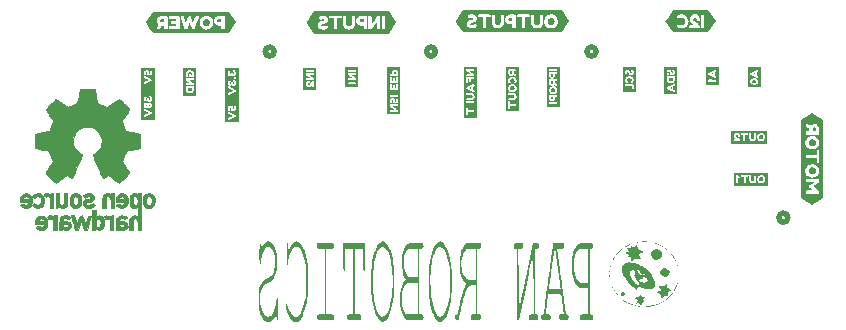
<source format=gbr>
%TF.GenerationSoftware,KiCad,Pcbnew,7.0.9*%
%TF.CreationDate,2024-01-20T18:52:18+00:00*%
%TF.ProjectId,DRV8234 DC Motor Driver Expander,44525638-3233-4342-9044-43204d6f746f,rev?*%
%TF.SameCoordinates,Original*%
%TF.FileFunction,Legend,Bot*%
%TF.FilePolarity,Positive*%
%FSLAX46Y46*%
G04 Gerber Fmt 4.6, Leading zero omitted, Abs format (unit mm)*
G04 Created by KiCad (PCBNEW 7.0.9) date 2024-01-20 18:52:18*
%MOMM*%
%LPD*%
G01*
G04 APERTURE LIST*
%ADD10C,0.508000*%
%ADD11C,0.010000*%
%ADD12C,1.600200*%
%ADD13C,0.800000*%
%ADD14C,6.400000*%
%ADD15C,1.650000*%
G04 APERTURE END LIST*
D10*
%TO.C,J3*%
X139923401Y-84709000D02*
G75*
G03*
X139923401Y-84709000I-381000J0D01*
G01*
%TO.C,J5*%
X156163000Y-98770498D02*
G75*
G03*
X156163000Y-98770498I-381000J0D01*
G01*
%TO.C,J2*%
X126334401Y-84709000D02*
G75*
G03*
X126334401Y-84709000I-381000J0D01*
G01*
%TO.C,J1*%
X112674400Y-84709000D02*
G75*
G03*
X112674400Y-84709000I-381000J0D01*
G01*
%TO.C,kibuzzard-65A6FFBA*%
G36*
X150054557Y-82143600D02*
G01*
X149435079Y-83072817D01*
X149104350Y-83072817D01*
X148964650Y-83072817D01*
X147959762Y-83072817D01*
X147146169Y-83072817D01*
X146754850Y-83072817D01*
X146424121Y-83072817D01*
X145804643Y-82143600D01*
X146068697Y-81747519D01*
X146754850Y-81747519D01*
X146788187Y-81835625D01*
X146846925Y-81899919D01*
X146899312Y-81921350D01*
X146980275Y-81886425D01*
X147058062Y-81845944D01*
X147158075Y-81832450D01*
X147260469Y-81850309D01*
X147361275Y-81903888D01*
X147440650Y-82002313D01*
X147464462Y-82069980D01*
X147472400Y-82145981D01*
X147464462Y-82221983D01*
X147440650Y-82289650D01*
X147359687Y-82389663D01*
X147260866Y-82442050D01*
X147158075Y-82459513D01*
X147065206Y-82446813D01*
X147002500Y-82421413D01*
X146973925Y-82400775D01*
X146897725Y-82369025D01*
X146846528Y-82391250D01*
X146791362Y-82457925D01*
X146756437Y-82546825D01*
X146777869Y-82602388D01*
X146827875Y-82642075D01*
X146882644Y-82675413D01*
X146989800Y-82716688D01*
X147069373Y-82735738D01*
X147146169Y-82742088D01*
X147221972Y-82737127D01*
X147298569Y-82722244D01*
X147376753Y-82695653D01*
X147457319Y-82655569D01*
X147534908Y-82603578D01*
X147551229Y-82588894D01*
X147816887Y-82588894D01*
X147827206Y-82669063D01*
X147861337Y-82710338D01*
X147959762Y-82729388D01*
X148580475Y-82729388D01*
X148678900Y-82686525D01*
X148720175Y-82586513D01*
X148823362Y-82586513D01*
X148825744Y-82642075D01*
X148840825Y-82683350D01*
X148882894Y-82715497D01*
X148964650Y-82726213D01*
X149052756Y-82711131D01*
X149094825Y-82665888D01*
X149104350Y-82584925D01*
X149104350Y-81702275D01*
X149101969Y-81647506D01*
X149086887Y-81605438D01*
X149044819Y-81573291D01*
X148963062Y-81562575D01*
X148874559Y-81577259D01*
X148831300Y-81621313D01*
X148823362Y-81703863D01*
X148823362Y-82586513D01*
X148720175Y-82586513D01*
X148705292Y-82504161D01*
X148660644Y-82428556D01*
X148594961Y-82361484D01*
X148516975Y-82304731D01*
X148432837Y-82253534D01*
X148348700Y-82203131D01*
X148270714Y-82149752D01*
X148205031Y-82089625D01*
X148160383Y-82024141D01*
X148145500Y-81954688D01*
X148156612Y-81914206D01*
X148181219Y-81871344D01*
X148223287Y-81840388D01*
X148302662Y-81826100D01*
X148390769Y-81863406D01*
X148432837Y-81937225D01*
X148439187Y-81973738D01*
X148439187Y-81983263D01*
X148441569Y-82035650D01*
X148456650Y-82075338D01*
X148499512Y-82103913D01*
X148580475Y-82113438D01*
X148668978Y-82098356D01*
X148712237Y-82053113D01*
X148720175Y-81972150D01*
X148707034Y-81865876D01*
X148667611Y-81767186D01*
X148601906Y-81676081D01*
X148514947Y-81603321D01*
X148411759Y-81559665D01*
X148292344Y-81545112D01*
X148172840Y-81559841D01*
X148069388Y-81604026D01*
X147981987Y-81677669D01*
X147915842Y-81770185D01*
X147876154Y-81870991D01*
X147862925Y-81980088D01*
X147872847Y-82068194D01*
X147902612Y-82151538D01*
X147946269Y-82224563D01*
X147997862Y-82281713D01*
X148108987Y-82369422D01*
X148207412Y-82423000D01*
X148247100Y-82438875D01*
X148247100Y-82446813D01*
X147956587Y-82446813D01*
X147863719Y-82461894D01*
X147826412Y-82507931D01*
X147816887Y-82588894D01*
X147551229Y-82588894D01*
X147604162Y-82541269D01*
X147663495Y-82464275D01*
X147711319Y-82368231D01*
X147742870Y-82258098D01*
X147753387Y-82138838D01*
X147743069Y-82020767D01*
X147712112Y-81914206D01*
X147665083Y-81822131D01*
X147606544Y-81747519D01*
X147537686Y-81686995D01*
X147459700Y-81637188D01*
X147355807Y-81589563D01*
X147251561Y-81560987D01*
X147146962Y-81551462D01*
X147071755Y-81557217D01*
X146995356Y-81574481D01*
X146878675Y-81621313D01*
X146840575Y-81643537D01*
X146796125Y-81672113D01*
X146754850Y-81747519D01*
X146068697Y-81747519D01*
X146424121Y-81214383D01*
X146754850Y-81214383D01*
X149104350Y-81214383D01*
X149435079Y-81214383D01*
X150054557Y-82143600D01*
G37*
%TO.C,kibuzzard-65A6FD21*%
G36*
X149813645Y-86647814D02*
G01*
X149683153Y-86583996D01*
X149813645Y-86521131D01*
X149813645Y-86647814D01*
G37*
G36*
X150311168Y-87213599D02*
G01*
X150311168Y-87298371D01*
X150311168Y-87496809D01*
X149205632Y-87496809D01*
X149205632Y-87298371D01*
X149205632Y-87210265D01*
X149404070Y-87210265D01*
X149408833Y-87255509D01*
X149419786Y-87280274D01*
X149440265Y-87293609D01*
X149490747Y-87298371D01*
X150021290Y-87298371D01*
X150054151Y-87296942D01*
X150079392Y-87287894D01*
X150098681Y-87262652D01*
X150105110Y-87213599D01*
X150098919Y-87165736D01*
X150080345Y-87140256D01*
X150054151Y-87131208D01*
X150019385Y-87129779D01*
X149679343Y-87129779D01*
X149690773Y-87117396D01*
X149720300Y-87050721D01*
X149686963Y-86993095D01*
X149627907Y-86963091D01*
X149571710Y-86997381D01*
X149430740Y-87153591D01*
X149428835Y-87156449D01*
X149404070Y-87210265D01*
X149205632Y-87210265D01*
X149205632Y-86584949D01*
X149405023Y-86584949D01*
X149417405Y-86629716D01*
X149454552Y-86661149D01*
X149986048Y-86918324D01*
X150034625Y-86934516D01*
X150067248Y-86920705D01*
X150096538Y-86879271D01*
X150112730Y-86828313D01*
X150104158Y-86797833D01*
X150086060Y-86780688D01*
X150057485Y-86765924D01*
X149954615Y-86716394D01*
X149954615Y-86452551D01*
X150057485Y-86403021D01*
X150085108Y-86388258D01*
X150102729Y-86371113D01*
X150111778Y-86340632D01*
X150095585Y-86289674D01*
X150067010Y-86248240D01*
X150034625Y-86234429D01*
X149986048Y-86250621D01*
X149453600Y-86507796D01*
X149418358Y-86539705D01*
X149405023Y-86584949D01*
X149205632Y-86584949D01*
X149205632Y-86234429D01*
X149205632Y-86035991D01*
X150311168Y-86035991D01*
X150311168Y-86234429D01*
X150311168Y-86828313D01*
X150311168Y-87213599D01*
G37*
%TO.C,kibuzzard-65A6FFF9*%
G36*
X120240425Y-82225356D02*
G01*
X120040400Y-82225356D01*
X119946737Y-82190431D01*
X119900700Y-82085656D01*
X119946737Y-81980087D01*
X120041987Y-81944369D01*
X120240425Y-81944369D01*
X120240425Y-82225356D01*
G37*
G36*
X123024194Y-82245200D02*
G01*
X122403129Y-83176798D01*
X122072400Y-83176798D01*
X121932700Y-83176798D01*
X120789700Y-83176798D01*
X120381712Y-83176798D01*
X119007731Y-83176798D01*
X117849650Y-83176798D01*
X116806662Y-83176798D01*
X116382800Y-83176798D01*
X116052071Y-83176798D01*
X115571235Y-82455544D01*
X116382800Y-82455544D01*
X116393119Y-82552580D01*
X116424075Y-82637313D01*
X116471700Y-82706964D01*
X116532025Y-82758756D01*
X116619690Y-82805499D01*
X116711236Y-82833545D01*
X116806662Y-82842894D01*
X116879291Y-82838330D01*
X116947950Y-82824637D01*
X117055900Y-82779394D01*
X117127337Y-82729388D01*
X117173375Y-82680969D01*
X117187662Y-82663506D01*
X117228937Y-82572225D01*
X117211872Y-82525195D01*
X117160675Y-82465069D01*
X117076537Y-82426969D01*
X117023356Y-82446812D01*
X116952712Y-82506344D01*
X116889212Y-82557937D01*
X116813012Y-82582544D01*
X116730992Y-82569138D01*
X116681779Y-82528922D01*
X116665375Y-82461894D01*
X116705856Y-82400775D01*
X116806662Y-82365056D01*
X116869369Y-82350570D01*
X116936837Y-82329337D01*
X117004306Y-82302548D01*
X117067012Y-82271394D01*
X117122377Y-82228333D01*
X117167819Y-82165825D01*
X117198180Y-82086252D01*
X117208300Y-81991994D01*
X117196747Y-81902829D01*
X117162086Y-81821602D01*
X117127468Y-81777681D01*
X117292437Y-81777681D01*
X117300375Y-81843562D01*
X117327362Y-81877694D01*
X117408325Y-81891981D01*
X117711537Y-81891981D01*
X117711537Y-82690494D01*
X117713919Y-82744469D01*
X117728206Y-82784950D01*
X117770275Y-82817494D01*
X117849650Y-82827019D01*
X117928231Y-82817494D01*
X117969506Y-82784950D01*
X117983794Y-82743675D01*
X117986175Y-82688906D01*
X117986175Y-82284094D01*
X118492587Y-82284094D01*
X118500723Y-82386487D01*
X118525131Y-82484119D01*
X118565811Y-82576987D01*
X118622762Y-82665094D01*
X118695391Y-82738317D01*
X118786275Y-82796062D01*
X118891645Y-82833567D01*
X119007731Y-82846069D01*
X119123619Y-82833369D01*
X119228394Y-82795269D01*
X119318286Y-82736531D01*
X119389525Y-82661919D01*
X119445782Y-82575003D01*
X119485966Y-82482531D01*
X119510076Y-82384503D01*
X119518112Y-82280919D01*
X119518112Y-82085656D01*
X119621300Y-82085656D01*
X119631619Y-82183883D01*
X119662575Y-82272187D01*
X119709803Y-82346998D01*
X119768937Y-82404744D01*
X119857837Y-82461188D01*
X119948854Y-82495055D01*
X120041987Y-82506344D01*
X120240425Y-82506344D01*
X120240425Y-82685731D01*
X120242806Y-82740500D01*
X120257887Y-82782569D01*
X120299956Y-82814716D01*
X120381712Y-82825431D01*
X120469819Y-82810747D01*
X120511887Y-82766694D01*
X120521046Y-82687319D01*
X120648412Y-82687319D01*
X120650794Y-82742881D01*
X120665875Y-82784156D01*
X120707944Y-82816303D01*
X120789700Y-82827019D01*
X120875425Y-82817494D01*
X120915112Y-82787331D01*
X121027384Y-82637753D01*
X121126074Y-82506520D01*
X121211181Y-82393631D01*
X121282707Y-82299087D01*
X121340651Y-82222887D01*
X121385013Y-82165031D01*
X121385013Y-82687319D01*
X121387394Y-82742881D01*
X121402475Y-82784156D01*
X121444544Y-82816303D01*
X121526300Y-82827019D01*
X121605675Y-82816303D01*
X121646950Y-82784156D01*
X121662031Y-82741294D01*
X121664345Y-82687319D01*
X121791413Y-82687319D01*
X121793794Y-82742881D01*
X121808875Y-82784156D01*
X121850944Y-82816303D01*
X121932700Y-82827019D01*
X122020806Y-82811937D01*
X122062875Y-82766694D01*
X122072400Y-82685731D01*
X122072400Y-81803081D01*
X122070019Y-81748312D01*
X122054938Y-81706244D01*
X122012869Y-81674097D01*
X121931113Y-81663381D01*
X121842609Y-81678066D01*
X121799350Y-81722119D01*
X121791413Y-81804669D01*
X121791413Y-82687319D01*
X121664345Y-82687319D01*
X121664413Y-82685731D01*
X121664413Y-81799906D01*
X121649331Y-81711800D01*
X121604087Y-81674494D01*
X121526300Y-81664969D01*
X121450894Y-81673700D01*
X121412000Y-81693544D01*
X121375487Y-81734819D01*
X121270007Y-81878091D01*
X121176874Y-82004165D01*
X121096087Y-82113041D01*
X121027649Y-82204719D01*
X120971557Y-82279199D01*
X120927813Y-82336481D01*
X120927813Y-81799906D01*
X120912731Y-81711800D01*
X120867487Y-81674494D01*
X120792081Y-81664969D01*
X120719056Y-81672906D01*
X120677781Y-81691956D01*
X120657937Y-81725294D01*
X120648412Y-81806256D01*
X120648412Y-82687319D01*
X120521046Y-82687319D01*
X120521412Y-82684144D01*
X120521412Y-81803081D01*
X120519031Y-81748312D01*
X120503950Y-81706244D01*
X120461881Y-81674097D01*
X120380125Y-81663381D01*
X120040400Y-81663381D01*
X119948149Y-81674670D01*
X119857661Y-81708537D01*
X119768937Y-81764981D01*
X119709803Y-81822925D01*
X119662575Y-81898331D01*
X119631619Y-81987231D01*
X119621300Y-82085656D01*
X119518112Y-82085656D01*
X119518112Y-81803081D01*
X119515731Y-81746725D01*
X119500650Y-81704656D01*
X119457787Y-81671319D01*
X119376825Y-81661794D01*
X119295862Y-81671319D01*
X119254587Y-81704656D01*
X119235537Y-81804669D01*
X119235537Y-82280919D01*
X119223631Y-82375375D01*
X119187912Y-82465069D01*
X119116475Y-82536506D01*
X119003762Y-82563494D01*
X118902559Y-82542063D01*
X118830725Y-82477769D01*
X118787862Y-82385297D01*
X118773575Y-82279331D01*
X118773575Y-81793556D01*
X118757700Y-81706244D01*
X118711662Y-81671319D01*
X118636256Y-81661794D01*
X118564025Y-81669731D01*
X118522750Y-81688781D01*
X118502112Y-81722119D01*
X118492587Y-81804669D01*
X118492587Y-82284094D01*
X117986175Y-82284094D01*
X117986175Y-81891981D01*
X118290975Y-81891981D01*
X118365587Y-81880075D01*
X118397337Y-81842769D01*
X118405275Y-81776094D01*
X118397337Y-81710212D01*
X118370350Y-81676081D01*
X118289387Y-81661794D01*
X117406738Y-81661794D01*
X117332125Y-81673700D01*
X117300375Y-81711006D01*
X117292437Y-81777681D01*
X117127468Y-81777681D01*
X117104319Y-81748312D01*
X117026619Y-81690545D01*
X116932163Y-81655885D01*
X116820950Y-81644331D01*
X116729867Y-81650483D01*
X116647119Y-81668937D01*
X116538375Y-81718944D01*
X116498687Y-81749106D01*
X116449475Y-81826894D01*
X116487575Y-81914206D01*
X116542344Y-81973738D01*
X116598700Y-81993581D01*
X116681250Y-81961831D01*
X116699506Y-81945956D01*
X116724112Y-81925319D01*
X116809044Y-81904681D01*
X116894769Y-81929287D01*
X116928900Y-81997550D01*
X116888419Y-82068194D01*
X116787612Y-82104706D01*
X116724509Y-82116811D01*
X116655850Y-82134075D01*
X116587191Y-82156102D01*
X116524087Y-82182494D01*
X116468723Y-82221586D01*
X116423281Y-82281712D01*
X116392920Y-82360492D01*
X116382800Y-82455544D01*
X115571235Y-82455544D01*
X115431006Y-82245200D01*
X116052071Y-81313602D01*
X116382800Y-81313602D01*
X122072400Y-81313602D01*
X122403129Y-81313602D01*
X123024194Y-82245200D01*
G37*
%TO.C,kibuzzard-65A70003*%
G36*
X132846763Y-82123756D02*
G01*
X132646738Y-82123756D01*
X132553075Y-82088831D01*
X132507037Y-81984056D01*
X132553075Y-81878487D01*
X132648325Y-81842769D01*
X132846763Y-81842769D01*
X132846763Y-82123756D01*
G37*
G36*
X136227344Y-81850508D02*
G01*
X136323388Y-81916587D01*
X136373658Y-81981234D01*
X136403821Y-82057699D01*
X136413875Y-82145981D01*
X136403733Y-82234264D01*
X136373306Y-82310728D01*
X136322594Y-82375375D01*
X136225955Y-82441455D01*
X136118600Y-82463481D01*
X136011444Y-82442050D01*
X135915400Y-82377756D01*
X135865129Y-82314080D01*
X135834967Y-82237351D01*
X135824913Y-82147569D01*
X135835055Y-82057610D01*
X135865482Y-81980352D01*
X135916194Y-81915794D01*
X136012833Y-81850309D01*
X136120188Y-81828481D01*
X136227344Y-81850508D01*
G37*
G36*
X137646657Y-82143600D02*
G01*
X137025592Y-83075198D01*
X136694863Y-83075198D01*
X136115425Y-83075198D01*
X134930356Y-83075198D01*
X133772275Y-83075198D01*
X132988050Y-83075198D01*
X131614069Y-83075198D01*
X130455987Y-83075198D01*
X129413000Y-83075198D01*
X128989138Y-83075198D01*
X128658408Y-83075198D01*
X128177572Y-82353944D01*
X128989138Y-82353944D01*
X128999456Y-82450980D01*
X129030412Y-82535713D01*
X129078037Y-82605364D01*
X129138363Y-82657156D01*
X129226028Y-82703899D01*
X129317574Y-82731945D01*
X129413000Y-82741294D01*
X129485628Y-82736730D01*
X129554288Y-82723037D01*
X129662238Y-82677794D01*
X129733675Y-82627788D01*
X129779713Y-82579369D01*
X129794000Y-82561906D01*
X129835275Y-82470625D01*
X129818209Y-82423595D01*
X129767012Y-82363469D01*
X129682875Y-82325369D01*
X129629694Y-82345212D01*
X129559050Y-82404744D01*
X129495550Y-82456337D01*
X129419350Y-82480944D01*
X129337329Y-82467538D01*
X129288117Y-82427322D01*
X129271712Y-82360294D01*
X129312194Y-82299175D01*
X129413000Y-82263456D01*
X129475706Y-82248970D01*
X129543175Y-82227737D01*
X129610644Y-82200948D01*
X129673350Y-82169794D01*
X129728714Y-82126733D01*
X129774156Y-82064225D01*
X129804517Y-81984652D01*
X129814637Y-81890394D01*
X129803084Y-81801229D01*
X129768424Y-81720002D01*
X129733805Y-81676081D01*
X129898775Y-81676081D01*
X129906713Y-81741962D01*
X129933700Y-81776094D01*
X130014662Y-81790381D01*
X130317875Y-81790381D01*
X130317875Y-82588894D01*
X130320256Y-82642869D01*
X130334544Y-82683350D01*
X130376612Y-82715894D01*
X130455987Y-82725419D01*
X130534569Y-82715894D01*
X130575844Y-82683350D01*
X130590131Y-82642075D01*
X130592512Y-82587306D01*
X130592512Y-82182494D01*
X131098925Y-82182494D01*
X131107061Y-82284887D01*
X131131469Y-82382519D01*
X131172148Y-82475387D01*
X131229100Y-82563494D01*
X131301728Y-82636717D01*
X131392612Y-82694462D01*
X131497983Y-82731967D01*
X131614069Y-82744469D01*
X131729956Y-82731769D01*
X131834731Y-82693669D01*
X131924623Y-82634931D01*
X131995862Y-82560319D01*
X132052120Y-82473403D01*
X132092303Y-82380931D01*
X132116413Y-82282903D01*
X132124450Y-82179319D01*
X132124450Y-81984056D01*
X132227638Y-81984056D01*
X132237956Y-82082283D01*
X132268912Y-82170587D01*
X132316141Y-82245398D01*
X132375275Y-82303144D01*
X132464175Y-82359588D01*
X132555192Y-82393455D01*
X132648325Y-82404744D01*
X132846763Y-82404744D01*
X132846763Y-82584131D01*
X132849144Y-82638900D01*
X132864225Y-82680969D01*
X132906294Y-82713116D01*
X132988050Y-82723831D01*
X133076156Y-82709147D01*
X133118225Y-82665094D01*
X133127750Y-82582544D01*
X133127750Y-81701481D01*
X133126646Y-81676081D01*
X133215063Y-81676081D01*
X133223000Y-81741962D01*
X133249987Y-81776094D01*
X133330950Y-81790381D01*
X133634163Y-81790381D01*
X133634163Y-82588894D01*
X133636544Y-82642869D01*
X133650831Y-82683350D01*
X133692900Y-82715894D01*
X133772275Y-82725419D01*
X133850856Y-82715894D01*
X133892131Y-82683350D01*
X133906419Y-82642075D01*
X133908800Y-82587306D01*
X133908800Y-82182494D01*
X134415213Y-82182494D01*
X134423348Y-82284887D01*
X134447756Y-82382519D01*
X134488436Y-82475387D01*
X134545387Y-82563494D01*
X134618016Y-82636717D01*
X134708900Y-82694462D01*
X134814270Y-82731967D01*
X134930356Y-82744469D01*
X135046244Y-82731769D01*
X135151019Y-82693669D01*
X135240911Y-82634931D01*
X135312150Y-82560319D01*
X135368407Y-82473403D01*
X135408591Y-82380931D01*
X135432701Y-82282903D01*
X135440738Y-82179319D01*
X135440738Y-82138837D01*
X135543925Y-82138837D01*
X135554244Y-82259984D01*
X135585200Y-82371803D01*
X135636794Y-82474296D01*
X135709025Y-82567463D01*
X135796338Y-82644903D01*
X135893175Y-82700217D01*
X135999537Y-82733406D01*
X136115425Y-82744469D01*
X136231561Y-82733555D01*
X136338667Y-82700813D01*
X136436745Y-82646242D01*
X136525794Y-82569844D01*
X136599761Y-82478364D01*
X136652595Y-82378550D01*
X136684296Y-82270402D01*
X136694863Y-82153919D01*
X136682956Y-82026323D01*
X136647238Y-81907062D01*
X136591675Y-81801295D01*
X136520238Y-81714181D01*
X136434909Y-81644728D01*
X136337675Y-81591944D01*
X136232900Y-81558606D01*
X136124950Y-81547494D01*
X136011345Y-81558110D01*
X135905478Y-81589959D01*
X135807351Y-81643041D01*
X135716963Y-81717356D01*
X135641259Y-81807397D01*
X135587184Y-81907658D01*
X135554740Y-82018138D01*
X135543925Y-82138837D01*
X135440738Y-82138837D01*
X135440738Y-81701481D01*
X135438356Y-81645125D01*
X135423275Y-81603056D01*
X135380412Y-81569719D01*
X135299450Y-81560194D01*
X135218487Y-81569719D01*
X135177213Y-81603056D01*
X135158163Y-81703069D01*
X135158163Y-82179319D01*
X135146256Y-82273775D01*
X135110538Y-82363469D01*
X135039100Y-82434906D01*
X134926387Y-82461894D01*
X134825184Y-82440463D01*
X134753350Y-82376169D01*
X134710487Y-82283697D01*
X134696200Y-82177731D01*
X134696200Y-81691956D01*
X134680325Y-81604644D01*
X134634287Y-81569719D01*
X134558881Y-81560194D01*
X134486650Y-81568131D01*
X134445375Y-81587181D01*
X134424738Y-81620519D01*
X134415213Y-81703069D01*
X134415213Y-82182494D01*
X133908800Y-82182494D01*
X133908800Y-81790381D01*
X134213600Y-81790381D01*
X134288213Y-81778475D01*
X134319963Y-81741169D01*
X134327900Y-81674494D01*
X134319963Y-81608612D01*
X134292975Y-81574481D01*
X134212012Y-81560194D01*
X133329362Y-81560194D01*
X133254750Y-81572100D01*
X133223000Y-81609406D01*
X133215063Y-81676081D01*
X133126646Y-81676081D01*
X133125369Y-81646712D01*
X133110288Y-81604644D01*
X133068219Y-81572497D01*
X132986462Y-81561781D01*
X132646738Y-81561781D01*
X132554486Y-81573070D01*
X132463999Y-81606937D01*
X132375275Y-81663381D01*
X132316141Y-81721325D01*
X132268912Y-81796731D01*
X132237956Y-81885631D01*
X132227638Y-81984056D01*
X132124450Y-81984056D01*
X132124450Y-81701481D01*
X132122069Y-81645125D01*
X132106987Y-81603056D01*
X132064125Y-81569719D01*
X131983162Y-81560194D01*
X131902200Y-81569719D01*
X131860925Y-81603056D01*
X131841875Y-81703069D01*
X131841875Y-82179319D01*
X131829969Y-82273775D01*
X131794250Y-82363469D01*
X131722812Y-82434906D01*
X131610100Y-82461894D01*
X131508897Y-82440463D01*
X131437062Y-82376169D01*
X131394200Y-82283697D01*
X131379912Y-82177731D01*
X131379912Y-81691956D01*
X131364037Y-81604644D01*
X131318000Y-81569719D01*
X131242594Y-81560194D01*
X131170362Y-81568131D01*
X131129087Y-81587181D01*
X131108450Y-81620519D01*
X131098925Y-81703069D01*
X131098925Y-82182494D01*
X130592512Y-82182494D01*
X130592512Y-81790381D01*
X130897313Y-81790381D01*
X130971925Y-81778475D01*
X131003675Y-81741169D01*
X131011613Y-81674494D01*
X131003675Y-81608612D01*
X130976687Y-81574481D01*
X130895725Y-81560194D01*
X130013075Y-81560194D01*
X129938462Y-81572100D01*
X129906713Y-81609406D01*
X129898775Y-81676081D01*
X129733805Y-81676081D01*
X129710656Y-81646712D01*
X129632957Y-81588945D01*
X129538501Y-81554285D01*
X129427287Y-81542731D01*
X129336205Y-81548883D01*
X129253456Y-81567337D01*
X129144712Y-81617344D01*
X129105025Y-81647506D01*
X129055813Y-81725294D01*
X129093912Y-81812606D01*
X129148681Y-81872138D01*
X129205038Y-81891981D01*
X129287588Y-81860231D01*
X129305844Y-81844356D01*
X129330450Y-81823719D01*
X129415381Y-81803081D01*
X129501106Y-81827687D01*
X129535238Y-81895950D01*
X129494756Y-81966594D01*
X129393950Y-82003106D01*
X129330847Y-82015211D01*
X129262188Y-82032475D01*
X129193528Y-82054502D01*
X129130425Y-82080894D01*
X129075061Y-82119986D01*
X129029619Y-82180112D01*
X128999258Y-82258892D01*
X128989138Y-82353944D01*
X128177572Y-82353944D01*
X128037343Y-82143600D01*
X128658408Y-81212002D01*
X128989137Y-81212002D01*
X136694862Y-81212002D01*
X136694863Y-81212002D01*
X137025592Y-81212002D01*
X137646657Y-82143600D01*
G37*
%TO.C,kibuzzard-65A6FCD9*%
G36*
X116250720Y-87035481D02*
G01*
X116250720Y-87638414D01*
X116250720Y-87724139D01*
X116250720Y-87922576D01*
X115143280Y-87922576D01*
X115143280Y-87724139D01*
X115143280Y-87438865D01*
X115341717Y-87438865D01*
X115350555Y-87510567D01*
X115377066Y-87572638D01*
X115421251Y-87625079D01*
X115476761Y-87664766D01*
X115537245Y-87688579D01*
X115602703Y-87696516D01*
X115655566Y-87690563D01*
X115705573Y-87672704D01*
X115749388Y-87646510D01*
X115783678Y-87615554D01*
X115836303Y-87548879D01*
X115868450Y-87489824D01*
X115877975Y-87466011D01*
X115882738Y-87466011D01*
X115882738Y-87640319D01*
X115891786Y-87696040D01*
X115919409Y-87718424D01*
X115967986Y-87724139D01*
X116016088Y-87717948D01*
X116040853Y-87697469D01*
X116052283Y-87638414D01*
X116052283Y-87265986D01*
X116026565Y-87206931D01*
X115966558Y-87182166D01*
X115917147Y-87191096D01*
X115871784Y-87217885D01*
X115831541Y-87257295D01*
X115797489Y-87304086D01*
X115766771Y-87354569D01*
X115736529Y-87405051D01*
X115704501Y-87451843D01*
X115668425Y-87491252D01*
X115629134Y-87518042D01*
X115587463Y-87526971D01*
X115563174Y-87520304D01*
X115537456Y-87505540D01*
X115518883Y-87480299D01*
X115510310Y-87432674D01*
X115532694Y-87379810D01*
X115576985Y-87354569D01*
X115598893Y-87350759D01*
X115604608Y-87350759D01*
X115636040Y-87349330D01*
X115659853Y-87340281D01*
X115676998Y-87314564D01*
X115682713Y-87265986D01*
X115673664Y-87212884D01*
X115646518Y-87186929D01*
X115597940Y-87182166D01*
X115534175Y-87190051D01*
X115474962Y-87213705D01*
X115420299Y-87253127D01*
X115376643Y-87305303D01*
X115350449Y-87367216D01*
X115341717Y-87438865D01*
X115143280Y-87438865D01*
X115143280Y-87034052D01*
X115353147Y-87034052D01*
X115357910Y-87077868D01*
X115369340Y-87102632D01*
X115389343Y-87114539D01*
X115437920Y-87120254D01*
X115966558Y-87120254D01*
X115999895Y-87118825D01*
X116024660Y-87109776D01*
X116043948Y-87084535D01*
X116050378Y-87035481D01*
X116044663Y-86984046D01*
X116026565Y-86960234D01*
X115936818Y-86892871D01*
X115858078Y-86833657D01*
X115790345Y-86782592D01*
X115733618Y-86739677D01*
X115687898Y-86704911D01*
X115653185Y-86678294D01*
X115966558Y-86678294D01*
X115999895Y-86676865D01*
X116024660Y-86667816D01*
X116043948Y-86642575D01*
X116050378Y-86593521D01*
X116043948Y-86545896D01*
X116024660Y-86521131D01*
X115998943Y-86512082D01*
X115965605Y-86510654D01*
X115434110Y-86510654D01*
X115381246Y-86519702D01*
X115358863Y-86546849D01*
X115353147Y-86593521D01*
X115358386Y-86638765D01*
X115370293Y-86662101D01*
X115395058Y-86684009D01*
X115481021Y-86747297D01*
X115556665Y-86803177D01*
X115621991Y-86851649D01*
X115676998Y-86892712D01*
X115721686Y-86926367D01*
X115756055Y-86952614D01*
X115434110Y-86952614D01*
X115381246Y-86961663D01*
X115358863Y-86988809D01*
X115353147Y-87034052D01*
X115143280Y-87034052D01*
X115143280Y-86350634D01*
X115352195Y-86350634D01*
X115361006Y-86403736D01*
X115387438Y-86429691D01*
X115436968Y-86434454D01*
X115966558Y-86434454D01*
X115999895Y-86433025D01*
X116024660Y-86423976D01*
X116043948Y-86398735D01*
X116050378Y-86349681D01*
X116041329Y-86296818D01*
X116014183Y-86271576D01*
X115965605Y-86265861D01*
X115436015Y-86265861D01*
X115403154Y-86267290D01*
X115377913Y-86276339D01*
X115358624Y-86301580D01*
X115352195Y-86350634D01*
X115143280Y-86350634D01*
X115143280Y-86265861D01*
X115143280Y-86067424D01*
X116250720Y-86067424D01*
X116250720Y-86265861D01*
X116250720Y-86349681D01*
X116250720Y-87035481D01*
G37*
%TO.C,kibuzzard-65A6FD36*%
G36*
X153980356Y-95326716D02*
G01*
X154037983Y-95366364D01*
X154068145Y-95405152D01*
X154086243Y-95451030D01*
X154092275Y-95504000D01*
X154086190Y-95556970D01*
X154067933Y-95602848D01*
X154037506Y-95641636D01*
X153979523Y-95681284D01*
X153915110Y-95694500D01*
X153850816Y-95681641D01*
X153793190Y-95643065D01*
X153763028Y-95604859D01*
X153744930Y-95558822D01*
X153738898Y-95504952D01*
X153744983Y-95450977D01*
X153763239Y-95404622D01*
X153793666Y-95365887D01*
X153851650Y-95326597D01*
X153916063Y-95313500D01*
X153980356Y-95326716D01*
G37*
G36*
X154459305Y-96061530D02*
G01*
X154260868Y-96061530D01*
X153913205Y-96061530D01*
X153202164Y-96061530D01*
X152507315Y-96061530D01*
X151893905Y-96061530D01*
X151809133Y-96061530D01*
X151610695Y-96061530D01*
X151610695Y-95769747D01*
X151809133Y-95769747D01*
X151810561Y-95802609D01*
X151819610Y-95827850D01*
X151844851Y-95847138D01*
X151893905Y-95853567D01*
X151941768Y-95847376D01*
X151967248Y-95828803D01*
X151976296Y-95802609D01*
X151977725Y-95767842D01*
X151977725Y-95427800D01*
X151990108Y-95439230D01*
X152056783Y-95468758D01*
X152114409Y-95435420D01*
X152144413Y-95376365D01*
X152110123Y-95320168D01*
X152001410Y-95222060D01*
X152172988Y-95222060D01*
X152177750Y-95261589D01*
X152193943Y-95282067D01*
X152242520Y-95290640D01*
X152424448Y-95290640D01*
X152424448Y-95769747D01*
X152425876Y-95802132D01*
X152434449Y-95826421D01*
X152459690Y-95845948D01*
X152507315Y-95851663D01*
X152554464Y-95845948D01*
X152579229Y-95826421D01*
X152587801Y-95801656D01*
X152589230Y-95768795D01*
X152589230Y-95525907D01*
X152893078Y-95525907D01*
X152897959Y-95587344D01*
X152912604Y-95645923D01*
X152937012Y-95701644D01*
X152971183Y-95754508D01*
X153014759Y-95798442D01*
X153069290Y-95833089D01*
X153132512Y-95855592D01*
X153202164Y-95863093D01*
X153271696Y-95855473D01*
X153334561Y-95832613D01*
X153388497Y-95797370D01*
X153431240Y-95752603D01*
X153464994Y-95700453D01*
X153489104Y-95644970D01*
X153503570Y-95586153D01*
X153508393Y-95524002D01*
X153508393Y-95499714D01*
X153570305Y-95499714D01*
X153576496Y-95572401D01*
X153595070Y-95639493D01*
X153626026Y-95700989D01*
X153669365Y-95756889D01*
X153721753Y-95803353D01*
X153779855Y-95836542D01*
X153843673Y-95856455D01*
X153913205Y-95863093D01*
X153982886Y-95856544D01*
X154047150Y-95836899D01*
X154105997Y-95804157D01*
X154159426Y-95758317D01*
X154203807Y-95703430D01*
X154235507Y-95643541D01*
X154254527Y-95578652D01*
X154260868Y-95508762D01*
X154253724Y-95432205D01*
X154232293Y-95360649D01*
X154198955Y-95297188D01*
X154156093Y-95244920D01*
X154104896Y-95203248D01*
X154046555Y-95171577D01*
X153983690Y-95151575D01*
X153918920Y-95144907D01*
X153850757Y-95151277D01*
X153787237Y-95170387D01*
X153728360Y-95202236D01*
X153674128Y-95246825D01*
X153628705Y-95300850D01*
X153596261Y-95361006D01*
X153576794Y-95427294D01*
X153570305Y-95499714D01*
X153508393Y-95499714D01*
X153508393Y-95237300D01*
X153506964Y-95203486D01*
X153497915Y-95178245D01*
X153472198Y-95158242D01*
X153423620Y-95152527D01*
X153375043Y-95158242D01*
X153350278Y-95178245D01*
X153338848Y-95238253D01*
X153338848Y-95524002D01*
X153331704Y-95580676D01*
X153310273Y-95634492D01*
X153267410Y-95677355D01*
X153199783Y-95693547D01*
X153139061Y-95680689D01*
X153095960Y-95642112D01*
X153070243Y-95586629D01*
X153061670Y-95523050D01*
X153061670Y-95231585D01*
X153052145Y-95179197D01*
X153024523Y-95158242D01*
X152979279Y-95152527D01*
X152935940Y-95157290D01*
X152911175Y-95168720D01*
X152898793Y-95188722D01*
X152893078Y-95238253D01*
X152893078Y-95525907D01*
X152589230Y-95525907D01*
X152589230Y-95290640D01*
X152772110Y-95290640D01*
X152816878Y-95283496D01*
X152835928Y-95261112D01*
X152840690Y-95221107D01*
X152835928Y-95181579D01*
X152819735Y-95161100D01*
X152771158Y-95152527D01*
X152241568Y-95152527D01*
X152196800Y-95159671D01*
X152177750Y-95182055D01*
X152172988Y-95222060D01*
X152001410Y-95222060D01*
X151953913Y-95179197D01*
X151951055Y-95177292D01*
X151897239Y-95152527D01*
X151851995Y-95157290D01*
X151827230Y-95168244D01*
X151813895Y-95188722D01*
X151809133Y-95239205D01*
X151809133Y-95769747D01*
X151610695Y-95769747D01*
X151610695Y-94946470D01*
X151809132Y-94946470D01*
X154260868Y-94946470D01*
X154459305Y-94946470D01*
X154459305Y-96061530D01*
G37*
%TO.C,kibuzzard-65A6FCCE*%
G36*
X122967115Y-86428421D02*
G01*
X122988546Y-86485571D01*
X122988546Y-86604634D01*
X122819954Y-86604634D01*
X122819954Y-86484619D01*
X122840909Y-86428421D01*
X122903774Y-86400799D01*
X122967115Y-86428421D01*
G37*
G36*
X123367006Y-86233159D02*
G01*
X123367006Y-89788841D01*
X123367006Y-89987279D01*
X122250994Y-89987279D01*
X122250994Y-89788841D01*
X122250994Y-89264014D01*
X122458956Y-89264014D01*
X122464671Y-89315449D01*
X122482769Y-89339261D01*
X122572515Y-89406624D01*
X122651255Y-89465838D01*
X122718989Y-89516903D01*
X122775715Y-89559818D01*
X122821435Y-89594584D01*
X122856149Y-89621201D01*
X122542776Y-89621201D01*
X122509439Y-89622630D01*
X122484674Y-89631679D01*
X122465386Y-89656920D01*
X122458956Y-89705974D01*
X122465386Y-89753599D01*
X122484674Y-89778364D01*
X122510391Y-89787413D01*
X122543729Y-89788841D01*
X123075224Y-89788841D01*
X123128087Y-89779793D01*
X123150471Y-89752646D01*
X123156186Y-89705974D01*
X123150948Y-89660730D01*
X123139041Y-89637394D01*
X123114276Y-89615486D01*
X123028313Y-89552198D01*
X122952669Y-89496318D01*
X122887343Y-89447846D01*
X122832336Y-89406783D01*
X122787648Y-89373128D01*
X122753279Y-89346881D01*
X123075224Y-89346881D01*
X123128087Y-89337833D01*
X123150471Y-89310686D01*
X123156186Y-89265443D01*
X123151424Y-89221628D01*
X123139994Y-89196863D01*
X123119991Y-89184956D01*
X123071414Y-89179241D01*
X122542776Y-89179241D01*
X122509439Y-89180670D01*
X122484674Y-89189719D01*
X122465386Y-89214960D01*
X122458956Y-89264014D01*
X122250994Y-89264014D01*
X122250994Y-88863964D01*
X122449431Y-88863964D01*
X122452170Y-88907541D01*
X122460385Y-88948736D01*
X122487531Y-89013506D01*
X122517535Y-89056369D01*
X122546586Y-89083991D01*
X122557064Y-89092564D01*
X122611832Y-89117329D01*
X122640050Y-89107089D01*
X122676126Y-89076371D01*
X122698986Y-89025889D01*
X122687080Y-88993980D01*
X122651361Y-88951594D01*
X122620405Y-88913494D01*
X122605641Y-88867774D01*
X122613685Y-88818561D01*
X122637815Y-88789034D01*
X122678031Y-88779191D01*
X122714702Y-88803480D01*
X122736134Y-88863964D01*
X122744825Y-88901588D01*
X122757565Y-88942069D01*
X122773638Y-88982550D01*
X122792331Y-89020174D01*
X122818168Y-89053392D01*
X122855673Y-89080658D01*
X122903417Y-89098874D01*
X122959971Y-89104946D01*
X123013470Y-89098014D01*
X123062206Y-89077218D01*
X123106180Y-89042557D01*
X123140840Y-88995938D01*
X123161637Y-88939264D01*
X123168569Y-88872536D01*
X123164878Y-88817887D01*
X123153805Y-88768237D01*
X123123801Y-88702991D01*
X123105704Y-88679179D01*
X123059031Y-88649651D01*
X123006644Y-88672511D01*
X122970925Y-88705373D01*
X122959019Y-88739186D01*
X122978069Y-88788716D01*
X122987594Y-88799670D01*
X122999976Y-88814434D01*
X123012359Y-88865393D01*
X122997595Y-88916827D01*
X122956638Y-88937306D01*
X122914251Y-88913017D01*
X122892344Y-88852534D01*
X122885081Y-88814672D01*
X122874723Y-88773476D01*
X122861507Y-88732281D01*
X122845671Y-88694419D01*
X122822216Y-88661200D01*
X122786140Y-88633935D01*
X122738872Y-88615718D01*
X122681841Y-88609646D01*
X122623620Y-88615838D01*
X122572780Y-88634411D01*
X122530989Y-88662986D01*
X122499914Y-88699181D01*
X122471868Y-88751780D01*
X122455040Y-88806708D01*
X122449431Y-88863964D01*
X122250994Y-88863964D01*
X122250994Y-88121014D01*
X122458956Y-88121014D01*
X122458956Y-88463914D01*
X122468005Y-88516778D01*
X122495151Y-88542019D01*
X122543729Y-88547734D01*
X123073319Y-88547734D01*
X123106180Y-88546305D01*
X123131421Y-88537256D01*
X123150709Y-88512015D01*
X123157139Y-88462961D01*
X123148328Y-88409859D01*
X123121896Y-88383904D01*
X123072366Y-88379141D01*
X122599926Y-88379141D01*
X122599926Y-88120061D01*
X122592782Y-88074341D01*
X122570399Y-88055291D01*
X122529917Y-88050529D01*
X122489436Y-88055291D01*
X122468481Y-88071484D01*
X122458956Y-88121014D01*
X122250994Y-88121014D01*
X122250994Y-87527606D01*
X122458956Y-87527606D01*
X122458956Y-87904796D01*
X122468005Y-87957660D01*
X122495151Y-87982901D01*
X122543729Y-87988616D01*
X123073319Y-87988616D01*
X123139517Y-87970519D01*
X123157139Y-87901939D01*
X123157139Y-87526654D01*
X123155710Y-87493793D01*
X123146661Y-87468551D01*
X123121420Y-87449263D01*
X123072366Y-87442834D01*
X123019502Y-87451644D01*
X122994261Y-87478076D01*
X122988546Y-87527606D01*
X122988546Y-87820024D01*
X122892344Y-87820024D01*
X122892344Y-87631429D01*
X122890915Y-87598568D01*
X122881866Y-87573326D01*
X122856625Y-87554038D01*
X122807571Y-87547609D01*
X122754707Y-87556657D01*
X122729466Y-87583804D01*
X122723751Y-87633334D01*
X122723751Y-87820024D01*
X122627549Y-87820024D01*
X122627549Y-87526654D01*
X122626120Y-87493793D01*
X122617071Y-87468551D01*
X122591830Y-87449263D01*
X122542776Y-87442834D01*
X122489912Y-87451644D01*
X122464671Y-87478076D01*
X122458956Y-87527606D01*
X122250994Y-87527606D01*
X122250994Y-86919911D01*
X122458956Y-86919911D01*
X122458956Y-87297101D01*
X122468005Y-87349965D01*
X122495151Y-87375206D01*
X122543729Y-87380921D01*
X123073319Y-87380921D01*
X123139517Y-87362824D01*
X123157139Y-87294244D01*
X123157139Y-86918959D01*
X123155710Y-86886098D01*
X123146661Y-86860856D01*
X123121420Y-86841568D01*
X123072366Y-86835139D01*
X123019502Y-86843949D01*
X122994261Y-86870381D01*
X122988546Y-86919911D01*
X122988546Y-87212329D01*
X122892344Y-87212329D01*
X122892344Y-87023734D01*
X122890915Y-86990873D01*
X122881866Y-86965631D01*
X122856625Y-86946343D01*
X122807571Y-86939914D01*
X122754707Y-86948963D01*
X122729466Y-86976109D01*
X122723751Y-87025639D01*
X122723751Y-87212329D01*
X122627549Y-87212329D01*
X122627549Y-86918959D01*
X122626120Y-86886098D01*
X122617071Y-86860856D01*
X122591830Y-86841568D01*
X122542776Y-86835139D01*
X122489912Y-86843949D01*
X122464671Y-86870381D01*
X122458956Y-86919911D01*
X122250994Y-86919911D01*
X122250994Y-86689406D01*
X122459909Y-86689406D01*
X122468719Y-86742270D01*
X122495151Y-86767511D01*
X122544681Y-86773226D01*
X123073319Y-86773226D01*
X123106180Y-86771798D01*
X123131421Y-86762749D01*
X123150709Y-86737508D01*
X123157139Y-86688454D01*
X123157139Y-86484619D01*
X123150365Y-86429268D01*
X123130045Y-86374975D01*
X123096179Y-86321741D01*
X123061413Y-86286261D01*
X123016169Y-86257924D01*
X122962829Y-86239350D01*
X122903774Y-86233159D01*
X122844838Y-86239350D01*
X122791855Y-86257924D01*
X122746968Y-86286261D01*
X122712321Y-86321741D01*
X122678455Y-86375081D01*
X122658135Y-86429691D01*
X122651361Y-86485571D01*
X122651361Y-86604634D01*
X122543729Y-86604634D01*
X122510867Y-86606063D01*
X122485626Y-86615111D01*
X122466338Y-86640352D01*
X122459909Y-86689406D01*
X122250994Y-86689406D01*
X122250994Y-86233159D01*
X122250994Y-86034721D01*
X123367006Y-86034721D01*
X123367006Y-86233159D01*
G37*
%TO.C,kibuzzard-65A6FCF1*%
G36*
X132828665Y-86513829D02*
G01*
X132807710Y-86569074D01*
X132744845Y-86596696D01*
X132681504Y-86569074D01*
X132660072Y-86511924D01*
X132660072Y-86391909D01*
X132828665Y-86391909D01*
X132828665Y-86513829D01*
G37*
G36*
X132894970Y-87631482D02*
G01*
X132940848Y-87649738D01*
X132979636Y-87680165D01*
X133019284Y-87738148D01*
X133032500Y-87802561D01*
X133019641Y-87866855D01*
X132981065Y-87924481D01*
X132942859Y-87954644D01*
X132896822Y-87972741D01*
X132842952Y-87978774D01*
X132788977Y-87972688D01*
X132742622Y-87954432D01*
X132703887Y-87924005D01*
X132664597Y-87866022D01*
X132651500Y-87801609D01*
X132664716Y-87737315D01*
X132704364Y-87679689D01*
X132743152Y-87649526D01*
X132789030Y-87631429D01*
X132842000Y-87625396D01*
X132894970Y-87631482D01*
G37*
G36*
X133399530Y-87174387D02*
G01*
X133399530Y-87804466D01*
X133399530Y-88515508D01*
X133399530Y-89210356D01*
X133399530Y-89544684D01*
X133399530Y-89743121D01*
X132284470Y-89743121D01*
X132284470Y-89544684D01*
X132284470Y-89476104D01*
X132490527Y-89476104D01*
X132497671Y-89520871D01*
X132520055Y-89539921D01*
X132560060Y-89544684D01*
X132599589Y-89539921D01*
X132620067Y-89523729D01*
X132628640Y-89475151D01*
X132628640Y-89293224D01*
X133107747Y-89293224D01*
X133140132Y-89291795D01*
X133164421Y-89283223D01*
X133183948Y-89257981D01*
X133189663Y-89210356D01*
X133183948Y-89163208D01*
X133164421Y-89138443D01*
X133139656Y-89129870D01*
X133106795Y-89128441D01*
X132628640Y-89128441D01*
X132628640Y-88945561D01*
X132621496Y-88900794D01*
X132599112Y-88881744D01*
X132559107Y-88876981D01*
X132519579Y-88881744D01*
X132499100Y-88897936D01*
X132490527Y-88946514D01*
X132490527Y-89476104D01*
X132284470Y-89476104D01*
X132284470Y-88738392D01*
X132490527Y-88738392D01*
X132495290Y-88781731D01*
X132506720Y-88806496D01*
X132526722Y-88818879D01*
X132576253Y-88824594D01*
X132863907Y-88824594D01*
X132925344Y-88819712D01*
X132983923Y-88805067D01*
X133039644Y-88780660D01*
X133092508Y-88746489D01*
X133136442Y-88702912D01*
X133171089Y-88648381D01*
X133193592Y-88585159D01*
X133201093Y-88515508D01*
X133193473Y-88445975D01*
X133170613Y-88383110D01*
X133135370Y-88329175D01*
X133090603Y-88286431D01*
X133038453Y-88252677D01*
X132982970Y-88228567D01*
X132924153Y-88214101D01*
X132862002Y-88209279D01*
X132575300Y-88209279D01*
X132541486Y-88210708D01*
X132516245Y-88219756D01*
X132496242Y-88245474D01*
X132490527Y-88294051D01*
X132496242Y-88342629D01*
X132516245Y-88367394D01*
X132576253Y-88378824D01*
X132862002Y-88378824D01*
X132918676Y-88385967D01*
X132972492Y-88407399D01*
X133015355Y-88450261D01*
X133031547Y-88517889D01*
X133018689Y-88578611D01*
X132980112Y-88621711D01*
X132924629Y-88647429D01*
X132861050Y-88656001D01*
X132569585Y-88656001D01*
X132517197Y-88665526D01*
X132496242Y-88693149D01*
X132490527Y-88738392D01*
X132284470Y-88738392D01*
X132284470Y-87798751D01*
X132482907Y-87798751D01*
X132489277Y-87866915D01*
X132508387Y-87930434D01*
X132540236Y-87989311D01*
X132584825Y-88043544D01*
X132638850Y-88088966D01*
X132699006Y-88121411D01*
X132765294Y-88140877D01*
X132837714Y-88147366D01*
X132910401Y-88141175D01*
X132977493Y-88122601D01*
X133038989Y-88091645D01*
X133094889Y-88048306D01*
X133141353Y-87995919D01*
X133174542Y-87937816D01*
X133194455Y-87873999D01*
X133201093Y-87804466D01*
X133194544Y-87734785D01*
X133174899Y-87670521D01*
X133142157Y-87611674D01*
X133096317Y-87558245D01*
X133041430Y-87513864D01*
X132981541Y-87482164D01*
X132916652Y-87463144D01*
X132846762Y-87456804D01*
X132770205Y-87463947D01*
X132698649Y-87485379D01*
X132635188Y-87518716D01*
X132582920Y-87561579D01*
X132541248Y-87612776D01*
X132509577Y-87671116D01*
X132489575Y-87733981D01*
X132482907Y-87798751D01*
X132284470Y-87798751D01*
X132284470Y-87173911D01*
X132484812Y-87173911D01*
X132488265Y-87219036D01*
X132498624Y-87264875D01*
X132526722Y-87334884D01*
X132540057Y-87357744D01*
X132557202Y-87384414D01*
X132602446Y-87409179D01*
X132655310Y-87389176D01*
X132693886Y-87353934D01*
X132706745Y-87322501D01*
X132685790Y-87273924D01*
X132661501Y-87227251D01*
X132653405Y-87167244D01*
X132664121Y-87105807D01*
X132696267Y-87045324D01*
X132755322Y-86997699D01*
X132795923Y-86983411D01*
X132841524Y-86978649D01*
X132887125Y-86983411D01*
X132927725Y-86997699D01*
X132987732Y-87046276D01*
X133019165Y-87105569D01*
X133029643Y-87167244D01*
X133022022Y-87222965D01*
X133006782Y-87260589D01*
X132994400Y-87277734D01*
X132975350Y-87323454D01*
X132988685Y-87354172D01*
X133028690Y-87387271D01*
X133082030Y-87408226D01*
X133115368Y-87395367D01*
X133139180Y-87365364D01*
X133159183Y-87332502D01*
X133183948Y-87268209D01*
X133195377Y-87220465D01*
X133199187Y-87174387D01*
X133196211Y-87128906D01*
X133187281Y-87082947D01*
X133171327Y-87036037D01*
X133147276Y-86987697D01*
X133116082Y-86941144D01*
X133078696Y-86899591D01*
X133032500Y-86863992D01*
X132974874Y-86835297D01*
X132908794Y-86816367D01*
X132837237Y-86810056D01*
X132766395Y-86816247D01*
X132702459Y-86834821D01*
X132647214Y-86863039D01*
X132602446Y-86898162D01*
X132566132Y-86939477D01*
X132536247Y-86986269D01*
X132507672Y-87048605D01*
X132490527Y-87111152D01*
X132484812Y-87173911D01*
X132284470Y-87173911D01*
X132284470Y-86513829D01*
X132491480Y-86513829D01*
X132498253Y-86569180D01*
X132518573Y-86623472D01*
X132552440Y-86676706D01*
X132587206Y-86711472D01*
X132632450Y-86739571D01*
X132685790Y-86758145D01*
X132744845Y-86764336D01*
X132812367Y-86756399D01*
X132871422Y-86732586D01*
X132922010Y-86692899D01*
X132961062Y-86709409D01*
X133010910Y-86730999D01*
X133071553Y-86757669D01*
X133121082Y-86771956D01*
X133154420Y-86757192D01*
X133182042Y-86712901D01*
X133195377Y-86663847D01*
X133186329Y-86633367D01*
X133167755Y-86615746D01*
X133140556Y-86603258D01*
X133083088Y-86578493D01*
X132995352Y-86541451D01*
X132997258Y-86511924D01*
X132997258Y-86391909D01*
X133104890Y-86391909D01*
X133137751Y-86390480D01*
X133162992Y-86381431D01*
X133182281Y-86356190D01*
X133188710Y-86307136D01*
X133179899Y-86254272D01*
X133153468Y-86229031D01*
X133103938Y-86223316D01*
X132575300Y-86223316D01*
X132542439Y-86224745D01*
X132517197Y-86233794D01*
X132497909Y-86259035D01*
X132491480Y-86308089D01*
X132491480Y-86513829D01*
X132284470Y-86513829D01*
X132284470Y-86223316D01*
X132284470Y-86024879D01*
X133399530Y-86024879D01*
X133399530Y-86223316D01*
X133399530Y-86663847D01*
X133399530Y-87174387D01*
G37*
%TO.C,kibuzzard-65A6FC0C*%
G36*
X105717975Y-87895748D02*
G01*
X105705235Y-87960994D01*
X105667016Y-88019572D01*
X105609509Y-88061006D01*
X105538905Y-88074818D01*
X105468063Y-88061363D01*
X105409841Y-88021001D01*
X105370908Y-87962542D01*
X105357930Y-87894795D01*
X105357930Y-87803355D01*
X105717975Y-87803355D01*
X105717975Y-87895748D01*
G37*
G36*
X106095483Y-87473790D02*
G01*
X106095483Y-87892890D01*
X106095483Y-88243410D01*
X106095483Y-88441847D01*
X104978517Y-88441847D01*
X104978517Y-88243410D01*
X104978517Y-87719535D01*
X105188385Y-87719535D01*
X105189338Y-87895748D01*
X105195559Y-87962720D01*
X105214222Y-88025526D01*
X105245327Y-88084164D01*
X105288874Y-88138635D01*
X105341499Y-88184474D01*
X105399840Y-88217216D01*
X105463896Y-88236862D01*
X105533666Y-88243410D01*
X105603705Y-88237010D01*
X105668564Y-88217812D01*
X105728244Y-88185814D01*
X105782745Y-88141016D01*
X105828167Y-88087111D01*
X105860612Y-88027788D01*
X105880079Y-87963048D01*
X105886568Y-87892890D01*
X105886568Y-87718583D01*
X105880614Y-87671434D01*
X105862755Y-87646192D01*
X105801795Y-87634762D01*
X105272205Y-87634762D01*
X105238867Y-87636191D01*
X105214103Y-87645240D01*
X105194814Y-87670481D01*
X105188385Y-87719535D01*
X104978517Y-87719535D01*
X104978517Y-87472361D01*
X105190290Y-87472361D01*
X105195052Y-87516176D01*
X105206483Y-87540941D01*
X105226485Y-87552847D01*
X105275062Y-87558563D01*
X105803700Y-87558563D01*
X105837038Y-87557134D01*
X105861803Y-87548085D01*
X105881091Y-87522844D01*
X105887520Y-87473790D01*
X105881805Y-87422355D01*
X105863708Y-87398543D01*
X105773961Y-87331180D01*
X105695221Y-87271966D01*
X105627488Y-87220901D01*
X105570761Y-87177986D01*
X105525041Y-87143220D01*
X105490327Y-87116603D01*
X105803700Y-87116603D01*
X105837038Y-87115174D01*
X105861803Y-87106125D01*
X105881091Y-87080884D01*
X105887520Y-87031830D01*
X105881091Y-86984205D01*
X105861803Y-86959440D01*
X105836085Y-86950391D01*
X105802748Y-86948963D01*
X105271253Y-86948963D01*
X105218389Y-86958011D01*
X105196005Y-86985157D01*
X105190290Y-87031830D01*
X105195529Y-87077074D01*
X105207435Y-87100410D01*
X105232200Y-87122317D01*
X105318163Y-87185606D01*
X105393807Y-87241486D01*
X105459133Y-87289958D01*
X105514140Y-87331021D01*
X105558828Y-87364676D01*
X105593198Y-87390923D01*
X105271253Y-87390923D01*
X105218389Y-87399971D01*
X105196005Y-87427117D01*
X105190290Y-87472361D01*
X104978517Y-87472361D01*
X104978517Y-86612730D01*
X105176955Y-86612730D01*
X105185210Y-86686284D01*
X105209975Y-86757087D01*
X105251250Y-86825138D01*
X105293636Y-86850855D01*
X105347452Y-86828948D01*
X105385314Y-86793467D01*
X105397935Y-86761320D01*
X105371741Y-86703217D01*
X105352096Y-86659403D01*
X105345547Y-86607967D01*
X105358287Y-86539626D01*
X105396506Y-86479380D01*
X105455323Y-86437232D01*
X105529856Y-86423182D01*
X105582032Y-86429532D01*
X105628705Y-86448582D01*
X105669874Y-86480332D01*
X105713093Y-86541292D01*
X105727500Y-86609872D01*
X105723214Y-86659641D01*
X105710355Y-86704170D01*
X105606533Y-86704170D01*
X105606533Y-86628922D01*
X105598913Y-86587012D01*
X105576529Y-86570820D01*
X105536524Y-86567010D01*
X105496042Y-86571296D01*
X105475088Y-86587012D01*
X105466515Y-86632732D01*
X105466515Y-86800373D01*
X105493185Y-86863238D01*
X105546525Y-86872763D01*
X105756075Y-86872763D01*
X105814178Y-86846092D01*
X105850432Y-86801087D01*
X105876328Y-86746080D01*
X105891866Y-86681072D01*
X105897045Y-86606063D01*
X105890348Y-86537423D01*
X105870256Y-86473427D01*
X105836770Y-86414074D01*
X105789889Y-86359365D01*
X105733542Y-86313526D01*
X105671660Y-86280784D01*
X105604241Y-86261138D01*
X105531285Y-86254590D01*
X105458687Y-86261257D01*
X105392339Y-86281260D01*
X105332242Y-86314598D01*
X105278396Y-86361270D01*
X105234016Y-86416991D01*
X105202315Y-86477475D01*
X105183295Y-86542721D01*
X105176955Y-86612730D01*
X104978517Y-86612730D01*
X104978517Y-86254590D01*
X104978517Y-86056153D01*
X106095483Y-86056153D01*
X106095483Y-86254590D01*
X106095483Y-86606063D01*
X106095483Y-87473790D01*
G37*
%TO.C,kibuzzard-65A7001B*%
G36*
X158509494Y-91156631D02*
G01*
X158545213Y-91251881D01*
X158545213Y-91451906D01*
X158264225Y-91451906D01*
X158264225Y-91248706D01*
X158299150Y-91156631D01*
X158403925Y-91110594D01*
X158509494Y-91156631D01*
G37*
G36*
X158330371Y-94517986D02*
G01*
X158407629Y-94548413D01*
X158472188Y-94599125D01*
X158537672Y-94695764D01*
X158559500Y-94803119D01*
X158537473Y-94910275D01*
X158471394Y-95006319D01*
X158406747Y-95056590D01*
X158330283Y-95086752D01*
X158242000Y-95096806D01*
X158153717Y-95086664D01*
X158077253Y-95056237D01*
X158012606Y-95005525D01*
X157946527Y-94908886D01*
X157924500Y-94801531D01*
X157945931Y-94694375D01*
X158010225Y-94598331D01*
X158073901Y-94548060D01*
X158150631Y-94517898D01*
X158240413Y-94507844D01*
X158330371Y-94517986D01*
G37*
G36*
X158330371Y-92127211D02*
G01*
X158407629Y-92157638D01*
X158472188Y-92208350D01*
X158537672Y-92304989D01*
X158559500Y-92412344D01*
X158537473Y-92519500D01*
X158471394Y-92615544D01*
X158406747Y-92665815D01*
X158330283Y-92695977D01*
X158242000Y-92706031D01*
X158153717Y-92695889D01*
X158077253Y-92665462D01*
X158012606Y-92614750D01*
X157946527Y-92518111D01*
X157924500Y-92410756D01*
X157945931Y-92303600D01*
X158010225Y-92207556D01*
X158073901Y-92157285D01*
X158150631Y-92127123D01*
X158240413Y-92117069D01*
X158330371Y-92127211D01*
G37*
G36*
X159171217Y-90487765D02*
G01*
X159171217Y-90818494D01*
X159171217Y-96735106D01*
X159171217Y-97065835D01*
X158242000Y-97685313D01*
X157312783Y-97065835D01*
X157312783Y-96735106D01*
X157312783Y-95617506D01*
X157664150Y-95617506D01*
X157672087Y-95690531D01*
X157691137Y-95731806D01*
X157722887Y-95754031D01*
X157805438Y-95761969D01*
X158337250Y-95761969D01*
X158273552Y-95810784D01*
X158180881Y-95877856D01*
X158093767Y-95940166D01*
X158046737Y-95974694D01*
X158009431Y-96003269D01*
X157980856Y-96042162D01*
X157962600Y-96108838D01*
X157979269Y-96173925D01*
X158011813Y-96215994D01*
X158029275Y-96228694D01*
X158091386Y-96275922D01*
X158198344Y-96354106D01*
X158297761Y-96426337D01*
X158337250Y-96455706D01*
X157802263Y-96455706D01*
X157747494Y-96458088D01*
X157707012Y-96473169D01*
X157674866Y-96516031D01*
X157664150Y-96596994D01*
X157674866Y-96675575D01*
X157707012Y-96717644D01*
X157748287Y-96732725D01*
X157805438Y-96735106D01*
X158686500Y-96735106D01*
X158741269Y-96732725D01*
X158783337Y-96717644D01*
X158814294Y-96674781D01*
X158824613Y-96593819D01*
X158814294Y-96520000D01*
X158792863Y-96479519D01*
X158783337Y-96469994D01*
X158310263Y-96109631D01*
X158443422Y-96008857D01*
X158557151Y-95922433D01*
X158651448Y-95850361D01*
X158726315Y-95792639D01*
X158781750Y-95749269D01*
X158813897Y-95703827D01*
X158824613Y-95621475D01*
X158813897Y-95540314D01*
X158781750Y-95498444D01*
X158738888Y-95483362D01*
X158683325Y-95480981D01*
X157802263Y-95480981D01*
X157715347Y-95496063D01*
X157673675Y-95541306D01*
X157664150Y-95617506D01*
X157312783Y-95617506D01*
X157312783Y-94798356D01*
X157643512Y-94798356D01*
X157654427Y-94914492D01*
X157687169Y-95021598D01*
X157741739Y-95119676D01*
X157818137Y-95208725D01*
X157909617Y-95282693D01*
X158009431Y-95335527D01*
X158117580Y-95367227D01*
X158234063Y-95377794D01*
X158361658Y-95365887D01*
X158480919Y-95330169D01*
X158586686Y-95274606D01*
X158673800Y-95203169D01*
X158743253Y-95117841D01*
X158796038Y-95020606D01*
X158829375Y-94915831D01*
X158840488Y-94807881D01*
X158829871Y-94694276D01*
X158798022Y-94588409D01*
X158744940Y-94490282D01*
X158670625Y-94399894D01*
X158580584Y-94324190D01*
X158480323Y-94270116D01*
X158369843Y-94237671D01*
X158249144Y-94226856D01*
X158127998Y-94237175D01*
X158016178Y-94268131D01*
X157913685Y-94319725D01*
X157820519Y-94391956D01*
X157743079Y-94479269D01*
X157687764Y-94576106D01*
X157654575Y-94682469D01*
X157643512Y-94798356D01*
X157312783Y-94798356D01*
X157312783Y-93607731D01*
X157662563Y-93607731D01*
X157672087Y-93686312D01*
X157704631Y-93727587D01*
X157745906Y-93741875D01*
X157800675Y-93744256D01*
X158597600Y-93744256D01*
X158597600Y-94049056D01*
X158609506Y-94123669D01*
X158646813Y-94155419D01*
X158713488Y-94163356D01*
X158779369Y-94155419D01*
X158813500Y-94128431D01*
X158827788Y-94047469D01*
X158827788Y-93164819D01*
X158815881Y-93090206D01*
X158778575Y-93058456D01*
X158711900Y-93050519D01*
X158646019Y-93058456D01*
X158611888Y-93085444D01*
X158597600Y-93166406D01*
X158597600Y-93469619D01*
X157799087Y-93469619D01*
X157745113Y-93472000D01*
X157704631Y-93486287D01*
X157672087Y-93528356D01*
X157662563Y-93607731D01*
X157312783Y-93607731D01*
X157312783Y-92407581D01*
X157643512Y-92407581D01*
X157654427Y-92523717D01*
X157687169Y-92630823D01*
X157741739Y-92728901D01*
X157818137Y-92817950D01*
X157909617Y-92891918D01*
X158009431Y-92944752D01*
X158117580Y-92976452D01*
X158234063Y-92987019D01*
X158361658Y-92975112D01*
X158480919Y-92939394D01*
X158586686Y-92883831D01*
X158673800Y-92812394D01*
X158743253Y-92727066D01*
X158796038Y-92629831D01*
X158829375Y-92525056D01*
X158840488Y-92417106D01*
X158829871Y-92303501D01*
X158798022Y-92197634D01*
X158744940Y-92099507D01*
X158670625Y-92009119D01*
X158580584Y-91933415D01*
X158480323Y-91879341D01*
X158369843Y-91846896D01*
X158249144Y-91836081D01*
X158127998Y-91846400D01*
X158016178Y-91877356D01*
X157913685Y-91928950D01*
X157820519Y-92001181D01*
X157743079Y-92088494D01*
X157687764Y-92185331D01*
X157654575Y-92291694D01*
X157643512Y-92407581D01*
X157312783Y-92407581D01*
X157312783Y-90998675D01*
X157653038Y-90998675D01*
X157668119Y-91049475D01*
X157699075Y-91078844D01*
X157744407Y-91099658D01*
X157840186Y-91140933D01*
X157986413Y-91202669D01*
X157983237Y-91251881D01*
X157983237Y-91451906D01*
X157803850Y-91451906D01*
X157749081Y-91454288D01*
X157707012Y-91469369D01*
X157674866Y-91511437D01*
X157664150Y-91593194D01*
X157678834Y-91681300D01*
X157722887Y-91723369D01*
X157805438Y-91732894D01*
X158686500Y-91732894D01*
X158741269Y-91730513D01*
X158783337Y-91715431D01*
X158815484Y-91673363D01*
X158826200Y-91591606D01*
X158826200Y-91248706D01*
X158814911Y-91156455D01*
X158781044Y-91065967D01*
X158724600Y-90977244D01*
X158666656Y-90919300D01*
X158591250Y-90872469D01*
X158502350Y-90841512D01*
X158403925Y-90831194D01*
X158291389Y-90844423D01*
X158192964Y-90884110D01*
X158108650Y-90950256D01*
X158043563Y-90922740D01*
X157960483Y-90886756D01*
X157859412Y-90842306D01*
X157776863Y-90818494D01*
X157721300Y-90843100D01*
X157675262Y-90916919D01*
X157653038Y-90998675D01*
X157312783Y-90998675D01*
X157312783Y-90818494D01*
X157312783Y-90487765D01*
X158242000Y-89868287D01*
X159171217Y-90487765D01*
G37*
%TO.C,kibuzzard-65A6FD28*%
G36*
X153372503Y-86646544D02*
G01*
X153242010Y-86582726D01*
X153372503Y-86519861D01*
X153372503Y-86646544D01*
G37*
G36*
X153397893Y-87145951D02*
G01*
X153457870Y-87163989D01*
X153493857Y-87194053D01*
X153505853Y-87236141D01*
X153494184Y-87279063D01*
X153459180Y-87309722D01*
X153400839Y-87328117D01*
X153319163Y-87334249D01*
X153313448Y-87334249D01*
X153229687Y-87328177D01*
X153169858Y-87309960D01*
X153133961Y-87279599D01*
X153121995Y-87237094D01*
X153133991Y-87194588D01*
X153169977Y-87164228D01*
X153229955Y-87146011D01*
X153313924Y-87139939D01*
X153397893Y-87145951D01*
G37*
G36*
X153873835Y-87238046D02*
G01*
X153873835Y-87502841D01*
X153873835Y-87701279D01*
X152754965Y-87701279D01*
X152754965Y-87502841D01*
X152754965Y-87237094D01*
X152953402Y-87237094D01*
X152959832Y-87298649D01*
X152979120Y-87351870D01*
X153007933Y-87395685D01*
X153042938Y-87429022D01*
X153084371Y-87454383D01*
X153132473Y-87474266D01*
X153190787Y-87490141D01*
X153251429Y-87499666D01*
X153314400Y-87502841D01*
X153396136Y-87498198D01*
X153468943Y-87484268D01*
X153532820Y-87461050D01*
X153587768Y-87428546D01*
X153622534Y-87395566D01*
X153650633Y-87351870D01*
X153669206Y-87298887D01*
X153675398Y-87238046D01*
X153669087Y-87176967D01*
X153650156Y-87123270D01*
X153621938Y-87078741D01*
X153587768Y-87045165D01*
X153547048Y-87019567D01*
X153499185Y-86998969D01*
X153442141Y-86983623D01*
X153380228Y-86974415D01*
X153313448Y-86971346D01*
X153253017Y-86973833D01*
X153198724Y-86981295D01*
X153150570Y-86993730D01*
X153090205Y-87017423D01*
X153044366Y-87043736D01*
X153008886Y-87076955D01*
X152979596Y-87121365D01*
X152959951Y-87175300D01*
X152953402Y-87237094D01*
X152754965Y-87237094D01*
X152754965Y-86583679D01*
X152963880Y-86583679D01*
X152976263Y-86628446D01*
X153013410Y-86659879D01*
X153544905Y-86917054D01*
X153593483Y-86933246D01*
X153626106Y-86919435D01*
X153655395Y-86878001D01*
X153671588Y-86827042D01*
X153663015Y-86796562D01*
X153644918Y-86779417D01*
X153616343Y-86764654D01*
X153513473Y-86715124D01*
X153513473Y-86451281D01*
X153616343Y-86401751D01*
X153643965Y-86386987D01*
X153661586Y-86369842D01*
X153670635Y-86339362D01*
X153654443Y-86288404D01*
X153625868Y-86246970D01*
X153593483Y-86233159D01*
X153544905Y-86249351D01*
X153012457Y-86506526D01*
X152977215Y-86538435D01*
X152963880Y-86583679D01*
X152754965Y-86583679D01*
X152754965Y-86233159D01*
X152754965Y-86034721D01*
X153873835Y-86034721D01*
X153873835Y-86233159D01*
X153873835Y-86827042D01*
X153873835Y-87238046D01*
G37*
%TO.C,kibuzzard-65A7000E*%
G36*
X108205588Y-82222975D02*
G01*
X108005563Y-82222975D01*
X107911900Y-82188050D01*
X107865863Y-82083275D01*
X107911900Y-81977706D01*
X108007150Y-81941987D01*
X108205588Y-81941987D01*
X108205588Y-82222975D01*
G37*
G36*
X103373238Y-82222975D02*
G01*
X103170038Y-82222975D01*
X103077963Y-82188050D01*
X103031925Y-82083275D01*
X103077963Y-81977706D01*
X103173213Y-81941987D01*
X103373238Y-81941987D01*
X103373238Y-82222975D01*
G37*
G36*
X107039569Y-81949727D02*
G01*
X107135613Y-82015806D01*
X107185883Y-82080453D01*
X107216046Y-82156917D01*
X107226100Y-82245200D01*
X107215958Y-82333483D01*
X107185531Y-82409947D01*
X107134819Y-82474594D01*
X107038180Y-82540673D01*
X106930825Y-82562700D01*
X106823669Y-82541269D01*
X106727625Y-82476975D01*
X106677354Y-82413299D01*
X106647192Y-82336569D01*
X106637138Y-82246787D01*
X106647280Y-82156829D01*
X106677707Y-82079571D01*
X106728419Y-82015012D01*
X106825058Y-81949528D01*
X106932413Y-81927700D01*
X107039569Y-81949727D01*
G37*
G36*
X109436782Y-82245200D02*
G01*
X108817304Y-83174417D01*
X108486575Y-83174417D01*
X108346875Y-83174417D01*
X106927650Y-83174417D01*
X105212356Y-83174417D01*
X103898700Y-83174417D01*
X102920006Y-83174417D01*
X102739825Y-83174417D01*
X102409096Y-83174417D01*
X102099709Y-82710337D01*
X102739825Y-82710337D01*
X102764431Y-82765900D01*
X102838250Y-82811938D01*
X102920006Y-82834162D01*
X102970806Y-82819081D01*
X103000175Y-82788125D01*
X103020989Y-82742793D01*
X103062264Y-82647014D01*
X103124000Y-82500787D01*
X103173213Y-82503963D01*
X103373238Y-82503963D01*
X103373238Y-82683350D01*
X103375619Y-82738119D01*
X103390700Y-82780188D01*
X103432769Y-82812334D01*
X103514525Y-82823050D01*
X103602631Y-82808366D01*
X103644700Y-82764313D01*
X103653859Y-82684937D01*
X103757412Y-82684937D01*
X103772097Y-82773044D01*
X103816150Y-82815113D01*
X103898700Y-82824637D01*
X104527350Y-82824637D01*
X104615456Y-82809556D01*
X104657525Y-82764313D01*
X104667050Y-82683350D01*
X104667050Y-81800700D01*
X104658370Y-81768950D01*
X104754363Y-81768950D01*
X104773413Y-81846737D01*
X105078213Y-82727800D01*
X105089325Y-82754788D01*
X105131394Y-82796856D01*
X105212356Y-82823050D01*
X105293319Y-82796856D01*
X105338563Y-82745263D01*
X105524300Y-82197575D01*
X105587864Y-82385408D01*
X105637584Y-82532347D01*
X105673462Y-82638392D01*
X105695496Y-82703543D01*
X105703688Y-82727800D01*
X105717975Y-82754788D01*
X105743375Y-82786537D01*
X105830688Y-82823050D01*
X105914031Y-82799238D01*
X105957688Y-82751613D01*
X105968800Y-82727800D01*
X106139108Y-82238056D01*
X106356150Y-82238056D01*
X106366469Y-82359202D01*
X106397425Y-82471022D01*
X106449019Y-82573515D01*
X106521250Y-82666681D01*
X106608563Y-82744121D01*
X106705400Y-82799436D01*
X106811763Y-82832625D01*
X106927650Y-82843688D01*
X107043786Y-82832773D01*
X107150892Y-82800031D01*
X107248970Y-82745461D01*
X107338019Y-82669063D01*
X107411986Y-82577583D01*
X107464820Y-82477769D01*
X107496521Y-82369620D01*
X107507088Y-82253137D01*
X107495181Y-82125542D01*
X107482522Y-82083275D01*
X107586463Y-82083275D01*
X107596781Y-82181502D01*
X107627738Y-82269806D01*
X107674966Y-82344617D01*
X107734100Y-82402362D01*
X107823000Y-82458807D01*
X107914017Y-82492674D01*
X108007150Y-82503963D01*
X108205588Y-82503963D01*
X108205588Y-82683350D01*
X108207969Y-82738119D01*
X108223050Y-82780188D01*
X108265119Y-82812334D01*
X108346875Y-82823050D01*
X108434981Y-82808366D01*
X108477050Y-82764313D01*
X108486575Y-82681762D01*
X108486575Y-81800700D01*
X108484194Y-81745931D01*
X108469113Y-81703863D01*
X108427044Y-81671716D01*
X108345288Y-81661000D01*
X108005563Y-81661000D01*
X107913311Y-81672289D01*
X107822824Y-81706156D01*
X107734100Y-81762600D01*
X107674966Y-81820544D01*
X107627738Y-81895950D01*
X107596781Y-81984850D01*
X107586463Y-82083275D01*
X107482522Y-82083275D01*
X107459463Y-82006281D01*
X107403900Y-81900514D01*
X107332463Y-81813400D01*
X107247134Y-81743947D01*
X107149900Y-81691162D01*
X107045125Y-81657825D01*
X106937175Y-81646712D01*
X106823570Y-81657329D01*
X106717703Y-81689178D01*
X106619576Y-81742260D01*
X106529188Y-81816575D01*
X106453484Y-81906616D01*
X106399409Y-82006877D01*
X106366965Y-82117357D01*
X106356150Y-82238056D01*
X106139108Y-82238056D01*
X106275188Y-81846737D01*
X106292650Y-81768950D01*
X106266059Y-81712197D01*
X106186288Y-81668937D01*
X106102944Y-81653062D01*
X106045794Y-81678462D01*
X106010075Y-81756250D01*
X105835450Y-82286475D01*
X105662413Y-81764187D01*
X105631059Y-81707831D01*
X105581450Y-81672112D01*
X105515569Y-81661000D01*
X105440163Y-81687194D01*
X105395713Y-81738787D01*
X105213150Y-82289650D01*
X105038525Y-81756250D01*
X105017887Y-81702275D01*
X104988519Y-81668144D01*
X104935338Y-81651475D01*
X104860725Y-81667350D01*
X104780953Y-81711800D01*
X104754363Y-81768950D01*
X104658370Y-81768950D01*
X104636888Y-81690369D01*
X104522588Y-81661000D01*
X103897113Y-81661000D01*
X103842344Y-81663381D01*
X103800275Y-81678462D01*
X103768128Y-81720531D01*
X103757412Y-81802287D01*
X103772097Y-81890394D01*
X103816150Y-81932462D01*
X103898700Y-81941987D01*
X104386063Y-81941987D01*
X104386063Y-82102325D01*
X104071737Y-82102325D01*
X104016969Y-82104706D01*
X103974900Y-82119787D01*
X103942753Y-82161856D01*
X103932037Y-82243612D01*
X103947119Y-82331719D01*
X103992363Y-82373788D01*
X104074912Y-82383312D01*
X104386063Y-82383312D01*
X104386063Y-82543650D01*
X103897113Y-82543650D01*
X103842344Y-82546031D01*
X103800275Y-82561112D01*
X103768128Y-82603181D01*
X103757412Y-82684937D01*
X103653859Y-82684937D01*
X103654225Y-82681762D01*
X103654225Y-81800700D01*
X103651844Y-81745931D01*
X103636763Y-81703863D01*
X103594694Y-81671716D01*
X103512937Y-81661000D01*
X103170038Y-81661000D01*
X103077786Y-81672289D01*
X102987299Y-81706156D01*
X102898575Y-81762600D01*
X102840631Y-81820544D01*
X102793800Y-81895950D01*
X102762844Y-81984850D01*
X102752525Y-82083275D01*
X102765754Y-82195811D01*
X102805442Y-82294236D01*
X102871588Y-82378550D01*
X102844071Y-82443637D01*
X102808088Y-82526717D01*
X102763638Y-82627788D01*
X102739825Y-82710337D01*
X102099709Y-82710337D01*
X101789618Y-82245200D01*
X102409096Y-81315983D01*
X102739825Y-81315983D01*
X108486575Y-81315983D01*
X108817304Y-81315983D01*
X109436782Y-82245200D01*
G37*
%TO.C,kibuzzard-65A6FC26*%
G36*
X102160070Y-89191306D02*
G01*
X102182930Y-89255124D01*
X102160070Y-89317989D01*
X102111016Y-89338944D01*
X102061963Y-89317513D01*
X102039103Y-89254647D01*
X102061486Y-89191306D01*
X102110540Y-89169399D01*
X102160070Y-89191306D01*
G37*
G36*
X101868605Y-89207975D02*
G01*
X101885750Y-89255600D01*
X101868605Y-89302272D01*
X101832410Y-89317989D01*
X101796691Y-89301796D01*
X101780023Y-89253695D01*
X101796215Y-89206546D01*
X101831934Y-89191306D01*
X101868605Y-89207975D01*
G37*
G36*
X102542340Y-87135811D02*
G01*
X102542340Y-88063546D01*
X102542340Y-88685529D01*
X102542340Y-89254171D01*
X102542340Y-89909491D01*
X102542340Y-90262869D01*
X102542340Y-90461306D01*
X101419660Y-90461306D01*
X101419660Y-90262869D01*
X101419660Y-90150474D01*
X101626670Y-90150474D01*
X101642863Y-90206671D01*
X101671914Y-90248819D01*
X101703823Y-90262869D01*
X101749543Y-90248581D01*
X102282943Y-89985691D01*
X102316756Y-89953783D01*
X102329615Y-89909491D01*
X102329615Y-89899966D01*
X102316756Y-89854723D01*
X102282943Y-89822814D01*
X101749543Y-89559924D01*
X101703823Y-89545636D01*
X101671914Y-89559686D01*
X101642863Y-89601834D01*
X101626670Y-89649935D01*
X101630480Y-89675176D01*
X101643815Y-89691369D01*
X101669056Y-89707085D01*
X101695726Y-89719825D01*
X101748114Y-89743756D01*
X101815384Y-89774355D01*
X101886703Y-89807098D01*
X101958021Y-89839959D01*
X102025291Y-89870915D01*
X102076131Y-89894370D01*
X102098158Y-89904729D01*
X101680962Y-90095229D01*
X101652387Y-90108564D01*
X101626670Y-90150474D01*
X101419660Y-90150474D01*
X101419660Y-89256076D01*
X101618097Y-89256076D01*
X101624977Y-89315555D01*
X101645614Y-89369530D01*
X101680010Y-89418001D01*
X101725095Y-89456101D01*
X101777800Y-89478961D01*
X101838125Y-89486581D01*
X101896228Y-89472770D01*
X101940995Y-89444671D01*
X101956235Y-89430384D01*
X101975761Y-89451815D01*
X102027673Y-89486105D01*
X102066963Y-89502178D01*
X102106730Y-89507536D01*
X102173246Y-89498911D01*
X102230555Y-89473035D01*
X102278656Y-89429908D01*
X102314904Y-89375880D01*
X102336653Y-89317301D01*
X102343903Y-89254171D01*
X102336706Y-89191042D01*
X102315116Y-89132463D01*
X102279133Y-89078435D01*
X102231190Y-89035308D01*
X102173723Y-89009432D01*
X102106730Y-89000806D01*
X102067320Y-89005688D01*
X102029101Y-89020332D01*
X101974333Y-89058909D01*
X101956235Y-89078911D01*
X101940995Y-89062719D01*
X101899561Y-89037477D01*
X101833363Y-89021761D01*
X101774731Y-89029593D01*
X101723296Y-89053088D01*
X101679058Y-89092246D01*
X101645191Y-89141776D01*
X101624871Y-89196386D01*
X101618097Y-89256076D01*
X101419660Y-89256076D01*
X101419660Y-88685529D01*
X101621907Y-88685529D01*
X101629316Y-88758130D01*
X101651541Y-88819725D01*
X101688582Y-88870314D01*
X101734885Y-88907885D01*
X101784891Y-88930427D01*
X101838601Y-88937941D01*
X101889031Y-88929686D01*
X101929195Y-88904921D01*
X101959093Y-88863646D01*
X101965760Y-88863646D01*
X101986239Y-88891745D01*
X102017195Y-88921749D01*
X102060058Y-88945323D01*
X102108635Y-88953181D01*
X102172611Y-88944715D01*
X102228650Y-88919315D01*
X102276751Y-88876981D01*
X102313528Y-88821842D01*
X102335595Y-88758025D01*
X102342950Y-88685529D01*
X102335542Y-88613562D01*
X102313317Y-88550062D01*
X102276275Y-88495029D01*
X102246509Y-88468121D01*
X102208648Y-88444546D01*
X102183883Y-88434069D01*
X102174358Y-88432164D01*
X102122923Y-88421686D01*
X102081489Y-88445023D01*
X102067677Y-88515031D01*
X102077203Y-88565514D01*
X102126733Y-88594089D01*
X102172453Y-88646476D01*
X102178168Y-88686481D01*
X102173048Y-88730296D01*
X102157689Y-88760776D01*
X102111493Y-88784589D01*
X102066249Y-88761252D01*
X102046723Y-88706008D01*
X102044818Y-88662669D01*
X102035293Y-88637904D01*
X102010766Y-88618616D01*
X101961950Y-88612186D01*
X101908848Y-88620997D01*
X101882893Y-88647429D01*
X101878130Y-88696959D01*
X101868843Y-88751251D01*
X101840983Y-88769349D01*
X101802883Y-88750299D01*
X101784785Y-88697435D01*
X101796215Y-88643619D01*
X101819075Y-88618854D01*
X101830505Y-88613139D01*
X101866224Y-88586469D01*
X101878130Y-88550274D01*
X101860985Y-88497886D01*
X101831219Y-88462168D01*
X101797168Y-88450261D01*
X101732398Y-88472169D01*
X101702394Y-88493124D01*
X101664770Y-88532653D01*
X101635243Y-88595518D01*
X101625241Y-88638261D01*
X101621907Y-88685529D01*
X101419660Y-88685529D01*
X101419660Y-88064499D01*
X102047675Y-88064499D01*
X102055533Y-88106885D01*
X102079108Y-88127364D01*
X102122923Y-88133079D01*
X102166261Y-88127840D01*
X102189598Y-88111171D01*
X102198170Y-88063546D01*
X102198170Y-87836851D01*
X102190074Y-87794227D01*
X102165785Y-87773034D01*
X102121970Y-87768271D01*
X102079108Y-87773986D01*
X102056248Y-87792084D01*
X102047675Y-87837804D01*
X102047675Y-88064499D01*
X101419660Y-88064499D01*
X101419660Y-87376794D01*
X101626670Y-87376794D01*
X101642863Y-87432991D01*
X101671914Y-87475139D01*
X101703823Y-87489189D01*
X101749543Y-87474901D01*
X102282943Y-87212011D01*
X102316756Y-87180102D01*
X102329615Y-87135811D01*
X102329615Y-87126286D01*
X102316756Y-87081042D01*
X102282943Y-87049134D01*
X101749543Y-86786244D01*
X101703823Y-86771956D01*
X101671914Y-86786006D01*
X101642863Y-86828154D01*
X101626670Y-86876255D01*
X101630480Y-86901496D01*
X101643815Y-86917689D01*
X101669056Y-86933405D01*
X101695726Y-86946145D01*
X101748114Y-86970076D01*
X101815384Y-87000675D01*
X101886703Y-87033417D01*
X101958021Y-87066279D01*
X102025291Y-87097235D01*
X102076131Y-87120690D01*
X102098158Y-87131049D01*
X101680962Y-87321549D01*
X101652387Y-87334884D01*
X101626670Y-87376794D01*
X101419660Y-87376794D01*
X101419660Y-86401434D01*
X101630480Y-86401434D01*
X101631433Y-86546214D01*
X101631433Y-86635749D01*
X101632861Y-86669086D01*
X101641910Y-86693851D01*
X101667628Y-86713139D01*
X101718110Y-86719569D01*
X101764068Y-86713616D01*
X101787643Y-86695756D01*
X101796691Y-86672420D01*
X101798120Y-86641464D01*
X101798120Y-86474776D01*
X101870510Y-86465251D01*
X101868605Y-86498589D01*
X101876172Y-86556903D01*
X101898873Y-86611195D01*
X101936709Y-86661466D01*
X101985498Y-86701683D01*
X102041060Y-86725813D01*
X102103396Y-86733856D01*
X102166050Y-86726236D01*
X102222565Y-86703376D01*
X102272941Y-86665276D01*
X102312364Y-86615852D01*
X102336018Y-86559020D01*
X102343903Y-86494779D01*
X102338928Y-86437629D01*
X102324006Y-86384289D01*
X102299135Y-86334759D01*
X102281038Y-86310946D01*
X102274370Y-86303326D01*
X102217220Y-86267131D01*
X102155308Y-86302374D01*
X102123875Y-86357619D01*
X102154355Y-86421436D01*
X102174358Y-86480967D01*
X102156260Y-86543832D01*
X102106254Y-86564311D01*
X102055771Y-86541927D01*
X102037198Y-86490969D01*
X102054343Y-86445249D01*
X102076250Y-86393337D01*
X102058153Y-86333330D01*
X102029101Y-86289039D01*
X102005765Y-86278561D01*
X101961236Y-86283324D01*
X101852413Y-86297611D01*
X101745256Y-86312137D01*
X101705728Y-86317614D01*
X101685725Y-86324281D01*
X101660008Y-86338092D01*
X101639529Y-86362857D01*
X101630480Y-86401434D01*
X101419660Y-86401434D01*
X101419660Y-86267131D01*
X101419660Y-86068694D01*
X102542340Y-86068694D01*
X102542340Y-86267131D01*
X102542340Y-86494779D01*
X102542340Y-87135811D01*
G37*
%TO.C,kibuzzard-65A6FCAC*%
G36*
X119801958Y-87016590D02*
G01*
X119801958Y-87404258D01*
X119801958Y-87489030D01*
X119801958Y-87687468D01*
X118704042Y-87687468D01*
X118704042Y-87489030D01*
X118704042Y-87400924D01*
X118902480Y-87400924D01*
X118907243Y-87446168D01*
X118918196Y-87470933D01*
X118938675Y-87484268D01*
X118989157Y-87489030D01*
X119519700Y-87489030D01*
X119552561Y-87487601D01*
X119577803Y-87478553D01*
X119597091Y-87453311D01*
X119603520Y-87404258D01*
X119597329Y-87356394D01*
X119578755Y-87330915D01*
X119552561Y-87321866D01*
X119517795Y-87320438D01*
X119177753Y-87320438D01*
X119189183Y-87308055D01*
X119218710Y-87241380D01*
X119185373Y-87183754D01*
X119126317Y-87153750D01*
X119070120Y-87188040D01*
X118929150Y-87344250D01*
X118927245Y-87347107D01*
X118902480Y-87400924D01*
X118704042Y-87400924D01*
X118704042Y-87015161D01*
X118904385Y-87015161D01*
X118909147Y-87058976D01*
X118920577Y-87083741D01*
X118940580Y-87095648D01*
X118989157Y-87101362D01*
X119517795Y-87101362D01*
X119551133Y-87099934D01*
X119575898Y-87090885D01*
X119595186Y-87065644D01*
X119601615Y-87016590D01*
X119595900Y-86965155D01*
X119577803Y-86941342D01*
X119488056Y-86873980D01*
X119409316Y-86814766D01*
X119341583Y-86763701D01*
X119284856Y-86720786D01*
X119239136Y-86686020D01*
X119204422Y-86659402D01*
X119517795Y-86659402D01*
X119551133Y-86657974D01*
X119575898Y-86648925D01*
X119595186Y-86623684D01*
X119601615Y-86574630D01*
X119595186Y-86527005D01*
X119575898Y-86502240D01*
X119550180Y-86493191D01*
X119516843Y-86491762D01*
X118985347Y-86491762D01*
X118932484Y-86500811D01*
X118910100Y-86527958D01*
X118904385Y-86574630D01*
X118909624Y-86619874D01*
X118921530Y-86643210D01*
X118946295Y-86665117D01*
X119032258Y-86728406D01*
X119107902Y-86784286D01*
X119173228Y-86832757D01*
X119228235Y-86873821D01*
X119272923Y-86907476D01*
X119307293Y-86933722D01*
X118985347Y-86933722D01*
X118932484Y-86942771D01*
X118910100Y-86969918D01*
X118904385Y-87015161D01*
X118704042Y-87015161D01*
X118704042Y-86331742D01*
X118903433Y-86331742D01*
X118912243Y-86384844D01*
X118938675Y-86410800D01*
X118988205Y-86415562D01*
X119517795Y-86415562D01*
X119551133Y-86414134D01*
X119575898Y-86405085D01*
X119595186Y-86379844D01*
X119601615Y-86330790D01*
X119592566Y-86277926D01*
X119565420Y-86252685D01*
X119516843Y-86246970D01*
X118987253Y-86246970D01*
X118954391Y-86248399D01*
X118929150Y-86257447D01*
X118909862Y-86282689D01*
X118903433Y-86331742D01*
X118704042Y-86331742D01*
X118704042Y-86246970D01*
X118704042Y-86048532D01*
X119801958Y-86048532D01*
X119801958Y-86246970D01*
X119801958Y-86330790D01*
X119801958Y-87016590D01*
G37*
%TO.C,kibuzzard-65A6FC4F*%
G36*
X109652435Y-86947534D02*
G01*
X109652435Y-87342345D01*
X109652435Y-88011952D01*
X109652435Y-88939688D01*
X109652435Y-89515950D01*
X109652435Y-90156983D01*
X109652435Y-90510360D01*
X109652435Y-90708798D01*
X108533565Y-90708798D01*
X108533565Y-90510360D01*
X108533565Y-90397965D01*
X108736765Y-90397965D01*
X108752958Y-90454163D01*
X108782009Y-90496311D01*
X108813918Y-90510360D01*
X108859638Y-90496073D01*
X109393038Y-90233182D01*
X109426851Y-90201274D01*
X109439710Y-90156983D01*
X109439710Y-90147457D01*
X109426851Y-90102214D01*
X109393038Y-90070305D01*
X108859638Y-89807415D01*
X108813918Y-89793127D01*
X108782009Y-89807177D01*
X108752958Y-89849325D01*
X108736765Y-89897426D01*
X108740575Y-89922667D01*
X108753910Y-89938860D01*
X108779151Y-89954576D01*
X108805821Y-89967316D01*
X108858209Y-89991248D01*
X108925479Y-90021847D01*
X108996798Y-90054589D01*
X109068116Y-90087450D01*
X109135386Y-90118406D01*
X109186226Y-90141862D01*
X109208253Y-90152220D01*
X108791057Y-90342720D01*
X108762483Y-90356055D01*
X108736765Y-90397965D01*
X108533565Y-90397965D01*
X108533565Y-89422605D01*
X108740575Y-89422605D01*
X108741528Y-89567385D01*
X108741528Y-89656920D01*
X108742956Y-89690257D01*
X108752005Y-89715022D01*
X108777722Y-89734311D01*
X108828205Y-89740740D01*
X108874163Y-89734787D01*
X108897738Y-89716927D01*
X108906786Y-89693591D01*
X108908215Y-89662635D01*
X108908215Y-89495947D01*
X108980605Y-89486423D01*
X108978700Y-89519760D01*
X108986267Y-89578074D01*
X109008968Y-89632367D01*
X109046804Y-89682638D01*
X109095593Y-89722854D01*
X109151155Y-89746984D01*
X109213491Y-89755028D01*
X109276145Y-89747407D01*
X109332660Y-89724548D01*
X109383036Y-89686447D01*
X109422459Y-89637023D01*
X109446113Y-89580191D01*
X109453998Y-89515950D01*
X109449023Y-89458800D01*
X109434101Y-89405460D01*
X109409230Y-89355930D01*
X109391133Y-89332117D01*
X109384465Y-89324498D01*
X109327315Y-89288302D01*
X109265403Y-89323545D01*
X109233970Y-89378790D01*
X109264450Y-89442608D01*
X109284453Y-89502139D01*
X109266355Y-89565004D01*
X109216349Y-89585482D01*
X109165866Y-89563099D01*
X109147293Y-89512140D01*
X109164438Y-89466420D01*
X109186345Y-89414509D01*
X109168248Y-89354501D01*
X109139196Y-89310210D01*
X109115860Y-89299732D01*
X109071331Y-89304495D01*
X108962508Y-89318782D01*
X108855351Y-89333308D01*
X108815823Y-89338785D01*
X108795820Y-89345452D01*
X108770103Y-89359264D01*
X108749624Y-89384029D01*
X108740575Y-89422605D01*
X108533565Y-89422605D01*
X108533565Y-88940640D01*
X109157770Y-88940640D01*
X109165628Y-88983026D01*
X109189203Y-89003505D01*
X109233018Y-89009220D01*
X109276356Y-89003981D01*
X109299693Y-88987312D01*
X109308265Y-88939688D01*
X109308265Y-88712993D01*
X109300169Y-88670368D01*
X109275880Y-88649175D01*
X109232065Y-88644412D01*
X109189203Y-88650127D01*
X109166343Y-88668225D01*
X109157770Y-88713945D01*
X109157770Y-88940640D01*
X108533565Y-88940640D01*
X108533565Y-88252935D01*
X108736765Y-88252935D01*
X108752958Y-88309132D01*
X108782009Y-88351281D01*
X108813918Y-88365330D01*
X108859638Y-88351042D01*
X109393038Y-88088152D01*
X109426851Y-88056244D01*
X109439710Y-88011952D01*
X109439710Y-88002427D01*
X109426851Y-87957184D01*
X109393038Y-87925275D01*
X108859638Y-87662385D01*
X108813918Y-87648097D01*
X108782009Y-87662147D01*
X108752958Y-87704295D01*
X108736765Y-87752396D01*
X108740575Y-87777637D01*
X108753910Y-87793830D01*
X108779151Y-87809546D01*
X108805821Y-87822286D01*
X108858209Y-87846217D01*
X108925479Y-87876817D01*
X108996798Y-87909559D01*
X109068116Y-87942420D01*
X109135386Y-87973376D01*
X109186226Y-87996832D01*
X109208253Y-88007190D01*
X108791057Y-88197690D01*
X108762483Y-88211025D01*
X108736765Y-88252935D01*
X108533565Y-88252935D01*
X108533565Y-87342345D01*
X108732002Y-87342345D01*
X108739411Y-87414947D01*
X108761636Y-87476542D01*
X108798677Y-87527130D01*
X108844980Y-87564701D01*
X108894986Y-87587243D01*
X108948696Y-87594757D01*
X108999126Y-87586502D01*
X109039290Y-87561737D01*
X109069188Y-87520462D01*
X109075855Y-87520462D01*
X109096334Y-87548561D01*
X109127290Y-87578565D01*
X109170153Y-87602139D01*
X109218730Y-87609997D01*
X109282706Y-87601531D01*
X109338745Y-87576131D01*
X109386846Y-87533797D01*
X109423623Y-87478658D01*
X109445690Y-87414841D01*
X109453045Y-87342345D01*
X109445637Y-87270378D01*
X109423412Y-87206878D01*
X109386370Y-87151845D01*
X109356604Y-87124937D01*
X109318743Y-87101362D01*
X109293978Y-87090885D01*
X109284453Y-87088980D01*
X109233018Y-87078502D01*
X109191584Y-87101839D01*
X109177772Y-87171847D01*
X109187298Y-87222330D01*
X109236828Y-87250905D01*
X109282548Y-87303292D01*
X109288263Y-87343297D01*
X109283143Y-87387112D01*
X109267784Y-87417592D01*
X109221588Y-87441405D01*
X109176344Y-87418069D01*
X109156818Y-87362824D01*
X109154913Y-87319485D01*
X109145388Y-87294720D01*
X109120861Y-87275432D01*
X109072045Y-87269002D01*
X109018943Y-87277813D01*
X108992988Y-87304245D01*
X108988225Y-87353775D01*
X108978938Y-87408067D01*
X108951078Y-87426165D01*
X108912978Y-87407115D01*
X108894880Y-87354251D01*
X108906310Y-87300435D01*
X108929170Y-87275670D01*
X108940600Y-87269955D01*
X108976319Y-87243285D01*
X108988225Y-87207090D01*
X108971080Y-87154702D01*
X108941314Y-87118984D01*
X108907263Y-87107077D01*
X108842492Y-87128985D01*
X108812489Y-87149940D01*
X108774865Y-87189469D01*
X108745338Y-87252334D01*
X108735336Y-87295077D01*
X108732002Y-87342345D01*
X108533565Y-87342345D01*
X108533565Y-86935151D01*
X109263498Y-86935151D01*
X109268498Y-86983848D01*
X109283500Y-87014685D01*
X109350175Y-87030877D01*
X109353985Y-87030877D01*
X109387799Y-87029449D01*
X109413993Y-87019447D01*
X109434709Y-86994325D01*
X109441615Y-86947534D01*
X109437091Y-86899671D01*
X109423518Y-86871334D01*
X109354938Y-86852760D01*
X109351128Y-86852760D01*
X109317790Y-86854189D01*
X109292073Y-86863237D01*
X109270641Y-86888360D01*
X109263498Y-86935151D01*
X108533565Y-86935151D01*
X108533565Y-86537482D01*
X108732002Y-86537482D01*
X108739411Y-86610084D01*
X108761636Y-86671679D01*
X108798677Y-86722267D01*
X108844980Y-86759838D01*
X108894986Y-86782381D01*
X108948696Y-86789895D01*
X108999126Y-86781640D01*
X109039290Y-86756875D01*
X109069188Y-86715600D01*
X109075855Y-86715600D01*
X109096334Y-86743699D01*
X109127290Y-86773702D01*
X109170153Y-86797277D01*
X109218730Y-86805135D01*
X109282706Y-86796668D01*
X109338745Y-86771268D01*
X109386846Y-86728935D01*
X109423623Y-86673796D01*
X109445690Y-86609978D01*
X109453045Y-86537482D01*
X109445637Y-86465516D01*
X109423412Y-86402016D01*
X109386370Y-86346982D01*
X109356604Y-86320074D01*
X109318743Y-86296500D01*
X109293978Y-86286022D01*
X109284453Y-86284117D01*
X109233018Y-86273640D01*
X109191584Y-86296976D01*
X109177772Y-86366985D01*
X109187298Y-86417467D01*
X109236828Y-86446042D01*
X109282548Y-86498430D01*
X109288263Y-86538435D01*
X109283143Y-86582250D01*
X109267784Y-86612730D01*
X109221588Y-86636542D01*
X109176344Y-86613206D01*
X109156818Y-86557961D01*
X109154913Y-86514622D01*
X109145388Y-86489857D01*
X109120861Y-86470569D01*
X109072045Y-86464140D01*
X109018943Y-86472951D01*
X108992988Y-86499382D01*
X108988225Y-86548912D01*
X108978938Y-86603205D01*
X108951078Y-86621302D01*
X108912978Y-86602252D01*
X108894880Y-86549389D01*
X108906310Y-86495572D01*
X108929170Y-86470807D01*
X108940600Y-86465092D01*
X108976319Y-86438422D01*
X108988225Y-86402227D01*
X108971080Y-86349840D01*
X108941314Y-86314121D01*
X108907263Y-86302215D01*
X108842492Y-86324122D01*
X108812489Y-86345077D01*
X108774865Y-86384606D01*
X108745338Y-86447471D01*
X108735336Y-86490215D01*
X108732002Y-86537482D01*
X108533565Y-86537482D01*
X108533565Y-86273640D01*
X108533565Y-86075202D01*
X109652435Y-86075202D01*
X109652435Y-86273640D01*
X109652435Y-86537482D01*
X109652435Y-86947534D01*
G37*
%TO.C,kibuzzard-65A6FD3E*%
G36*
X153961465Y-91771668D02*
G01*
X154019091Y-91811316D01*
X154049254Y-91850104D01*
X154067351Y-91895983D01*
X154073384Y-91948953D01*
X154067298Y-92001922D01*
X154049042Y-92047801D01*
X154018615Y-92086589D01*
X153960632Y-92126237D01*
X153896219Y-92139453D01*
X153831925Y-92126594D01*
X153774299Y-92088018D01*
X153744136Y-92049812D01*
X153726039Y-92003774D01*
X153720006Y-91949905D01*
X153726092Y-91895930D01*
X153744348Y-91849575D01*
X153774775Y-91810840D01*
X153832758Y-91771549D01*
X153897171Y-91758452D01*
X153961465Y-91771668D01*
G37*
G36*
X154440414Y-92506483D02*
G01*
X154241976Y-92506483D01*
X153894314Y-92506483D01*
X153183273Y-92506483D01*
X152488424Y-92506483D01*
X151659749Y-92506483D01*
X151574024Y-92506483D01*
X151375586Y-92506483D01*
X151375586Y-92214224D01*
X151574024Y-92214224D01*
X151580215Y-92262325D01*
X151600694Y-92287090D01*
X151659749Y-92298520D01*
X152032176Y-92298520D01*
X152091231Y-92272803D01*
X152115996Y-92212795D01*
X152107067Y-92163384D01*
X152080278Y-92118021D01*
X152040868Y-92077778D01*
X151994076Y-92043726D01*
X151943594Y-92013008D01*
X151893111Y-91982766D01*
X151846320Y-91950738D01*
X151806910Y-91914663D01*
X151780121Y-91875372D01*
X151771191Y-91833700D01*
X151777859Y-91809411D01*
X151792623Y-91783694D01*
X151817864Y-91765120D01*
X151865489Y-91756547D01*
X151918353Y-91778931D01*
X151943594Y-91823222D01*
X151947404Y-91845130D01*
X151947404Y-91850845D01*
X151948833Y-91882278D01*
X151957881Y-91906090D01*
X151983599Y-91923235D01*
X152032176Y-91928950D01*
X152085278Y-91919901D01*
X152111234Y-91892755D01*
X152115996Y-91844178D01*
X152108112Y-91780413D01*
X152084458Y-91721199D01*
X152045378Y-91667012D01*
X152154096Y-91667012D01*
X152158859Y-91706541D01*
X152175051Y-91727020D01*
X152223629Y-91735592D01*
X152405556Y-91735592D01*
X152405556Y-92214700D01*
X152406985Y-92247085D01*
X152415557Y-92271374D01*
X152440799Y-92290900D01*
X152488424Y-92296615D01*
X152535572Y-92290900D01*
X152560338Y-92271374D01*
X152568910Y-92246609D01*
X152570339Y-92213747D01*
X152570339Y-91970860D01*
X152874186Y-91970860D01*
X152879068Y-92032296D01*
X152893713Y-92090875D01*
X152918120Y-92146596D01*
X152952291Y-92199460D01*
X152995868Y-92243394D01*
X153050399Y-92278041D01*
X153113621Y-92300544D01*
X153183273Y-92308045D01*
X153252805Y-92300425D01*
X153315670Y-92277565D01*
X153369605Y-92242322D01*
X153412349Y-92197555D01*
X153446103Y-92145406D01*
X153470213Y-92089923D01*
X153484679Y-92031106D01*
X153489501Y-91968955D01*
X153489501Y-91944666D01*
X153551414Y-91944666D01*
X153557605Y-92017354D01*
X153576179Y-92084446D01*
X153607135Y-92145941D01*
X153650474Y-92201841D01*
X153702861Y-92248305D01*
X153760964Y-92281494D01*
X153824781Y-92301407D01*
X153894314Y-92308045D01*
X153963995Y-92301497D01*
X154028259Y-92281851D01*
X154087106Y-92249109D01*
X154140535Y-92203270D01*
X154184916Y-92148382D01*
X154216616Y-92088494D01*
X154235636Y-92023605D01*
X154241976Y-91953715D01*
X154234833Y-91877158D01*
X154213401Y-91805601D01*
X154180064Y-91742141D01*
X154137201Y-91689872D01*
X154086004Y-91648201D01*
X154027664Y-91616530D01*
X153964799Y-91596528D01*
X153900029Y-91589860D01*
X153831865Y-91596230D01*
X153768346Y-91615339D01*
X153709469Y-91647189D01*
X153655236Y-91691778D01*
X153609814Y-91745802D01*
X153577369Y-91805958D01*
X153557903Y-91872246D01*
X153551414Y-91944666D01*
X153489501Y-91944666D01*
X153489501Y-91682253D01*
X153488073Y-91648439D01*
X153479024Y-91623197D01*
X153453306Y-91603195D01*
X153404729Y-91597480D01*
X153356151Y-91603195D01*
X153331386Y-91623197D01*
X153319956Y-91683205D01*
X153319956Y-91968955D01*
X153312813Y-92025629D01*
X153291381Y-92079445D01*
X153248519Y-92122308D01*
X153180891Y-92138500D01*
X153120169Y-92125641D01*
X153077069Y-92087065D01*
X153051351Y-92031582D01*
X153042779Y-91968003D01*
X153042779Y-91676537D01*
X153033254Y-91624150D01*
X153005631Y-91603195D01*
X152960388Y-91597480D01*
X152917049Y-91602243D01*
X152892284Y-91613672D01*
X152879901Y-91633675D01*
X152874186Y-91683205D01*
X152874186Y-91970860D01*
X152570339Y-91970860D01*
X152570339Y-91735592D01*
X152753219Y-91735592D01*
X152797986Y-91728449D01*
X152817036Y-91706065D01*
X152821799Y-91666060D01*
X152817036Y-91626531D01*
X152800844Y-91606052D01*
X152752266Y-91597480D01*
X152222676Y-91597480D01*
X152177909Y-91604624D01*
X152158859Y-91627008D01*
X152154096Y-91667012D01*
X152045378Y-91667012D01*
X152045035Y-91666536D01*
X151992859Y-91622880D01*
X151930947Y-91596686D01*
X151859298Y-91587955D01*
X151787595Y-91596792D01*
X151725524Y-91623303D01*
X151673084Y-91667489D01*
X151633396Y-91722998D01*
X151609584Y-91783482D01*
X151601646Y-91848940D01*
X151607599Y-91901804D01*
X151625459Y-91951810D01*
X151651653Y-91995625D01*
X151682609Y-92029915D01*
X151749284Y-92082541D01*
X151808339Y-92114688D01*
X151832151Y-92124213D01*
X151832151Y-92128975D01*
X151657844Y-92128975D01*
X151602123Y-92138024D01*
X151579739Y-92165646D01*
X151574024Y-92214224D01*
X151375586Y-92214224D01*
X151375586Y-91389517D01*
X151574024Y-91389517D01*
X154241976Y-91389517D01*
X154440414Y-91389517D01*
X154440414Y-92506483D01*
G37*
%TO.C,kibuzzard-65A6FCE2*%
G36*
X129340293Y-87862251D02*
G01*
X129209800Y-87798434D01*
X129340293Y-87735569D01*
X129340293Y-87862251D01*
G37*
G36*
X129839720Y-86949756D02*
G01*
X129839720Y-88042750D01*
X129839720Y-88507570D01*
X129839720Y-89319576D01*
X129839720Y-89761536D01*
X129839720Y-90095864D01*
X129839720Y-90294301D01*
X128732280Y-90294301D01*
X128732280Y-90095864D01*
X128732280Y-90027284D01*
X128930717Y-90027284D01*
X128937861Y-90072051D01*
X128960245Y-90091101D01*
X129000250Y-90095864D01*
X129039779Y-90091101D01*
X129060257Y-90074909D01*
X129068830Y-90026331D01*
X129068830Y-89844404D01*
X129547938Y-89844404D01*
X129580322Y-89842975D01*
X129604611Y-89834403D01*
X129624138Y-89809161D01*
X129629853Y-89761536D01*
X129624138Y-89714388D01*
X129604611Y-89689623D01*
X129579846Y-89681050D01*
X129546985Y-89679621D01*
X129068830Y-89679621D01*
X129068830Y-89496741D01*
X129061686Y-89451974D01*
X129039302Y-89432924D01*
X128999297Y-89428161D01*
X128959769Y-89432924D01*
X128939290Y-89449116D01*
X128930717Y-89497694D01*
X128930717Y-90027284D01*
X128732280Y-90027284D01*
X128732280Y-88977629D01*
X128931670Y-88977629D01*
X128940481Y-89030731D01*
X128966912Y-89056686D01*
X129016442Y-89061449D01*
X129488883Y-89061449D01*
X129488883Y-89320529D01*
X129496026Y-89366249D01*
X129518410Y-89385299D01*
X129558891Y-89390061D01*
X129599372Y-89385299D01*
X129620328Y-89369106D01*
X129629853Y-89319576D01*
X129629853Y-88976676D01*
X129620804Y-88923812D01*
X129593658Y-88898571D01*
X129545080Y-88892856D01*
X129015490Y-88892856D01*
X128982629Y-88894285D01*
X128957387Y-88903334D01*
X128938099Y-88928575D01*
X128931670Y-88977629D01*
X128732280Y-88977629D01*
X128732280Y-88730455D01*
X128930717Y-88730455D01*
X128935480Y-88773794D01*
X128946910Y-88798559D01*
X128966912Y-88810941D01*
X129016442Y-88816656D01*
X129304097Y-88816656D01*
X129365534Y-88811775D01*
X129424113Y-88797130D01*
X129479834Y-88772722D01*
X129532698Y-88738551D01*
X129576632Y-88694974D01*
X129611279Y-88640444D01*
X129633782Y-88577222D01*
X129641283Y-88507570D01*
X129633663Y-88438038D01*
X129610803Y-88375172D01*
X129575560Y-88321237D01*
X129530793Y-88278494D01*
X129478643Y-88244740D01*
X129423160Y-88220629D01*
X129364343Y-88206163D01*
X129302192Y-88201341D01*
X129015490Y-88201341D01*
X128981676Y-88202770D01*
X128956435Y-88211819D01*
X128936432Y-88237536D01*
X128930717Y-88286114D01*
X128936432Y-88334691D01*
X128956435Y-88359456D01*
X129016442Y-88370886D01*
X129302192Y-88370886D01*
X129358866Y-88378030D01*
X129412682Y-88399461D01*
X129455545Y-88442324D01*
X129471737Y-88509951D01*
X129458879Y-88570673D01*
X129420302Y-88613774D01*
X129364819Y-88639491D01*
X129301240Y-88648064D01*
X129009775Y-88648064D01*
X128957387Y-88657589D01*
X128936432Y-88685211D01*
X128930717Y-88730455D01*
X128732280Y-88730455D01*
X128732280Y-87799386D01*
X128931670Y-87799386D01*
X128944052Y-87844154D01*
X128981200Y-87875586D01*
X129512695Y-88132761D01*
X129561272Y-88148954D01*
X129593896Y-88135142D01*
X129623185Y-88093709D01*
X129639377Y-88042750D01*
X129630805Y-88012270D01*
X129612708Y-87995125D01*
X129584132Y-87980361D01*
X129481263Y-87930831D01*
X129481263Y-87666989D01*
X129584132Y-87617459D01*
X129611755Y-87602695D01*
X129629376Y-87585550D01*
X129638425Y-87555070D01*
X129622233Y-87504111D01*
X129593658Y-87462677D01*
X129561272Y-87448866D01*
X129512695Y-87465059D01*
X128980247Y-87722234D01*
X128945005Y-87754142D01*
X128931670Y-87799386D01*
X128732280Y-87799386D01*
X128732280Y-87327899D01*
X128931670Y-87327899D01*
X128933099Y-87360760D01*
X128942147Y-87385525D01*
X128967865Y-87405051D01*
X129016442Y-87410766D01*
X129065020Y-87405051D01*
X129090261Y-87385049D01*
X129098834Y-87359807D01*
X129100262Y-87325994D01*
X129100262Y-87034529D01*
X129196465Y-87034529D01*
X129196465Y-87222171D01*
X129197894Y-87255985D01*
X129206942Y-87281226D01*
X129232898Y-87299800D01*
X129282190Y-87305991D01*
X129335292Y-87296942D01*
X129361247Y-87269796D01*
X129366010Y-87221219D01*
X129366010Y-87034529D01*
X129546032Y-87034529D01*
X129579370Y-87033100D01*
X129604135Y-87024051D01*
X129623423Y-86998810D01*
X129629853Y-86949756D01*
X129620804Y-86896892D01*
X129593658Y-86871651D01*
X129545080Y-86865936D01*
X129015490Y-86865936D01*
X128949291Y-86884034D01*
X128931670Y-86952614D01*
X128931670Y-87327899D01*
X128732280Y-87327899D01*
X128732280Y-86703535D01*
X128932622Y-86703535D01*
X128937385Y-86747350D01*
X128948815Y-86772115D01*
X128968817Y-86784021D01*
X129017395Y-86789736D01*
X129546032Y-86789736D01*
X129579370Y-86788307D01*
X129604135Y-86779259D01*
X129623423Y-86754017D01*
X129629853Y-86704964D01*
X129624138Y-86653529D01*
X129606040Y-86629716D01*
X129516293Y-86562353D01*
X129437553Y-86503140D01*
X129369820Y-86452075D01*
X129313093Y-86409160D01*
X129267373Y-86374393D01*
X129232660Y-86347776D01*
X129546032Y-86347776D01*
X129579370Y-86346347D01*
X129604135Y-86337299D01*
X129623423Y-86312057D01*
X129629853Y-86263004D01*
X129623423Y-86215379D01*
X129604135Y-86190614D01*
X129578418Y-86181565D01*
X129545080Y-86180136D01*
X129013585Y-86180136D01*
X128960721Y-86189185D01*
X128938337Y-86216331D01*
X128932622Y-86263004D01*
X128937861Y-86308247D01*
X128949767Y-86331584D01*
X128974532Y-86353491D01*
X129060496Y-86416780D01*
X129136140Y-86472660D01*
X129201466Y-86521131D01*
X129256472Y-86562195D01*
X129301161Y-86595850D01*
X129335530Y-86622096D01*
X129013585Y-86622096D01*
X128960721Y-86631145D01*
X128938337Y-86658291D01*
X128932622Y-86703535D01*
X128732280Y-86703535D01*
X128732280Y-86180136D01*
X128732280Y-85981699D01*
X129839720Y-85981699D01*
X129839720Y-86180136D01*
X129839720Y-86704964D01*
X129839720Y-86949756D01*
G37*
%TO.C,REF\u002A\u002A*%
D11*
X93483442Y-96706981D02*
X93544489Y-96726039D01*
X93619669Y-96757715D01*
X93656069Y-96774738D01*
X93682340Y-96777815D01*
X93688149Y-96754220D01*
X93688155Y-96753552D01*
X93700456Y-96731026D01*
X93742881Y-96719479D01*
X93825110Y-96716228D01*
X93962071Y-96716228D01*
X93962071Y-97911522D01*
X93688149Y-97911522D01*
X93688149Y-97087379D01*
X93620054Y-97024270D01*
X93598780Y-97006335D01*
X93535411Y-96975691D01*
X93457376Y-96974463D01*
X93351120Y-97001503D01*
X93315301Y-97003215D01*
X93273283Y-96976983D01*
X93217357Y-96914635D01*
X93190228Y-96880147D01*
X93158143Y-96831452D01*
X93153199Y-96800455D01*
X93171163Y-96774307D01*
X93226310Y-96741241D01*
X93311963Y-96715072D01*
X93404892Y-96702096D01*
X93483442Y-96706981D01*
G36*
X93483442Y-96706981D02*
G01*
X93544489Y-96726039D01*
X93619669Y-96757715D01*
X93656069Y-96774738D01*
X93682340Y-96777815D01*
X93688149Y-96754220D01*
X93688155Y-96753552D01*
X93700456Y-96731026D01*
X93742881Y-96719479D01*
X93825110Y-96716228D01*
X93962071Y-96716228D01*
X93962071Y-97911522D01*
X93688149Y-97911522D01*
X93688149Y-97087379D01*
X93620054Y-97024270D01*
X93598780Y-97006335D01*
X93535411Y-96975691D01*
X93457376Y-96974463D01*
X93351120Y-97001503D01*
X93315301Y-97003215D01*
X93273283Y-96976983D01*
X93217357Y-96914635D01*
X93190228Y-96880147D01*
X93158143Y-96831452D01*
X93153199Y-96800455D01*
X93171163Y-96774307D01*
X93226310Y-96741241D01*
X93311963Y-96715072D01*
X93404892Y-96702096D01*
X93483442Y-96706981D01*
G37*
X93846125Y-98600275D02*
X93921360Y-98635486D01*
X93986973Y-98687097D01*
X93986973Y-98635486D01*
X93988608Y-98615890D01*
X94003821Y-98595113D01*
X94044962Y-98585937D01*
X94123934Y-98583875D01*
X94260895Y-98583875D01*
X94260895Y-99804071D01*
X93986973Y-99804071D01*
X93986973Y-99406811D01*
X93986940Y-99384005D01*
X93984603Y-99223689D01*
X93978868Y-99093100D01*
X93970144Y-98998914D01*
X93958841Y-98947808D01*
X93948462Y-98928515D01*
X93884568Y-98868006D01*
X93797537Y-98841222D01*
X93702504Y-98853717D01*
X93679194Y-98862186D01*
X93629537Y-98877155D01*
X93595599Y-98872507D01*
X93561450Y-98842079D01*
X93511159Y-98779711D01*
X93429592Y-98676723D01*
X93486923Y-98630299D01*
X93541423Y-98602355D01*
X93637154Y-98583483D01*
X93745056Y-98582865D01*
X93846125Y-98600275D01*
G36*
X93846125Y-98600275D02*
G01*
X93921360Y-98635486D01*
X93986973Y-98687097D01*
X93986973Y-98635486D01*
X93988608Y-98615890D01*
X94003821Y-98595113D01*
X94044962Y-98585937D01*
X94123934Y-98583875D01*
X94260895Y-98583875D01*
X94260895Y-99804071D01*
X93986973Y-99804071D01*
X93986973Y-99406811D01*
X93986940Y-99384005D01*
X93984603Y-99223689D01*
X93978868Y-99093100D01*
X93970144Y-98998914D01*
X93958841Y-98947808D01*
X93948462Y-98928515D01*
X93884568Y-98868006D01*
X93797537Y-98841222D01*
X93702504Y-98853717D01*
X93679194Y-98862186D01*
X93629537Y-98877155D01*
X93595599Y-98872507D01*
X93561450Y-98842079D01*
X93511159Y-98779711D01*
X93429592Y-98676723D01*
X93486923Y-98630299D01*
X93541423Y-98602355D01*
X93637154Y-98583483D01*
X93745056Y-98582865D01*
X93846125Y-98600275D01*
G37*
X99042071Y-99804071D02*
X98793051Y-99804071D01*
X98793051Y-99419711D01*
X98792776Y-99330306D01*
X98789944Y-99182229D01*
X98782776Y-99072603D01*
X98769716Y-98993852D01*
X98749208Y-98938398D01*
X98719698Y-98898661D01*
X98679631Y-98867065D01*
X98635890Y-98843521D01*
X98584096Y-98836846D01*
X98510431Y-98851690D01*
X98486759Y-98857871D01*
X98427669Y-98867172D01*
X98385418Y-98853845D01*
X98336448Y-98812596D01*
X98327155Y-98803626D01*
X98275779Y-98748134D01*
X98242647Y-98703015D01*
X98238102Y-98692145D01*
X98247108Y-98652009D01*
X98292774Y-98619920D01*
X98364846Y-98597399D01*
X98453071Y-98585967D01*
X98547194Y-98587144D01*
X98636962Y-98602450D01*
X98712120Y-98633406D01*
X98735943Y-98647860D01*
X98776049Y-98669017D01*
X98790896Y-98664172D01*
X98793051Y-98633312D01*
X98793557Y-98622233D01*
X98805570Y-98597691D01*
X98842836Y-98586521D01*
X98917561Y-98583875D01*
X99042071Y-98583875D01*
X99042071Y-99804071D01*
G36*
X99042071Y-99804071D02*
G01*
X98793051Y-99804071D01*
X98793051Y-99419711D01*
X98792776Y-99330306D01*
X98789944Y-99182229D01*
X98782776Y-99072603D01*
X98769716Y-98993852D01*
X98749208Y-98938398D01*
X98719698Y-98898661D01*
X98679631Y-98867065D01*
X98635890Y-98843521D01*
X98584096Y-98836846D01*
X98510431Y-98851690D01*
X98486759Y-98857871D01*
X98427669Y-98867172D01*
X98385418Y-98853845D01*
X98336448Y-98812596D01*
X98327155Y-98803626D01*
X98275779Y-98748134D01*
X98242647Y-98703015D01*
X98238102Y-98692145D01*
X98247108Y-98652009D01*
X98292774Y-98619920D01*
X98364846Y-98597399D01*
X98453071Y-98585967D01*
X98547194Y-98587144D01*
X98636962Y-98602450D01*
X98712120Y-98633406D01*
X98735943Y-98647860D01*
X98776049Y-98669017D01*
X98790896Y-98664172D01*
X98793051Y-98633312D01*
X98793557Y-98622233D01*
X98805570Y-98597691D01*
X98842836Y-98586521D01*
X98917561Y-98583875D01*
X99042071Y-98583875D01*
X99042071Y-99804071D01*
G37*
X94460110Y-97103845D02*
X94462211Y-97278224D01*
X94470433Y-97419060D01*
X94487091Y-97521425D01*
X94514491Y-97591058D01*
X94554943Y-97633693D01*
X94610752Y-97655068D01*
X94684228Y-97660918D01*
X94754383Y-97655697D01*
X94811043Y-97635259D01*
X94852226Y-97593854D01*
X94880240Y-97525747D01*
X94897393Y-97425200D01*
X94905992Y-97286479D01*
X94908346Y-97103845D01*
X94908346Y-96716228D01*
X95157365Y-96716228D01*
X95157365Y-97183528D01*
X95156938Y-97308259D01*
X95153618Y-97469555D01*
X95145287Y-97592565D01*
X95129926Y-97684329D01*
X95105519Y-97751891D01*
X95070047Y-97802291D01*
X95021492Y-97842571D01*
X94957835Y-97879774D01*
X94824162Y-97926870D01*
X94684655Y-97929942D01*
X94553124Y-97886571D01*
X94495735Y-97858457D01*
X94467264Y-97854254D01*
X94460110Y-97874120D01*
X94448232Y-97896426D01*
X94405716Y-97908176D01*
X94323149Y-97911522D01*
X94186189Y-97911522D01*
X94186189Y-96716228D01*
X94460110Y-96716228D01*
X94460110Y-97103845D01*
G36*
X94460110Y-97103845D02*
G01*
X94462211Y-97278224D01*
X94470433Y-97419060D01*
X94487091Y-97521425D01*
X94514491Y-97591058D01*
X94554943Y-97633693D01*
X94610752Y-97655068D01*
X94684228Y-97660918D01*
X94754383Y-97655697D01*
X94811043Y-97635259D01*
X94852226Y-97593854D01*
X94880240Y-97525747D01*
X94897393Y-97425200D01*
X94905992Y-97286479D01*
X94908346Y-97103845D01*
X94908346Y-96716228D01*
X95157365Y-96716228D01*
X95157365Y-97183528D01*
X95156938Y-97308259D01*
X95153618Y-97469555D01*
X95145287Y-97592565D01*
X95129926Y-97684329D01*
X95105519Y-97751891D01*
X95070047Y-97802291D01*
X95021492Y-97842571D01*
X94957835Y-97879774D01*
X94824162Y-97926870D01*
X94684655Y-97929942D01*
X94553124Y-97886571D01*
X94495735Y-97858457D01*
X94467264Y-97854254D01*
X94460110Y-97874120D01*
X94448232Y-97896426D01*
X94405716Y-97908176D01*
X94323149Y-97911522D01*
X94186189Y-97911522D01*
X94186189Y-96716228D01*
X94460110Y-96716228D01*
X94460110Y-97103845D01*
G37*
X98623506Y-96713871D02*
X98737022Y-96749537D01*
X98787073Y-96773777D01*
X98812246Y-96776281D01*
X98817953Y-96754220D01*
X98817959Y-96753552D01*
X98830260Y-96731026D01*
X98872684Y-96719479D01*
X98954914Y-96716228D01*
X99091875Y-96716228D01*
X99091875Y-97911522D01*
X98817953Y-97911522D01*
X98817953Y-97499507D01*
X98817766Y-97360379D01*
X98816485Y-97246093D01*
X98813058Y-97166119D01*
X98806432Y-97112308D01*
X98795554Y-97076512D01*
X98779371Y-97050582D01*
X98756830Y-97026370D01*
X98726127Y-97000617D01*
X98637839Y-96966016D01*
X98545165Y-96976171D01*
X98460271Y-97030898D01*
X98436006Y-97056368D01*
X98418587Y-97082145D01*
X98406904Y-97116448D01*
X98399812Y-97167533D01*
X98396164Y-97243656D01*
X98394815Y-97353071D01*
X98394620Y-97504035D01*
X98394620Y-97911522D01*
X98120698Y-97911522D01*
X98121245Y-97469512D01*
X98121282Y-97449823D01*
X98123658Y-97261809D01*
X98130953Y-97115759D01*
X98145045Y-97004571D01*
X98167807Y-96921144D01*
X98201114Y-96858375D01*
X98246841Y-96809161D01*
X98306864Y-96766402D01*
X98368840Y-96736799D01*
X98493655Y-96709905D01*
X98623506Y-96713871D01*
G36*
X98623506Y-96713871D02*
G01*
X98737022Y-96749537D01*
X98787073Y-96773777D01*
X98812246Y-96776281D01*
X98817953Y-96754220D01*
X98817959Y-96753552D01*
X98830260Y-96731026D01*
X98872684Y-96719479D01*
X98954914Y-96716228D01*
X99091875Y-96716228D01*
X99091875Y-97911522D01*
X98817953Y-97911522D01*
X98817953Y-97499507D01*
X98817766Y-97360379D01*
X98816485Y-97246093D01*
X98813058Y-97166119D01*
X98806432Y-97112308D01*
X98795554Y-97076512D01*
X98779371Y-97050582D01*
X98756830Y-97026370D01*
X98726127Y-97000617D01*
X98637839Y-96966016D01*
X98545165Y-96976171D01*
X98460271Y-97030898D01*
X98436006Y-97056368D01*
X98418587Y-97082145D01*
X98406904Y-97116448D01*
X98399812Y-97167533D01*
X98396164Y-97243656D01*
X98394815Y-97353071D01*
X98394620Y-97504035D01*
X98394620Y-97911522D01*
X98120698Y-97911522D01*
X98121245Y-97469512D01*
X98121282Y-97449823D01*
X98123658Y-97261809D01*
X98130953Y-97115759D01*
X98145045Y-97004571D01*
X98167807Y-96921144D01*
X98201114Y-96858375D01*
X98246841Y-96809161D01*
X98306864Y-96766402D01*
X98368840Y-96736799D01*
X98493655Y-96709905D01*
X98623506Y-96713871D01*
G37*
X92782941Y-96721929D02*
X92918818Y-96774867D01*
X93033735Y-96862255D01*
X93118613Y-96982280D01*
X93124345Y-96994518D01*
X93160735Y-97113881D01*
X93178916Y-97256464D01*
X93178773Y-97404918D01*
X93160190Y-97541897D01*
X93123052Y-97650051D01*
X93077199Y-97725431D01*
X92976269Y-97832220D01*
X92850069Y-97900100D01*
X92742097Y-97927550D01*
X92577688Y-97930547D01*
X92420364Y-97889149D01*
X92280851Y-97805146D01*
X92190554Y-97730716D01*
X92271884Y-97646805D01*
X92323265Y-97597096D01*
X92369741Y-97569420D01*
X92412835Y-97575514D01*
X92467953Y-97612698D01*
X92489931Y-97627255D01*
X92582778Y-97657049D01*
X92689495Y-97657031D01*
X92789408Y-97626323D01*
X92827029Y-97601664D01*
X92882213Y-97528845D01*
X92909878Y-97421890D01*
X92911658Y-97276117D01*
X92911653Y-97276035D01*
X92891070Y-97145614D01*
X92845728Y-97055187D01*
X92771118Y-96999252D01*
X92662728Y-96972304D01*
X92594471Y-96968679D01*
X92534831Y-96983521D01*
X92473665Y-97026518D01*
X92394512Y-97093120D01*
X92294272Y-97012565D01*
X92257650Y-96981705D01*
X92211907Y-96937489D01*
X92194032Y-96911432D01*
X92200362Y-96899689D01*
X92236821Y-96863636D01*
X92294901Y-96817785D01*
X92340344Y-96787948D01*
X92484624Y-96726656D01*
X92635183Y-96705254D01*
X92782941Y-96721929D01*
G36*
X92782941Y-96721929D02*
G01*
X92918818Y-96774867D01*
X93033735Y-96862255D01*
X93118613Y-96982280D01*
X93124345Y-96994518D01*
X93160735Y-97113881D01*
X93178916Y-97256464D01*
X93178773Y-97404918D01*
X93160190Y-97541897D01*
X93123052Y-97650051D01*
X93077199Y-97725431D01*
X92976269Y-97832220D01*
X92850069Y-97900100D01*
X92742097Y-97927550D01*
X92577688Y-97930547D01*
X92420364Y-97889149D01*
X92280851Y-97805146D01*
X92190554Y-97730716D01*
X92271884Y-97646805D01*
X92323265Y-97597096D01*
X92369741Y-97569420D01*
X92412835Y-97575514D01*
X92467953Y-97612698D01*
X92489931Y-97627255D01*
X92582778Y-97657049D01*
X92689495Y-97657031D01*
X92789408Y-97626323D01*
X92827029Y-97601664D01*
X92882213Y-97528845D01*
X92909878Y-97421890D01*
X92911658Y-97276117D01*
X92911653Y-97276035D01*
X92891070Y-97145614D01*
X92845728Y-97055187D01*
X92771118Y-96999252D01*
X92662728Y-96972304D01*
X92594471Y-96968679D01*
X92534831Y-96983521D01*
X92473665Y-97026518D01*
X92394512Y-97093120D01*
X92294272Y-97012565D01*
X92257650Y-96981705D01*
X92211907Y-96937489D01*
X92194032Y-96911432D01*
X92200362Y-96899689D01*
X92236821Y-96863636D01*
X92294901Y-96817785D01*
X92340344Y-96787948D01*
X92484624Y-96726656D01*
X92635183Y-96705254D01*
X92782941Y-96721929D01*
G37*
X96346553Y-97399773D02*
X96339605Y-97478582D01*
X96308899Y-97629038D01*
X96253976Y-97743846D01*
X96170380Y-97830566D01*
X96053658Y-97896755D01*
X96008339Y-97912508D01*
X95890973Y-97932162D01*
X95767466Y-97931627D01*
X95663251Y-97910039D01*
X95661203Y-97909255D01*
X95577218Y-97859851D01*
X95492370Y-97783370D01*
X95421966Y-97695911D01*
X95381314Y-97613569D01*
X95369263Y-97553379D01*
X95358946Y-97440684D01*
X95357217Y-97340232D01*
X95608102Y-97340232D01*
X95623100Y-97460719D01*
X95658335Y-97559723D01*
X95711717Y-97624415D01*
X95731950Y-97635522D01*
X95809106Y-97655711D01*
X95898349Y-97659865D01*
X95973428Y-97645835D01*
X96002732Y-97625716D01*
X96043864Y-97555360D01*
X96069746Y-97445245D01*
X96078738Y-97300745D01*
X96078594Y-97259149D01*
X96075470Y-97174864D01*
X96065082Y-97119881D01*
X96043288Y-97079255D01*
X96005947Y-97038037D01*
X95934893Y-96988081D01*
X95842391Y-96967657D01*
X95753018Y-96987109D01*
X95678810Y-97043371D01*
X95631801Y-97133375D01*
X95615428Y-97211094D01*
X95608102Y-97340232D01*
X95357217Y-97340232D01*
X95356737Y-97312338D01*
X95362272Y-97184593D01*
X95375188Y-97073701D01*
X95395122Y-96995915D01*
X95441553Y-96907845D01*
X95540098Y-96799559D01*
X95666053Y-96730964D01*
X95815674Y-96703813D01*
X95985215Y-96719859D01*
X96013425Y-96726694D01*
X96144801Y-96785640D01*
X96243798Y-96882414D01*
X96310420Y-97017023D01*
X96344670Y-97189474D01*
X96345667Y-97300745D01*
X96346553Y-97399773D01*
G36*
X96346553Y-97399773D02*
G01*
X96339605Y-97478582D01*
X96308899Y-97629038D01*
X96253976Y-97743846D01*
X96170380Y-97830566D01*
X96053658Y-97896755D01*
X96008339Y-97912508D01*
X95890973Y-97932162D01*
X95767466Y-97931627D01*
X95663251Y-97910039D01*
X95661203Y-97909255D01*
X95577218Y-97859851D01*
X95492370Y-97783370D01*
X95421966Y-97695911D01*
X95381314Y-97613569D01*
X95369263Y-97553379D01*
X95358946Y-97440684D01*
X95357217Y-97340232D01*
X95608102Y-97340232D01*
X95623100Y-97460719D01*
X95658335Y-97559723D01*
X95711717Y-97624415D01*
X95731950Y-97635522D01*
X95809106Y-97655711D01*
X95898349Y-97659865D01*
X95973428Y-97645835D01*
X96002732Y-97625716D01*
X96043864Y-97555360D01*
X96069746Y-97445245D01*
X96078738Y-97300745D01*
X96078594Y-97259149D01*
X96075470Y-97174864D01*
X96065082Y-97119881D01*
X96043288Y-97079255D01*
X96005947Y-97038037D01*
X95934893Y-96988081D01*
X95842391Y-96967657D01*
X95753018Y-96987109D01*
X95678810Y-97043371D01*
X95631801Y-97133375D01*
X95615428Y-97211094D01*
X95608102Y-97340232D01*
X95357217Y-97340232D01*
X95356737Y-97312338D01*
X95362272Y-97184593D01*
X95375188Y-97073701D01*
X95395122Y-96995915D01*
X95441553Y-96907845D01*
X95540098Y-96799559D01*
X95666053Y-96730964D01*
X95815674Y-96703813D01*
X95985215Y-96719859D01*
X96013425Y-96726694D01*
X96144801Y-96785640D01*
X96243798Y-96882414D01*
X96310420Y-97017023D01*
X96344670Y-97189474D01*
X96345667Y-97300745D01*
X96346553Y-97399773D01*
G37*
X96544870Y-98974897D02*
X96578536Y-99075341D01*
X96618361Y-99186535D01*
X96651617Y-99270772D01*
X96675554Y-99321187D01*
X96687424Y-99330918D01*
X96690288Y-99322456D01*
X96705791Y-99270553D01*
X96730483Y-99183865D01*
X96761623Y-99072097D01*
X96796470Y-98944953D01*
X96891274Y-98596326D01*
X97036026Y-98588763D01*
X97048245Y-98588157D01*
X97126303Y-98587355D01*
X97163812Y-98595368D01*
X97168589Y-98613665D01*
X97162555Y-98631534D01*
X97142703Y-98692695D01*
X97111623Y-98789560D01*
X97071530Y-98915202D01*
X97024637Y-99062691D01*
X96973161Y-99225100D01*
X96789921Y-99804071D01*
X96560705Y-99804071D01*
X96452701Y-99436767D01*
X96432758Y-99369320D01*
X96395900Y-99246701D01*
X96364405Y-99144530D01*
X96341110Y-99071936D01*
X96328850Y-99038046D01*
X96325357Y-99035518D01*
X96308358Y-99057378D01*
X96284089Y-99115186D01*
X96256582Y-99199909D01*
X96255128Y-99204885D01*
X96218300Y-99329922D01*
X96176162Y-99471496D01*
X96137550Y-99599916D01*
X96074939Y-99806644D01*
X95844011Y-99791620D01*
X95737070Y-99455443D01*
X95690119Y-99307728D01*
X95637526Y-99142058D01*
X95587165Y-98983238D01*
X95545478Y-98851571D01*
X95460827Y-98583875D01*
X95744029Y-98583875D01*
X95812672Y-98839120D01*
X95830921Y-98906563D01*
X95865433Y-99032297D01*
X95897393Y-99146683D01*
X95921689Y-99231326D01*
X95962063Y-99368286D01*
X96090824Y-98982306D01*
X96219586Y-98596326D01*
X96318072Y-98588932D01*
X96416559Y-98581539D01*
X96544870Y-98974897D01*
G36*
X96544870Y-98974897D02*
G01*
X96578536Y-99075341D01*
X96618361Y-99186535D01*
X96651617Y-99270772D01*
X96675554Y-99321187D01*
X96687424Y-99330918D01*
X96690288Y-99322456D01*
X96705791Y-99270553D01*
X96730483Y-99183865D01*
X96761623Y-99072097D01*
X96796470Y-98944953D01*
X96891274Y-98596326D01*
X97036026Y-98588763D01*
X97048245Y-98588157D01*
X97126303Y-98587355D01*
X97163812Y-98595368D01*
X97168589Y-98613665D01*
X97162555Y-98631534D01*
X97142703Y-98692695D01*
X97111623Y-98789560D01*
X97071530Y-98915202D01*
X97024637Y-99062691D01*
X96973161Y-99225100D01*
X96789921Y-99804071D01*
X96560705Y-99804071D01*
X96452701Y-99436767D01*
X96432758Y-99369320D01*
X96395900Y-99246701D01*
X96364405Y-99144530D01*
X96341110Y-99071936D01*
X96328850Y-99038046D01*
X96325357Y-99035518D01*
X96308358Y-99057378D01*
X96284089Y-99115186D01*
X96256582Y-99199909D01*
X96255128Y-99204885D01*
X96218300Y-99329922D01*
X96176162Y-99471496D01*
X96137550Y-99599916D01*
X96074939Y-99806644D01*
X95844011Y-99791620D01*
X95737070Y-99455443D01*
X95690119Y-99307728D01*
X95637526Y-99142058D01*
X95587165Y-98983238D01*
X95545478Y-98851571D01*
X95460827Y-98583875D01*
X95744029Y-98583875D01*
X95812672Y-98839120D01*
X95830921Y-98906563D01*
X95865433Y-99032297D01*
X95897393Y-99146683D01*
X95921689Y-99231326D01*
X95962063Y-99368286D01*
X96090824Y-98982306D01*
X96219586Y-98596326D01*
X96318072Y-98588932D01*
X96416559Y-98581539D01*
X96544870Y-98974897D01*
G37*
X102549418Y-97382266D02*
X102546203Y-97460253D01*
X102538905Y-97555354D01*
X102526473Y-97622760D01*
X102505943Y-97676170D01*
X102474351Y-97729285D01*
X102473006Y-97731299D01*
X102395216Y-97817355D01*
X102300038Y-97882991D01*
X102189360Y-97921939D01*
X102043763Y-97934585D01*
X101901063Y-97909719D01*
X101773509Y-97849798D01*
X101673353Y-97757281D01*
X101644599Y-97713567D01*
X101590901Y-97577673D01*
X101564270Y-97410008D01*
X101564725Y-97367597D01*
X101832363Y-97367597D01*
X101832867Y-97446914D01*
X101841277Y-97499867D01*
X101860438Y-97540556D01*
X101893198Y-97583079D01*
X101938658Y-97625276D01*
X102029580Y-97662933D01*
X102127208Y-97655938D01*
X102220514Y-97603602D01*
X102246834Y-97578606D01*
X102274936Y-97535814D01*
X102290520Y-97475668D01*
X102299353Y-97381948D01*
X102301786Y-97311544D01*
X102288456Y-97167768D01*
X102247547Y-97064831D01*
X102178881Y-97002167D01*
X102098389Y-96972160D01*
X102002394Y-96974686D01*
X101913411Y-97025346D01*
X101892138Y-97044631D01*
X101865293Y-97078374D01*
X101849366Y-97122520D01*
X101840529Y-97190201D01*
X101834955Y-97294550D01*
X101832363Y-97367597D01*
X101564725Y-97367597D01*
X101566324Y-97218726D01*
X101568945Y-97191596D01*
X101605518Y-97017829D01*
X101673181Y-96882934D01*
X101772078Y-96786763D01*
X101902353Y-96729168D01*
X102064150Y-96710002D01*
X102125279Y-96711801D01*
X102250639Y-96733811D01*
X102353146Y-96786346D01*
X102448715Y-96876286D01*
X102464000Y-96894337D01*
X102505224Y-96955130D01*
X102532317Y-97023967D01*
X102547340Y-97111200D01*
X102552354Y-97227182D01*
X102550756Y-97311544D01*
X102549418Y-97382266D01*
G36*
X102549418Y-97382266D02*
G01*
X102546203Y-97460253D01*
X102538905Y-97555354D01*
X102526473Y-97622760D01*
X102505943Y-97676170D01*
X102474351Y-97729285D01*
X102473006Y-97731299D01*
X102395216Y-97817355D01*
X102300038Y-97882991D01*
X102189360Y-97921939D01*
X102043763Y-97934585D01*
X101901063Y-97909719D01*
X101773509Y-97849798D01*
X101673353Y-97757281D01*
X101644599Y-97713567D01*
X101590901Y-97577673D01*
X101564270Y-97410008D01*
X101564725Y-97367597D01*
X101832363Y-97367597D01*
X101832867Y-97446914D01*
X101841277Y-97499867D01*
X101860438Y-97540556D01*
X101893198Y-97583079D01*
X101938658Y-97625276D01*
X102029580Y-97662933D01*
X102127208Y-97655938D01*
X102220514Y-97603602D01*
X102246834Y-97578606D01*
X102274936Y-97535814D01*
X102290520Y-97475668D01*
X102299353Y-97381948D01*
X102301786Y-97311544D01*
X102288456Y-97167768D01*
X102247547Y-97064831D01*
X102178881Y-97002167D01*
X102098389Y-96972160D01*
X102002394Y-96974686D01*
X101913411Y-97025346D01*
X101892138Y-97044631D01*
X101865293Y-97078374D01*
X101849366Y-97122520D01*
X101840529Y-97190201D01*
X101834955Y-97294550D01*
X101832363Y-97367597D01*
X101564725Y-97367597D01*
X101566324Y-97218726D01*
X101568945Y-97191596D01*
X101605518Y-97017829D01*
X101673181Y-96882934D01*
X101772078Y-96786763D01*
X101902353Y-96729168D01*
X102064150Y-96710002D01*
X102125279Y-96711801D01*
X102250639Y-96733811D01*
X102353146Y-96786346D01*
X102448715Y-96876286D01*
X102464000Y-96894337D01*
X102505224Y-96955130D01*
X102532317Y-97023967D01*
X102547340Y-97111200D01*
X102552354Y-97227182D01*
X102550756Y-97311544D01*
X102549418Y-97382266D01*
G37*
X98243579Y-99287170D02*
X98240422Y-99393632D01*
X98234074Y-99467792D01*
X98232986Y-99474589D01*
X98190260Y-99596155D01*
X98112234Y-99699219D01*
X98009874Y-99769044D01*
X97899954Y-99797946D01*
X97764751Y-99795703D01*
X97640376Y-99756951D01*
X97607979Y-99740598D01*
X97566320Y-99723075D01*
X97550467Y-99728527D01*
X97547953Y-99756951D01*
X97546799Y-99771125D01*
X97531892Y-99792088D01*
X97490489Y-99801740D01*
X97410993Y-99804071D01*
X97274032Y-99804071D01*
X97274032Y-99206207D01*
X97547953Y-99206207D01*
X97549916Y-99309781D01*
X97557883Y-99378738D01*
X97574892Y-99425979D01*
X97603983Y-99465568D01*
X97680796Y-99524431D01*
X97770686Y-99544164D01*
X97857854Y-99519762D01*
X97931269Y-99451690D01*
X97950675Y-99401878D01*
X97965010Y-99313670D01*
X97971311Y-99206652D01*
X97969326Y-99096884D01*
X97958799Y-99000427D01*
X97939476Y-98933343D01*
X97933303Y-98922342D01*
X97873793Y-98867053D01*
X97793146Y-98842559D01*
X97706533Y-98848256D01*
X97629122Y-98883540D01*
X97576086Y-98947808D01*
X97573894Y-98953213D01*
X97560743Y-99013521D01*
X97551466Y-99103639D01*
X97547953Y-99206207D01*
X97274032Y-99206207D01*
X97274032Y-98110737D01*
X97547953Y-98110737D01*
X97547953Y-98691201D01*
X97598690Y-98645285D01*
X97647542Y-98616746D01*
X97740002Y-98592890D01*
X97848085Y-98585203D01*
X97953636Y-98594640D01*
X98038500Y-98622157D01*
X98099241Y-98661299D01*
X98161807Y-98727979D01*
X98203915Y-98817653D01*
X98229227Y-98938955D01*
X98241406Y-99100518D01*
X98243196Y-99165825D01*
X98243325Y-99206652D01*
X98243579Y-99287170D01*
G36*
X98243579Y-99287170D02*
G01*
X98240422Y-99393632D01*
X98234074Y-99467792D01*
X98232986Y-99474589D01*
X98190260Y-99596155D01*
X98112234Y-99699219D01*
X98009874Y-99769044D01*
X97899954Y-99797946D01*
X97764751Y-99795703D01*
X97640376Y-99756951D01*
X97607979Y-99740598D01*
X97566320Y-99723075D01*
X97550467Y-99728527D01*
X97547953Y-99756951D01*
X97546799Y-99771125D01*
X97531892Y-99792088D01*
X97490489Y-99801740D01*
X97410993Y-99804071D01*
X97274032Y-99804071D01*
X97274032Y-99206207D01*
X97547953Y-99206207D01*
X97549916Y-99309781D01*
X97557883Y-99378738D01*
X97574892Y-99425979D01*
X97603983Y-99465568D01*
X97680796Y-99524431D01*
X97770686Y-99544164D01*
X97857854Y-99519762D01*
X97931269Y-99451690D01*
X97950675Y-99401878D01*
X97965010Y-99313670D01*
X97971311Y-99206652D01*
X97969326Y-99096884D01*
X97958799Y-99000427D01*
X97939476Y-98933343D01*
X97933303Y-98922342D01*
X97873793Y-98867053D01*
X97793146Y-98842559D01*
X97706533Y-98848256D01*
X97629122Y-98883540D01*
X97576086Y-98947808D01*
X97573894Y-98953213D01*
X97560743Y-99013521D01*
X97551466Y-99103639D01*
X97547953Y-99206207D01*
X97274032Y-99206207D01*
X97274032Y-98110737D01*
X97547953Y-98110737D01*
X97547953Y-98691201D01*
X97598690Y-98645285D01*
X97647542Y-98616746D01*
X97740002Y-98592890D01*
X97848085Y-98585203D01*
X97953636Y-98594640D01*
X98038500Y-98622157D01*
X98099241Y-98661299D01*
X98161807Y-98727979D01*
X98203915Y-98817653D01*
X98229227Y-98938955D01*
X98241406Y-99100518D01*
X98243196Y-99165825D01*
X98243325Y-99206652D01*
X98243579Y-99287170D01*
G37*
X92161166Y-97233632D02*
X92157960Y-97424232D01*
X92157543Y-97427980D01*
X92121739Y-97602871D01*
X92057049Y-97738847D01*
X91961459Y-97838896D01*
X91832953Y-97906005D01*
X91809364Y-97913679D01*
X91663151Y-97936296D01*
X91511934Y-97923684D01*
X91371350Y-97878617D01*
X91257037Y-97803869D01*
X91171412Y-97724757D01*
X91262427Y-97652791D01*
X91353442Y-97580824D01*
X91463128Y-97634114D01*
X91590045Y-97677295D01*
X91702088Y-97678587D01*
X91793757Y-97638914D01*
X91859723Y-97559283D01*
X91883371Y-97511568D01*
X91896572Y-97470789D01*
X91888934Y-97443241D01*
X91854663Y-97426331D01*
X91787968Y-97417464D01*
X91683054Y-97414045D01*
X91534130Y-97413482D01*
X91173051Y-97413482D01*
X91173051Y-97240790D01*
X91175749Y-97164976D01*
X91429985Y-97164976D01*
X91442195Y-97178921D01*
X91478348Y-97186178D01*
X91547063Y-97188932D01*
X91656962Y-97189365D01*
X91715894Y-97188673D01*
X91808890Y-97184100D01*
X91871973Y-97176091D01*
X91895208Y-97165635D01*
X91889263Y-97127056D01*
X91847362Y-97053234D01*
X91777538Y-96992590D01*
X91694299Y-96955962D01*
X91612154Y-96954189D01*
X91550321Y-96983560D01*
X91480256Y-97050400D01*
X91435706Y-97133335D01*
X91433096Y-97142162D01*
X91429985Y-97164976D01*
X91175749Y-97164976D01*
X91176302Y-97149453D01*
X91185846Y-97059084D01*
X91199481Y-96997996D01*
X91209420Y-96974674D01*
X91281766Y-96870802D01*
X91386300Y-96784169D01*
X91508549Y-96727445D01*
X91572313Y-96711955D01*
X91724245Y-96704904D01*
X91859622Y-96740774D01*
X91974722Y-96815574D01*
X92065827Y-96925311D01*
X92129215Y-97065995D01*
X92148207Y-97165635D01*
X92161166Y-97233632D01*
G36*
X92161166Y-97233632D02*
G01*
X92157960Y-97424232D01*
X92157543Y-97427980D01*
X92121739Y-97602871D01*
X92057049Y-97738847D01*
X91961459Y-97838896D01*
X91832953Y-97906005D01*
X91809364Y-97913679D01*
X91663151Y-97936296D01*
X91511934Y-97923684D01*
X91371350Y-97878617D01*
X91257037Y-97803869D01*
X91171412Y-97724757D01*
X91262427Y-97652791D01*
X91353442Y-97580824D01*
X91463128Y-97634114D01*
X91590045Y-97677295D01*
X91702088Y-97678587D01*
X91793757Y-97638914D01*
X91859723Y-97559283D01*
X91883371Y-97511568D01*
X91896572Y-97470789D01*
X91888934Y-97443241D01*
X91854663Y-97426331D01*
X91787968Y-97417464D01*
X91683054Y-97414045D01*
X91534130Y-97413482D01*
X91173051Y-97413482D01*
X91173051Y-97240790D01*
X91175749Y-97164976D01*
X91429985Y-97164976D01*
X91442195Y-97178921D01*
X91478348Y-97186178D01*
X91547063Y-97188932D01*
X91656962Y-97189365D01*
X91715894Y-97188673D01*
X91808890Y-97184100D01*
X91871973Y-97176091D01*
X91895208Y-97165635D01*
X91889263Y-97127056D01*
X91847362Y-97053234D01*
X91777538Y-96992590D01*
X91694299Y-96955962D01*
X91612154Y-96954189D01*
X91550321Y-96983560D01*
X91480256Y-97050400D01*
X91435706Y-97133335D01*
X91433096Y-97142162D01*
X91429985Y-97164976D01*
X91175749Y-97164976D01*
X91176302Y-97149453D01*
X91185846Y-97059084D01*
X91199481Y-96997996D01*
X91209420Y-96974674D01*
X91281766Y-96870802D01*
X91386300Y-96784169D01*
X91508549Y-96727445D01*
X91572313Y-96711955D01*
X91724245Y-96704904D01*
X91859622Y-96740774D01*
X91974722Y-96815574D01*
X92065827Y-96925311D01*
X92129215Y-97065995D01*
X92148207Y-97165635D01*
X92161166Y-97233632D01*
G37*
X97071410Y-96715420D02*
X97215229Y-96751466D01*
X97320291Y-96818277D01*
X97387194Y-96916302D01*
X97416540Y-97045987D01*
X97410599Y-97170144D01*
X97367714Y-97274866D01*
X97285476Y-97352293D01*
X97162235Y-97403937D01*
X96996344Y-97431310D01*
X96888552Y-97445657D01*
X96790166Y-97476699D01*
X96739371Y-97521653D01*
X96736304Y-97580438D01*
X96756746Y-97617093D01*
X96820054Y-97660535D01*
X96910049Y-97681083D01*
X97015513Y-97678273D01*
X97125226Y-97651642D01*
X97227968Y-97600728D01*
X97330404Y-97532939D01*
X97420502Y-97624108D01*
X97510600Y-97715276D01*
X97435895Y-97776255D01*
X97406846Y-97797442D01*
X97325117Y-97845578D01*
X97236679Y-97887057D01*
X97166687Y-97910862D01*
X97064202Y-97928104D01*
X96937855Y-97928332D01*
X96782918Y-97909348D01*
X96643345Y-97861230D01*
X96544550Y-97784795D01*
X96486301Y-97679854D01*
X96468362Y-97546217D01*
X96481347Y-97428654D01*
X96523031Y-97332403D01*
X96598077Y-97263473D01*
X96711235Y-97217630D01*
X96867254Y-97190642D01*
X96885174Y-97188688D01*
X96982314Y-97176230D01*
X97061114Y-97163192D01*
X97105944Y-97152099D01*
X97120904Y-97143167D01*
X97146196Y-97097109D01*
X97142088Y-97038153D01*
X97108288Y-96986973D01*
X97090539Y-96975810D01*
X97016581Y-96957926D01*
X96921051Y-96959129D01*
X96821436Y-96978161D01*
X96735221Y-97013768D01*
X96644631Y-97067218D01*
X96574363Y-96985105D01*
X96557312Y-96964244D01*
X96518898Y-96908361D01*
X96503083Y-96870487D01*
X96519690Y-96847264D01*
X96571069Y-96811012D01*
X96645257Y-96772002D01*
X96655710Y-96767233D01*
X96753541Y-96729829D01*
X96847841Y-96711945D01*
X96964862Y-96708354D01*
X97071410Y-96715420D01*
G36*
X97071410Y-96715420D02*
G01*
X97215229Y-96751466D01*
X97320291Y-96818277D01*
X97387194Y-96916302D01*
X97416540Y-97045987D01*
X97410599Y-97170144D01*
X97367714Y-97274866D01*
X97285476Y-97352293D01*
X97162235Y-97403937D01*
X96996344Y-97431310D01*
X96888552Y-97445657D01*
X96790166Y-97476699D01*
X96739371Y-97521653D01*
X96736304Y-97580438D01*
X96756746Y-97617093D01*
X96820054Y-97660535D01*
X96910049Y-97681083D01*
X97015513Y-97678273D01*
X97125226Y-97651642D01*
X97227968Y-97600728D01*
X97330404Y-97532939D01*
X97420502Y-97624108D01*
X97510600Y-97715276D01*
X97435895Y-97776255D01*
X97406846Y-97797442D01*
X97325117Y-97845578D01*
X97236679Y-97887057D01*
X97166687Y-97910862D01*
X97064202Y-97928104D01*
X96937855Y-97928332D01*
X96782918Y-97909348D01*
X96643345Y-97861230D01*
X96544550Y-97784795D01*
X96486301Y-97679854D01*
X96468362Y-97546217D01*
X96481347Y-97428654D01*
X96523031Y-97332403D01*
X96598077Y-97263473D01*
X96711235Y-97217630D01*
X96867254Y-97190642D01*
X96885174Y-97188688D01*
X96982314Y-97176230D01*
X97061114Y-97163192D01*
X97105944Y-97152099D01*
X97120904Y-97143167D01*
X97146196Y-97097109D01*
X97142088Y-97038153D01*
X97108288Y-96986973D01*
X97090539Y-96975810D01*
X97016581Y-96957926D01*
X96921051Y-96959129D01*
X96821436Y-96978161D01*
X96735221Y-97013768D01*
X96644631Y-97067218D01*
X96574363Y-96985105D01*
X96557312Y-96964244D01*
X96518898Y-96908361D01*
X96503083Y-96870487D01*
X96519690Y-96847264D01*
X96571069Y-96811012D01*
X96645257Y-96772002D01*
X96655710Y-96767233D01*
X96753541Y-96729829D01*
X96847841Y-96711945D01*
X96964862Y-96708354D01*
X97071410Y-96715420D01*
G37*
X93438340Y-99193973D02*
X93435102Y-99286930D01*
X93405610Y-99464705D01*
X93344929Y-99604492D01*
X93252522Y-99707289D01*
X93127855Y-99774096D01*
X93087576Y-99785900D01*
X92943753Y-99802386D01*
X92791889Y-99788473D01*
X92654718Y-99745535D01*
X92606394Y-99721165D01*
X92537107Y-99679419D01*
X92495117Y-99645068D01*
X92488917Y-99637220D01*
X92477319Y-99608517D01*
X92494030Y-99577314D01*
X92544921Y-99530059D01*
X92569480Y-99509487D01*
X92617860Y-99471842D01*
X92643227Y-99456455D01*
X92650494Y-99458040D01*
X92692144Y-99475174D01*
X92754326Y-99505247D01*
X92774600Y-99515140D01*
X92894200Y-99551875D01*
X92998106Y-99542405D01*
X93089221Y-99486571D01*
X93099822Y-99476254D01*
X93150509Y-99411631D01*
X93179470Y-99349610D01*
X93195509Y-99281130D01*
X92443051Y-99281130D01*
X92443190Y-99150394D01*
X92443270Y-99137392D01*
X92453429Y-99032503D01*
X92716973Y-99032503D01*
X92720085Y-99054257D01*
X92736062Y-99069249D01*
X92774143Y-99077570D01*
X92843560Y-99081149D01*
X92953542Y-99081914D01*
X93014686Y-99081121D01*
X93104938Y-99076488D01*
X93167016Y-99068638D01*
X93190110Y-99058633D01*
X93170414Y-98976277D01*
X93112751Y-98899411D01*
X93029584Y-98846084D01*
X92933511Y-98827638D01*
X92862778Y-98848432D01*
X92792071Y-98899264D01*
X92738322Y-98965492D01*
X92716973Y-99032503D01*
X92453429Y-99032503D01*
X92458848Y-98976550D01*
X92504192Y-98845706D01*
X92583312Y-98732913D01*
X92631579Y-98685200D01*
X92731263Y-98621331D01*
X92850293Y-98590384D01*
X93000643Y-98588207D01*
X93073268Y-98596739D01*
X93207327Y-98641040D01*
X93309965Y-98721669D01*
X93382080Y-98839871D01*
X93424572Y-98996891D01*
X93428886Y-99058633D01*
X93438340Y-99193973D01*
G36*
X93438340Y-99193973D02*
G01*
X93435102Y-99286930D01*
X93405610Y-99464705D01*
X93344929Y-99604492D01*
X93252522Y-99707289D01*
X93127855Y-99774096D01*
X93087576Y-99785900D01*
X92943753Y-99802386D01*
X92791889Y-99788473D01*
X92654718Y-99745535D01*
X92606394Y-99721165D01*
X92537107Y-99679419D01*
X92495117Y-99645068D01*
X92488917Y-99637220D01*
X92477319Y-99608517D01*
X92494030Y-99577314D01*
X92544921Y-99530059D01*
X92569480Y-99509487D01*
X92617860Y-99471842D01*
X92643227Y-99456455D01*
X92650494Y-99458040D01*
X92692144Y-99475174D01*
X92754326Y-99505247D01*
X92774600Y-99515140D01*
X92894200Y-99551875D01*
X92998106Y-99542405D01*
X93089221Y-99486571D01*
X93099822Y-99476254D01*
X93150509Y-99411631D01*
X93179470Y-99349610D01*
X93195509Y-99281130D01*
X92443051Y-99281130D01*
X92443190Y-99150394D01*
X92443270Y-99137392D01*
X92453429Y-99032503D01*
X92716973Y-99032503D01*
X92720085Y-99054257D01*
X92736062Y-99069249D01*
X92774143Y-99077570D01*
X92843560Y-99081149D01*
X92953542Y-99081914D01*
X93014686Y-99081121D01*
X93104938Y-99076488D01*
X93167016Y-99068638D01*
X93190110Y-99058633D01*
X93170414Y-98976277D01*
X93112751Y-98899411D01*
X93029584Y-98846084D01*
X92933511Y-98827638D01*
X92862778Y-98848432D01*
X92792071Y-98899264D01*
X92738322Y-98965492D01*
X92716973Y-99032503D01*
X92453429Y-99032503D01*
X92458848Y-98976550D01*
X92504192Y-98845706D01*
X92583312Y-98732913D01*
X92631579Y-98685200D01*
X92731263Y-98621331D01*
X92850293Y-98590384D01*
X93000643Y-98588207D01*
X93073268Y-98596739D01*
X93207327Y-98641040D01*
X93309965Y-98721669D01*
X93382080Y-98839871D01*
X93424572Y-98996891D01*
X93428886Y-99058633D01*
X93438340Y-99193973D01*
G37*
X100256173Y-97164285D02*
X100264886Y-97338708D01*
X100262709Y-97414824D01*
X100238159Y-97581170D01*
X100184060Y-97712328D01*
X100097582Y-97813701D01*
X99975895Y-97890696D01*
X99857849Y-97926639D01*
X99709761Y-97933515D01*
X99560348Y-97907068D01*
X99427072Y-97848637D01*
X99377683Y-97816132D01*
X99323268Y-97774468D01*
X99298440Y-97747052D01*
X99299847Y-97735740D01*
X99327639Y-97697197D01*
X99379872Y-97650501D01*
X99470391Y-97581458D01*
X99576458Y-97634431D01*
X99605140Y-97647543D01*
X99689571Y-97676041D01*
X99760337Y-97687404D01*
X99812519Y-97678041D01*
X99894406Y-97632951D01*
X99963237Y-97562955D01*
X100002607Y-97481963D01*
X100018647Y-97413482D01*
X99266189Y-97413482D01*
X99266328Y-97282747D01*
X99267467Y-97241313D01*
X99275782Y-97152405D01*
X99540110Y-97152405D01*
X99540595Y-97157499D01*
X99554287Y-97173360D01*
X99592978Y-97183105D01*
X99664917Y-97188013D01*
X99778357Y-97189365D01*
X99815642Y-97189349D01*
X99912473Y-97188454D01*
X99970683Y-97184588D01*
X99998906Y-97175568D01*
X100005773Y-97159211D01*
X99999917Y-97133335D01*
X99999023Y-97130402D01*
X99948573Y-97040359D01*
X99869042Y-96978366D01*
X99774203Y-96955286D01*
X99739147Y-96957132D01*
X99674081Y-96979211D01*
X99611661Y-97035366D01*
X99594847Y-97055221D01*
X99555737Y-97111926D01*
X99540110Y-97152405D01*
X99275782Y-97152405D01*
X99276851Y-97140976D01*
X99292588Y-97057949D01*
X99309836Y-97011468D01*
X99370479Y-96910369D01*
X99451694Y-96818551D01*
X99537581Y-96755637D01*
X99562396Y-96743954D01*
X99706890Y-96705200D01*
X99854442Y-96709286D01*
X99993167Y-96754482D01*
X100111179Y-96839061D01*
X100175010Y-96917061D01*
X100227201Y-97026943D01*
X100255103Y-97159211D01*
X100256173Y-97164285D01*
G36*
X100256173Y-97164285D02*
G01*
X100264886Y-97338708D01*
X100262709Y-97414824D01*
X100238159Y-97581170D01*
X100184060Y-97712328D01*
X100097582Y-97813701D01*
X99975895Y-97890696D01*
X99857849Y-97926639D01*
X99709761Y-97933515D01*
X99560348Y-97907068D01*
X99427072Y-97848637D01*
X99377683Y-97816132D01*
X99323268Y-97774468D01*
X99298440Y-97747052D01*
X99299847Y-97735740D01*
X99327639Y-97697197D01*
X99379872Y-97650501D01*
X99470391Y-97581458D01*
X99576458Y-97634431D01*
X99605140Y-97647543D01*
X99689571Y-97676041D01*
X99760337Y-97687404D01*
X99812519Y-97678041D01*
X99894406Y-97632951D01*
X99963237Y-97562955D01*
X100002607Y-97481963D01*
X100018647Y-97413482D01*
X99266189Y-97413482D01*
X99266328Y-97282747D01*
X99267467Y-97241313D01*
X99275782Y-97152405D01*
X99540110Y-97152405D01*
X99540595Y-97157499D01*
X99554287Y-97173360D01*
X99592978Y-97183105D01*
X99664917Y-97188013D01*
X99778357Y-97189365D01*
X99815642Y-97189349D01*
X99912473Y-97188454D01*
X99970683Y-97184588D01*
X99998906Y-97175568D01*
X100005773Y-97159211D01*
X99999917Y-97133335D01*
X99999023Y-97130402D01*
X99948573Y-97040359D01*
X99869042Y-96978366D01*
X99774203Y-96955286D01*
X99739147Y-96957132D01*
X99674081Y-96979211D01*
X99611661Y-97035366D01*
X99594847Y-97055221D01*
X99555737Y-97111926D01*
X99540110Y-97152405D01*
X99275782Y-97152405D01*
X99276851Y-97140976D01*
X99292588Y-97057949D01*
X99309836Y-97011468D01*
X99370479Y-96910369D01*
X99451694Y-96818551D01*
X99537581Y-96755637D01*
X99562396Y-96743954D01*
X99706890Y-96705200D01*
X99854442Y-96709286D01*
X99993167Y-96754482D01*
X100111179Y-96839061D01*
X100175010Y-96917061D01*
X100227201Y-97026943D01*
X100255103Y-97159211D01*
X100256173Y-97164285D01*
G37*
X95468360Y-99476338D02*
X95438319Y-99589389D01*
X95373032Y-99686105D01*
X95273998Y-99755677D01*
X95264279Y-99759905D01*
X95155920Y-99790367D01*
X95033823Y-99802242D01*
X94917738Y-99794982D01*
X94827414Y-99768041D01*
X94791334Y-99750465D01*
X94764856Y-99746274D01*
X94758934Y-99768194D01*
X94747716Y-99788466D01*
X94704313Y-99800538D01*
X94620069Y-99804071D01*
X94481204Y-99804071D01*
X94488595Y-99368286D01*
X94758934Y-99368286D01*
X94768313Y-99433429D01*
X94808738Y-99505247D01*
X94823659Y-99518448D01*
X94884818Y-99546220D01*
X94976826Y-99553366D01*
X95032035Y-99550574D01*
X95135341Y-99529552D01*
X95199371Y-99490382D01*
X95220967Y-99435722D01*
X95196969Y-99368228D01*
X95182967Y-99350564D01*
X95120427Y-99310945D01*
X95021447Y-99288322D01*
X94880331Y-99281130D01*
X94758934Y-99281130D01*
X94758934Y-99368286D01*
X94488595Y-99368286D01*
X94489334Y-99324708D01*
X94491543Y-99213858D01*
X94497361Y-99047905D01*
X94507167Y-98921009D01*
X94522899Y-98826254D01*
X94546494Y-98756720D01*
X94579891Y-98705490D01*
X94625027Y-98665646D01*
X94683839Y-98630269D01*
X94714180Y-98616763D01*
X94819141Y-98591269D01*
X94945734Y-98580729D01*
X95076617Y-98584950D01*
X95194445Y-98603740D01*
X95281875Y-98636905D01*
X95312287Y-98656162D01*
X95382305Y-98713236D01*
X95406003Y-98761027D01*
X95400248Y-98770262D01*
X95364382Y-98802519D01*
X95306481Y-98845550D01*
X95276879Y-98865691D01*
X95226468Y-98894229D01*
X95193710Y-98896954D01*
X95163295Y-98877257D01*
X95087492Y-98837366D01*
X94985495Y-98820961D01*
X94881261Y-98833520D01*
X94879289Y-98834089D01*
X94805771Y-98866031D01*
X94769381Y-98916028D01*
X94759315Y-98998716D01*
X94758934Y-99077380D01*
X95018830Y-99085873D01*
X95060236Y-99087270D01*
X95164627Y-99092128D01*
X95234610Y-99099761D01*
X95281913Y-99113025D01*
X95318268Y-99134781D01*
X95355404Y-99167885D01*
X95416720Y-99244455D01*
X95461659Y-99357757D01*
X95466065Y-99435722D01*
X95468360Y-99476338D01*
G36*
X95468360Y-99476338D02*
G01*
X95438319Y-99589389D01*
X95373032Y-99686105D01*
X95273998Y-99755677D01*
X95264279Y-99759905D01*
X95155920Y-99790367D01*
X95033823Y-99802242D01*
X94917738Y-99794982D01*
X94827414Y-99768041D01*
X94791334Y-99750465D01*
X94764856Y-99746274D01*
X94758934Y-99768194D01*
X94747716Y-99788466D01*
X94704313Y-99800538D01*
X94620069Y-99804071D01*
X94481204Y-99804071D01*
X94488595Y-99368286D01*
X94758934Y-99368286D01*
X94768313Y-99433429D01*
X94808738Y-99505247D01*
X94823659Y-99518448D01*
X94884818Y-99546220D01*
X94976826Y-99553366D01*
X95032035Y-99550574D01*
X95135341Y-99529552D01*
X95199371Y-99490382D01*
X95220967Y-99435722D01*
X95196969Y-99368228D01*
X95182967Y-99350564D01*
X95120427Y-99310945D01*
X95021447Y-99288322D01*
X94880331Y-99281130D01*
X94758934Y-99281130D01*
X94758934Y-99368286D01*
X94488595Y-99368286D01*
X94489334Y-99324708D01*
X94491543Y-99213858D01*
X94497361Y-99047905D01*
X94507167Y-98921009D01*
X94522899Y-98826254D01*
X94546494Y-98756720D01*
X94579891Y-98705490D01*
X94625027Y-98665646D01*
X94683839Y-98630269D01*
X94714180Y-98616763D01*
X94819141Y-98591269D01*
X94945734Y-98580729D01*
X95076617Y-98584950D01*
X95194445Y-98603740D01*
X95281875Y-98636905D01*
X95312287Y-98656162D01*
X95382305Y-98713236D01*
X95406003Y-98761027D01*
X95400248Y-98770262D01*
X95364382Y-98802519D01*
X95306481Y-98845550D01*
X95276879Y-98865691D01*
X95226468Y-98894229D01*
X95193710Y-98896954D01*
X95163295Y-98877257D01*
X95087492Y-98837366D01*
X94985495Y-98820961D01*
X94881261Y-98833520D01*
X94879289Y-98834089D01*
X94805771Y-98866031D01*
X94769381Y-98916028D01*
X94759315Y-98998716D01*
X94758934Y-99077380D01*
X95018830Y-99085873D01*
X95060236Y-99087270D01*
X95164627Y-99092128D01*
X95234610Y-99099761D01*
X95281913Y-99113025D01*
X95318268Y-99134781D01*
X95355404Y-99167885D01*
X95416720Y-99244455D01*
X95461659Y-99357757D01*
X95466065Y-99435722D01*
X95468360Y-99476338D01*
G37*
X100256723Y-99472159D02*
X100256441Y-99475444D01*
X100226097Y-99603372D01*
X100158602Y-99699586D01*
X100050600Y-99768918D01*
X99994789Y-99785786D01*
X99899193Y-99798933D01*
X99794655Y-99802072D01*
X99700338Y-99794837D01*
X99635408Y-99776862D01*
X99595970Y-99762464D01*
X99557358Y-99776862D01*
X99543234Y-99785204D01*
X99486861Y-99798731D01*
X99410620Y-99804071D01*
X99291091Y-99804071D01*
X99291091Y-99376878D01*
X99565012Y-99376878D01*
X99574219Y-99449743D01*
X99610551Y-99513839D01*
X99631344Y-99527710D01*
X99705558Y-99549331D01*
X99798210Y-99554729D01*
X99889068Y-99543762D01*
X99957903Y-99516286D01*
X99992195Y-99479958D01*
X100013247Y-99415408D01*
X99994577Y-99364239D01*
X99932859Y-99319748D01*
X99833647Y-99291205D01*
X99702773Y-99281130D01*
X99565012Y-99281130D01*
X99565012Y-99376878D01*
X99291091Y-99376878D01*
X99291091Y-99322165D01*
X99291100Y-99280490D01*
X99291554Y-99123410D01*
X99293258Y-99006629D01*
X99296985Y-98922388D01*
X99303511Y-98862929D01*
X99313608Y-98820491D01*
X99328052Y-98787316D01*
X99347616Y-98755645D01*
X99410549Y-98681437D01*
X99499730Y-98624780D01*
X99616880Y-98593522D01*
X99771253Y-98583913D01*
X99776271Y-98583923D01*
X99883580Y-98588770D01*
X99979628Y-98600852D01*
X100045175Y-98617791D01*
X100063145Y-98626279D01*
X100120340Y-98662227D01*
X100172099Y-98704952D01*
X100206153Y-98743400D01*
X100210235Y-98766516D01*
X100202269Y-98772764D01*
X100115475Y-98839455D01*
X100057439Y-98878788D01*
X100019065Y-98894657D01*
X99991259Y-98890959D01*
X99964927Y-98871590D01*
X99916330Y-98847409D01*
X99834433Y-98831287D01*
X99741873Y-98827105D01*
X99658119Y-98835615D01*
X99602635Y-98857572D01*
X99599716Y-98860244D01*
X99574783Y-98910436D01*
X99565012Y-98985355D01*
X99565012Y-99081914D01*
X99795355Y-99082007D01*
X99901165Y-99083682D01*
X99990232Y-99090968D01*
X100053945Y-99105957D01*
X100105421Y-99130710D01*
X100117400Y-99138312D01*
X100204066Y-99221882D01*
X100250164Y-99332390D01*
X100254060Y-99415408D01*
X100256723Y-99472159D01*
G36*
X100256723Y-99472159D02*
G01*
X100256441Y-99475444D01*
X100226097Y-99603372D01*
X100158602Y-99699586D01*
X100050600Y-99768918D01*
X99994789Y-99785786D01*
X99899193Y-99798933D01*
X99794655Y-99802072D01*
X99700338Y-99794837D01*
X99635408Y-99776862D01*
X99595970Y-99762464D01*
X99557358Y-99776862D01*
X99543234Y-99785204D01*
X99486861Y-99798731D01*
X99410620Y-99804071D01*
X99291091Y-99804071D01*
X99291091Y-99376878D01*
X99565012Y-99376878D01*
X99574219Y-99449743D01*
X99610551Y-99513839D01*
X99631344Y-99527710D01*
X99705558Y-99549331D01*
X99798210Y-99554729D01*
X99889068Y-99543762D01*
X99957903Y-99516286D01*
X99992195Y-99479958D01*
X100013247Y-99415408D01*
X99994577Y-99364239D01*
X99932859Y-99319748D01*
X99833647Y-99291205D01*
X99702773Y-99281130D01*
X99565012Y-99281130D01*
X99565012Y-99376878D01*
X99291091Y-99376878D01*
X99291091Y-99322165D01*
X99291100Y-99280490D01*
X99291554Y-99123410D01*
X99293258Y-99006629D01*
X99296985Y-98922388D01*
X99303511Y-98862929D01*
X99313608Y-98820491D01*
X99328052Y-98787316D01*
X99347616Y-98755645D01*
X99410549Y-98681437D01*
X99499730Y-98624780D01*
X99616880Y-98593522D01*
X99771253Y-98583913D01*
X99776271Y-98583923D01*
X99883580Y-98588770D01*
X99979628Y-98600852D01*
X100045175Y-98617791D01*
X100063145Y-98626279D01*
X100120340Y-98662227D01*
X100172099Y-98704952D01*
X100206153Y-98743400D01*
X100210235Y-98766516D01*
X100202269Y-98772764D01*
X100115475Y-98839455D01*
X100057439Y-98878788D01*
X100019065Y-98894657D01*
X99991259Y-98890959D01*
X99964927Y-98871590D01*
X99916330Y-98847409D01*
X99834433Y-98831287D01*
X99741873Y-98827105D01*
X99658119Y-98835615D01*
X99602635Y-98857572D01*
X99599716Y-98860244D01*
X99574783Y-98910436D01*
X99565012Y-98985355D01*
X99565012Y-99081914D01*
X99795355Y-99082007D01*
X99901165Y-99083682D01*
X99990232Y-99090968D01*
X100053945Y-99105957D01*
X100105421Y-99130710D01*
X100117400Y-99138312D01*
X100204066Y-99221882D01*
X100250164Y-99332390D01*
X100254060Y-99415408D01*
X100256723Y-99472159D01*
G37*
X101382855Y-99806673D02*
X101252120Y-99799147D01*
X101121385Y-99791620D01*
X101115169Y-99393188D01*
X101113330Y-99296304D01*
X101108110Y-99150746D01*
X101099150Y-99043934D01*
X101084803Y-98968687D01*
X101063421Y-98917827D01*
X101033359Y-98884174D01*
X100992967Y-98860547D01*
X100917178Y-98836418D01*
X100841807Y-98845794D01*
X100762217Y-98897363D01*
X100685600Y-98961831D01*
X100685600Y-99804071D01*
X100411679Y-99804071D01*
X100411679Y-99347301D01*
X100411942Y-99204131D01*
X100413399Y-99076909D01*
X100416901Y-98983784D01*
X100423297Y-98916313D01*
X100433435Y-98866054D01*
X100448163Y-98824566D01*
X100468329Y-98783405D01*
X100473110Y-98774666D01*
X100536701Y-98689554D01*
X100611127Y-98630076D01*
X100700855Y-98598845D01*
X100819672Y-98584942D01*
X100938659Y-98592472D01*
X101035465Y-98621867D01*
X101108934Y-98659859D01*
X101108934Y-97837615D01*
X101008267Y-97890086D01*
X100966216Y-97909149D01*
X100833486Y-97936106D01*
X100701579Y-97917474D01*
X100579305Y-97855529D01*
X100475472Y-97752543D01*
X100459206Y-97728338D01*
X100443573Y-97692856D01*
X100433376Y-97644615D01*
X100427488Y-97574357D01*
X100424782Y-97472821D01*
X100424296Y-97367028D01*
X100687359Y-97367028D01*
X100687581Y-97455379D01*
X100694335Y-97514300D01*
X100709516Y-97556352D01*
X100735017Y-97594099D01*
X100767411Y-97629194D01*
X100819214Y-97655754D01*
X100897267Y-97662502D01*
X100966218Y-97656629D01*
X101034465Y-97627241D01*
X101078418Y-97567707D01*
X101101950Y-97472023D01*
X101108934Y-97334182D01*
X101107128Y-97260854D01*
X101089101Y-97122433D01*
X101051908Y-97028833D01*
X100995759Y-96980716D01*
X100939049Y-96967179D01*
X100840286Y-96973525D01*
X100756840Y-97012823D01*
X100736868Y-97030844D01*
X100715705Y-97062022D01*
X100702621Y-97108433D01*
X100694851Y-97181600D01*
X100689632Y-97293048D01*
X100687359Y-97367028D01*
X100424296Y-97367028D01*
X100424130Y-97330749D01*
X100424353Y-97265924D01*
X100428170Y-97115138D01*
X100438803Y-97002496D01*
X100458935Y-96919485D01*
X100491253Y-96857591D01*
X100538442Y-96808300D01*
X100603188Y-96763099D01*
X100655691Y-96737160D01*
X100780171Y-96708553D01*
X100911381Y-96712451D01*
X101028002Y-96749535D01*
X101078053Y-96773776D01*
X101103226Y-96776281D01*
X101108934Y-96754220D01*
X101108939Y-96753552D01*
X101121240Y-96731026D01*
X101163665Y-96719479D01*
X101245895Y-96716228D01*
X101382855Y-96716228D01*
X101382855Y-97334182D01*
X101382855Y-99806673D01*
G36*
X101382855Y-99806673D02*
G01*
X101252120Y-99799147D01*
X101121385Y-99791620D01*
X101115169Y-99393188D01*
X101113330Y-99296304D01*
X101108110Y-99150746D01*
X101099150Y-99043934D01*
X101084803Y-98968687D01*
X101063421Y-98917827D01*
X101033359Y-98884174D01*
X100992967Y-98860547D01*
X100917178Y-98836418D01*
X100841807Y-98845794D01*
X100762217Y-98897363D01*
X100685600Y-98961831D01*
X100685600Y-99804071D01*
X100411679Y-99804071D01*
X100411679Y-99347301D01*
X100411942Y-99204131D01*
X100413399Y-99076909D01*
X100416901Y-98983784D01*
X100423297Y-98916313D01*
X100433435Y-98866054D01*
X100448163Y-98824566D01*
X100468329Y-98783405D01*
X100473110Y-98774666D01*
X100536701Y-98689554D01*
X100611127Y-98630076D01*
X100700855Y-98598845D01*
X100819672Y-98584942D01*
X100938659Y-98592472D01*
X101035465Y-98621867D01*
X101108934Y-98659859D01*
X101108934Y-97837615D01*
X101008267Y-97890086D01*
X100966216Y-97909149D01*
X100833486Y-97936106D01*
X100701579Y-97917474D01*
X100579305Y-97855529D01*
X100475472Y-97752543D01*
X100459206Y-97728338D01*
X100443573Y-97692856D01*
X100433376Y-97644615D01*
X100427488Y-97574357D01*
X100424782Y-97472821D01*
X100424296Y-97367028D01*
X100687359Y-97367028D01*
X100687581Y-97455379D01*
X100694335Y-97514300D01*
X100709516Y-97556352D01*
X100735017Y-97594099D01*
X100767411Y-97629194D01*
X100819214Y-97655754D01*
X100897267Y-97662502D01*
X100966218Y-97656629D01*
X101034465Y-97627241D01*
X101078418Y-97567707D01*
X101101950Y-97472023D01*
X101108934Y-97334182D01*
X101107128Y-97260854D01*
X101089101Y-97122433D01*
X101051908Y-97028833D01*
X100995759Y-96980716D01*
X100939049Y-96967179D01*
X100840286Y-96973525D01*
X100756840Y-97012823D01*
X100736868Y-97030844D01*
X100715705Y-97062022D01*
X100702621Y-97108433D01*
X100694851Y-97181600D01*
X100689632Y-97293048D01*
X100687359Y-97367028D01*
X100424296Y-97367028D01*
X100424130Y-97330749D01*
X100424353Y-97265924D01*
X100428170Y-97115138D01*
X100438803Y-97002496D01*
X100458935Y-96919485D01*
X100491253Y-96857591D01*
X100538442Y-96808300D01*
X100603188Y-96763099D01*
X100655691Y-96737160D01*
X100780171Y-96708553D01*
X100911381Y-96712451D01*
X101028002Y-96749535D01*
X101078053Y-96773776D01*
X101103226Y-96776281D01*
X101108934Y-96754220D01*
X101108939Y-96753552D01*
X101121240Y-96731026D01*
X101163665Y-96719479D01*
X101245895Y-96716228D01*
X101382855Y-96716228D01*
X101382855Y-97334182D01*
X101382855Y-99806673D01*
G37*
X97597234Y-88460772D02*
X97709816Y-89057963D01*
X98125229Y-89229210D01*
X98540643Y-89400457D01*
X99039000Y-89061578D01*
X99137636Y-88994770D01*
X99268397Y-88907079D01*
X99381608Y-88832180D01*
X99471389Y-88773920D01*
X99531861Y-88736145D01*
X99557144Y-88722698D01*
X99572672Y-88732261D01*
X99619087Y-88772330D01*
X99689330Y-88838087D01*
X99777448Y-88923495D01*
X99877489Y-89022515D01*
X99983502Y-89129109D01*
X100089535Y-89237240D01*
X100189635Y-89340868D01*
X100277851Y-89433958D01*
X100348232Y-89510469D01*
X100394825Y-89564365D01*
X100411679Y-89589607D01*
X100407758Y-89600452D01*
X100380612Y-89648828D01*
X100331039Y-89728442D01*
X100263059Y-89833054D01*
X100180691Y-89956422D01*
X100087953Y-90092306D01*
X100037060Y-90166415D01*
X99949512Y-90295435D01*
X99874453Y-90408034D01*
X99815885Y-90498105D01*
X99777809Y-90559542D01*
X99764228Y-90586240D01*
X99764451Y-90587719D01*
X99776431Y-90621562D01*
X99803916Y-90690671D01*
X99843074Y-90786016D01*
X99890074Y-90898572D01*
X99941085Y-91019310D01*
X99992276Y-91139202D01*
X100039815Y-91249222D01*
X100079871Y-91340340D01*
X100108613Y-91403531D01*
X100122210Y-91429765D01*
X100130255Y-91432092D01*
X100179135Y-91442588D01*
X100266252Y-91459976D01*
X100384633Y-91482895D01*
X100527304Y-91509989D01*
X100687292Y-91539896D01*
X100771615Y-91555753D01*
X100926383Y-91586007D01*
X101061704Y-91613947D01*
X101170182Y-91637969D01*
X101244420Y-91656468D01*
X101277022Y-91667838D01*
X101282878Y-91679111D01*
X101292592Y-91734186D01*
X101300224Y-91825917D01*
X101305780Y-91945673D01*
X101309266Y-92084821D01*
X101310687Y-92234731D01*
X101310050Y-92386772D01*
X101307360Y-92532312D01*
X101302624Y-92662721D01*
X101295847Y-92769366D01*
X101287036Y-92843618D01*
X101276195Y-92876845D01*
X101269617Y-92880593D01*
X101220555Y-92896669D01*
X101135447Y-92917938D01*
X101024129Y-92942072D01*
X100896440Y-92966743D01*
X100853357Y-92974600D01*
X100654373Y-93011142D01*
X100497988Y-93040510D01*
X100378783Y-93063921D01*
X100291337Y-93082594D01*
X100230228Y-93097746D01*
X100190035Y-93110595D01*
X100165338Y-93122358D01*
X100150716Y-93134253D01*
X100149016Y-93136249D01*
X100125104Y-93177871D01*
X100089719Y-93254030D01*
X100046292Y-93355793D01*
X99998251Y-93474224D01*
X99949025Y-93600389D01*
X99902045Y-93725354D01*
X99860740Y-93840184D01*
X99828539Y-93935944D01*
X99808871Y-94003700D01*
X99805165Y-94034517D01*
X99807643Y-94038515D01*
X99833289Y-94077184D01*
X99881520Y-94148507D01*
X99947862Y-94245914D01*
X100027845Y-94362834D01*
X100116997Y-94492698D01*
X100141465Y-94528428D01*
X100227503Y-94656590D01*
X100301858Y-94771208D01*
X100360288Y-94865487D01*
X100398547Y-94932629D01*
X100412392Y-94965835D01*
X100409409Y-94974565D01*
X100378311Y-95017582D01*
X100316955Y-95087830D01*
X100229737Y-95180579D01*
X100121049Y-95291102D01*
X99995285Y-95414671D01*
X99923400Y-95483835D01*
X99809739Y-95591557D01*
X99710257Y-95683825D01*
X99630295Y-95755781D01*
X99575195Y-95802568D01*
X99550298Y-95819327D01*
X99533193Y-95813115D01*
X99480529Y-95783726D01*
X99404049Y-95735663D01*
X99313729Y-95675012D01*
X99249511Y-95630753D01*
X99121305Y-95542861D01*
X98984494Y-95449515D01*
X98859532Y-95364691D01*
X98614737Y-95199115D01*
X98409249Y-95310220D01*
X98360863Y-95335865D01*
X98272870Y-95379730D01*
X98204823Y-95410014D01*
X98168456Y-95421306D01*
X98156554Y-95406805D01*
X98127000Y-95351592D01*
X98083348Y-95260562D01*
X98028026Y-95139492D01*
X97963463Y-94994159D01*
X97892089Y-94830341D01*
X97816332Y-94653813D01*
X97738622Y-94470353D01*
X97661386Y-94285738D01*
X97587056Y-94105746D01*
X97518058Y-93936152D01*
X97456823Y-93782735D01*
X97405779Y-93651270D01*
X97367355Y-93547536D01*
X97343980Y-93477309D01*
X97338083Y-93446366D01*
X97338483Y-93445462D01*
X97365949Y-93416857D01*
X97423399Y-93372057D01*
X97498973Y-93320351D01*
X97522827Y-93304562D01*
X97704334Y-93154774D01*
X97854553Y-92976367D01*
X97969927Y-92776765D01*
X98046899Y-92563397D01*
X98081914Y-92343687D01*
X98071413Y-92125062D01*
X98028877Y-91930611D01*
X97952503Y-91734257D01*
X97841165Y-91559084D01*
X97688374Y-91392682D01*
X97628339Y-91339524D01*
X97434258Y-91208551D01*
X97224599Y-91120344D01*
X97005437Y-91074112D01*
X96782847Y-91069067D01*
X96562907Y-91104420D01*
X96351690Y-91179379D01*
X96155273Y-91293157D01*
X95979732Y-91444963D01*
X95831142Y-91634009D01*
X95802574Y-91680824D01*
X95705473Y-91894804D01*
X95653903Y-92117626D01*
X95646514Y-92343522D01*
X95681955Y-92566719D01*
X95758876Y-92781447D01*
X95875926Y-92981936D01*
X96031755Y-93162414D01*
X96225013Y-93317110D01*
X96231289Y-93321279D01*
X96306061Y-93373970D01*
X96362104Y-93418769D01*
X96387700Y-93446366D01*
X96384470Y-93468002D01*
X96364390Y-93530999D01*
X96328784Y-93628638D01*
X96280080Y-93755142D01*
X96220708Y-93904732D01*
X96153094Y-94071630D01*
X96079666Y-94250057D01*
X96002854Y-94434236D01*
X95925084Y-94618387D01*
X95848785Y-94796733D01*
X95776384Y-94963495D01*
X95710310Y-95112894D01*
X95652991Y-95239154D01*
X95606855Y-95336494D01*
X95574330Y-95399138D01*
X95557843Y-95421306D01*
X95544133Y-95418303D01*
X95490270Y-95396726D01*
X95410664Y-95358893D01*
X95317049Y-95310220D01*
X95111562Y-95199115D01*
X94866767Y-95364691D01*
X94794445Y-95413720D01*
X94659926Y-95505329D01*
X94525815Y-95597085D01*
X94412570Y-95675012D01*
X94350070Y-95717481D01*
X94268839Y-95770244D01*
X94208609Y-95806365D01*
X94179191Y-95819757D01*
X94166553Y-95814071D01*
X94120867Y-95779245D01*
X94050438Y-95717929D01*
X93961396Y-95636154D01*
X93859872Y-95539951D01*
X93751994Y-95435351D01*
X93643895Y-95328386D01*
X93541703Y-95225085D01*
X93451550Y-95131482D01*
X93379564Y-95053606D01*
X93331878Y-94997489D01*
X93314620Y-94969162D01*
X93315615Y-94963772D01*
X93336155Y-94919904D01*
X93380034Y-94844007D01*
X93443012Y-94742936D01*
X93520847Y-94623548D01*
X93609301Y-94492698D01*
X93634109Y-94456605D01*
X93721218Y-94329600D01*
X93797947Y-94217318D01*
X93859824Y-94126330D01*
X93902377Y-94063206D01*
X93921134Y-94034517D01*
X93921595Y-94033287D01*
X93916059Y-93998188D01*
X93894920Y-93927084D01*
X93861605Y-93828910D01*
X93819545Y-93712602D01*
X93772170Y-93587093D01*
X93722908Y-93461318D01*
X93675189Y-93344212D01*
X93632442Y-93244710D01*
X93598097Y-93171745D01*
X93575583Y-93134253D01*
X93573328Y-93131925D01*
X93557208Y-93120149D01*
X93529983Y-93108273D01*
X93486233Y-93095081D01*
X93420535Y-93079354D01*
X93327470Y-93059874D01*
X93201616Y-93035424D01*
X93037553Y-93004786D01*
X92829859Y-92966743D01*
X92786781Y-92958736D01*
X92663377Y-92933984D01*
X92559572Y-92910533D01*
X92485201Y-92890710D01*
X92450104Y-92876845D01*
X92444232Y-92865277D01*
X92434442Y-92809710D01*
X92426685Y-92717590D01*
X92420965Y-92597551D01*
X92417289Y-92458222D01*
X92415662Y-92308235D01*
X92416091Y-92156221D01*
X92418582Y-92010812D01*
X92423140Y-91880637D01*
X92429771Y-91774330D01*
X92438481Y-91700519D01*
X92449277Y-91667838D01*
X92460299Y-91663010D01*
X92515131Y-91647791D01*
X92607813Y-91626266D01*
X92730951Y-91600039D01*
X92877148Y-91570714D01*
X93039006Y-91539896D01*
X93127384Y-91523431D01*
X93278859Y-91494879D01*
X93409240Y-91469877D01*
X93511554Y-91449785D01*
X93578828Y-91435962D01*
X93604089Y-91429765D01*
X93605038Y-91428488D01*
X93621126Y-91396037D01*
X93651794Y-91328052D01*
X93693211Y-91233554D01*
X93741541Y-91121564D01*
X93792954Y-91001100D01*
X93843614Y-90881184D01*
X93889689Y-90770835D01*
X93927346Y-90679073D01*
X93952751Y-90614919D01*
X93962071Y-90587392D01*
X93957960Y-90577706D01*
X93930600Y-90531618D01*
X93880970Y-90454040D01*
X93813060Y-90351061D01*
X93730855Y-90228767D01*
X93638346Y-90093246D01*
X93587591Y-90019029D01*
X93500003Y-89888909D01*
X93424906Y-89774712D01*
X93366307Y-89682666D01*
X93328209Y-89618998D01*
X93314620Y-89589937D01*
X93324062Y-89574173D01*
X93363560Y-89527071D01*
X93428358Y-89455786D01*
X93512509Y-89366360D01*
X93610064Y-89264832D01*
X93715074Y-89157243D01*
X93821593Y-89049634D01*
X93923671Y-88948045D01*
X94015360Y-88858517D01*
X94090712Y-88787089D01*
X94143780Y-88739803D01*
X94168614Y-88722698D01*
X94182399Y-88729349D01*
X94233018Y-88760192D01*
X94314705Y-88812683D01*
X94421572Y-88882975D01*
X94547732Y-88967222D01*
X94687298Y-89061578D01*
X95185656Y-89400457D01*
X95601069Y-89229210D01*
X96016483Y-89057963D01*
X96129065Y-88460772D01*
X96241648Y-87863580D01*
X97484651Y-87863580D01*
X97597234Y-88460772D01*
G36*
X97597234Y-88460772D02*
G01*
X97709816Y-89057963D01*
X98125229Y-89229210D01*
X98540643Y-89400457D01*
X99039000Y-89061578D01*
X99137636Y-88994770D01*
X99268397Y-88907079D01*
X99381608Y-88832180D01*
X99471389Y-88773920D01*
X99531861Y-88736145D01*
X99557144Y-88722698D01*
X99572672Y-88732261D01*
X99619087Y-88772330D01*
X99689330Y-88838087D01*
X99777448Y-88923495D01*
X99877489Y-89022515D01*
X99983502Y-89129109D01*
X100089535Y-89237240D01*
X100189635Y-89340868D01*
X100277851Y-89433958D01*
X100348232Y-89510469D01*
X100394825Y-89564365D01*
X100411679Y-89589607D01*
X100407758Y-89600452D01*
X100380612Y-89648828D01*
X100331039Y-89728442D01*
X100263059Y-89833054D01*
X100180691Y-89956422D01*
X100087953Y-90092306D01*
X100037060Y-90166415D01*
X99949512Y-90295435D01*
X99874453Y-90408034D01*
X99815885Y-90498105D01*
X99777809Y-90559542D01*
X99764228Y-90586240D01*
X99764451Y-90587719D01*
X99776431Y-90621562D01*
X99803916Y-90690671D01*
X99843074Y-90786016D01*
X99890074Y-90898572D01*
X99941085Y-91019310D01*
X99992276Y-91139202D01*
X100039815Y-91249222D01*
X100079871Y-91340340D01*
X100108613Y-91403531D01*
X100122210Y-91429765D01*
X100130255Y-91432092D01*
X100179135Y-91442588D01*
X100266252Y-91459976D01*
X100384633Y-91482895D01*
X100527304Y-91509989D01*
X100687292Y-91539896D01*
X100771615Y-91555753D01*
X100926383Y-91586007D01*
X101061704Y-91613947D01*
X101170182Y-91637969D01*
X101244420Y-91656468D01*
X101277022Y-91667838D01*
X101282878Y-91679111D01*
X101292592Y-91734186D01*
X101300224Y-91825917D01*
X101305780Y-91945673D01*
X101309266Y-92084821D01*
X101310687Y-92234731D01*
X101310050Y-92386772D01*
X101307360Y-92532312D01*
X101302624Y-92662721D01*
X101295847Y-92769366D01*
X101287036Y-92843618D01*
X101276195Y-92876845D01*
X101269617Y-92880593D01*
X101220555Y-92896669D01*
X101135447Y-92917938D01*
X101024129Y-92942072D01*
X100896440Y-92966743D01*
X100853357Y-92974600D01*
X100654373Y-93011142D01*
X100497988Y-93040510D01*
X100378783Y-93063921D01*
X100291337Y-93082594D01*
X100230228Y-93097746D01*
X100190035Y-93110595D01*
X100165338Y-93122358D01*
X100150716Y-93134253D01*
X100149016Y-93136249D01*
X100125104Y-93177871D01*
X100089719Y-93254030D01*
X100046292Y-93355793D01*
X99998251Y-93474224D01*
X99949025Y-93600389D01*
X99902045Y-93725354D01*
X99860740Y-93840184D01*
X99828539Y-93935944D01*
X99808871Y-94003700D01*
X99805165Y-94034517D01*
X99807643Y-94038515D01*
X99833289Y-94077184D01*
X99881520Y-94148507D01*
X99947862Y-94245914D01*
X100027845Y-94362834D01*
X100116997Y-94492698D01*
X100141465Y-94528428D01*
X100227503Y-94656590D01*
X100301858Y-94771208D01*
X100360288Y-94865487D01*
X100398547Y-94932629D01*
X100412392Y-94965835D01*
X100409409Y-94974565D01*
X100378311Y-95017582D01*
X100316955Y-95087830D01*
X100229737Y-95180579D01*
X100121049Y-95291102D01*
X99995285Y-95414671D01*
X99923400Y-95483835D01*
X99809739Y-95591557D01*
X99710257Y-95683825D01*
X99630295Y-95755781D01*
X99575195Y-95802568D01*
X99550298Y-95819327D01*
X99533193Y-95813115D01*
X99480529Y-95783726D01*
X99404049Y-95735663D01*
X99313729Y-95675012D01*
X99249511Y-95630753D01*
X99121305Y-95542861D01*
X98984494Y-95449515D01*
X98859532Y-95364691D01*
X98614737Y-95199115D01*
X98409249Y-95310220D01*
X98360863Y-95335865D01*
X98272870Y-95379730D01*
X98204823Y-95410014D01*
X98168456Y-95421306D01*
X98156554Y-95406805D01*
X98127000Y-95351592D01*
X98083348Y-95260562D01*
X98028026Y-95139492D01*
X97963463Y-94994159D01*
X97892089Y-94830341D01*
X97816332Y-94653813D01*
X97738622Y-94470353D01*
X97661386Y-94285738D01*
X97587056Y-94105746D01*
X97518058Y-93936152D01*
X97456823Y-93782735D01*
X97405779Y-93651270D01*
X97367355Y-93547536D01*
X97343980Y-93477309D01*
X97338083Y-93446366D01*
X97338483Y-93445462D01*
X97365949Y-93416857D01*
X97423399Y-93372057D01*
X97498973Y-93320351D01*
X97522827Y-93304562D01*
X97704334Y-93154774D01*
X97854553Y-92976367D01*
X97969927Y-92776765D01*
X98046899Y-92563397D01*
X98081914Y-92343687D01*
X98071413Y-92125062D01*
X98028877Y-91930611D01*
X97952503Y-91734257D01*
X97841165Y-91559084D01*
X97688374Y-91392682D01*
X97628339Y-91339524D01*
X97434258Y-91208551D01*
X97224599Y-91120344D01*
X97005437Y-91074112D01*
X96782847Y-91069067D01*
X96562907Y-91104420D01*
X96351690Y-91179379D01*
X96155273Y-91293157D01*
X95979732Y-91444963D01*
X95831142Y-91634009D01*
X95802574Y-91680824D01*
X95705473Y-91894804D01*
X95653903Y-92117626D01*
X95646514Y-92343522D01*
X95681955Y-92566719D01*
X95758876Y-92781447D01*
X95875926Y-92981936D01*
X96031755Y-93162414D01*
X96225013Y-93317110D01*
X96231289Y-93321279D01*
X96306061Y-93373970D01*
X96362104Y-93418769D01*
X96387700Y-93446366D01*
X96384470Y-93468002D01*
X96364390Y-93530999D01*
X96328784Y-93628638D01*
X96280080Y-93755142D01*
X96220708Y-93904732D01*
X96153094Y-94071630D01*
X96079666Y-94250057D01*
X96002854Y-94434236D01*
X95925084Y-94618387D01*
X95848785Y-94796733D01*
X95776384Y-94963495D01*
X95710310Y-95112894D01*
X95652991Y-95239154D01*
X95606855Y-95336494D01*
X95574330Y-95399138D01*
X95557843Y-95421306D01*
X95544133Y-95418303D01*
X95490270Y-95396726D01*
X95410664Y-95358893D01*
X95317049Y-95310220D01*
X95111562Y-95199115D01*
X94866767Y-95364691D01*
X94794445Y-95413720D01*
X94659926Y-95505329D01*
X94525815Y-95597085D01*
X94412570Y-95675012D01*
X94350070Y-95717481D01*
X94268839Y-95770244D01*
X94208609Y-95806365D01*
X94179191Y-95819757D01*
X94166553Y-95814071D01*
X94120867Y-95779245D01*
X94050438Y-95717929D01*
X93961396Y-95636154D01*
X93859872Y-95539951D01*
X93751994Y-95435351D01*
X93643895Y-95328386D01*
X93541703Y-95225085D01*
X93451550Y-95131482D01*
X93379564Y-95053606D01*
X93331878Y-94997489D01*
X93314620Y-94969162D01*
X93315615Y-94963772D01*
X93336155Y-94919904D01*
X93380034Y-94844007D01*
X93443012Y-94742936D01*
X93520847Y-94623548D01*
X93609301Y-94492698D01*
X93634109Y-94456605D01*
X93721218Y-94329600D01*
X93797947Y-94217318D01*
X93859824Y-94126330D01*
X93902377Y-94063206D01*
X93921134Y-94034517D01*
X93921595Y-94033287D01*
X93916059Y-93998188D01*
X93894920Y-93927084D01*
X93861605Y-93828910D01*
X93819545Y-93712602D01*
X93772170Y-93587093D01*
X93722908Y-93461318D01*
X93675189Y-93344212D01*
X93632442Y-93244710D01*
X93598097Y-93171745D01*
X93575583Y-93134253D01*
X93573328Y-93131925D01*
X93557208Y-93120149D01*
X93529983Y-93108273D01*
X93486233Y-93095081D01*
X93420535Y-93079354D01*
X93327470Y-93059874D01*
X93201616Y-93035424D01*
X93037553Y-93004786D01*
X92829859Y-92966743D01*
X92786781Y-92958736D01*
X92663377Y-92933984D01*
X92559572Y-92910533D01*
X92485201Y-92890710D01*
X92450104Y-92876845D01*
X92444232Y-92865277D01*
X92434442Y-92809710D01*
X92426685Y-92717590D01*
X92420965Y-92597551D01*
X92417289Y-92458222D01*
X92415662Y-92308235D01*
X92416091Y-92156221D01*
X92418582Y-92010812D01*
X92423140Y-91880637D01*
X92429771Y-91774330D01*
X92438481Y-91700519D01*
X92449277Y-91667838D01*
X92460299Y-91663010D01*
X92515131Y-91647791D01*
X92607813Y-91626266D01*
X92730951Y-91600039D01*
X92877148Y-91570714D01*
X93039006Y-91539896D01*
X93127384Y-91523431D01*
X93278859Y-91494879D01*
X93409240Y-91469877D01*
X93511554Y-91449785D01*
X93578828Y-91435962D01*
X93604089Y-91429765D01*
X93605038Y-91428488D01*
X93621126Y-91396037D01*
X93651794Y-91328052D01*
X93693211Y-91233554D01*
X93741541Y-91121564D01*
X93792954Y-91001100D01*
X93843614Y-90881184D01*
X93889689Y-90770835D01*
X93927346Y-90679073D01*
X93952751Y-90614919D01*
X93962071Y-90587392D01*
X93957960Y-90577706D01*
X93930600Y-90531618D01*
X93880970Y-90454040D01*
X93813060Y-90351061D01*
X93730855Y-90228767D01*
X93638346Y-90093246D01*
X93587591Y-90019029D01*
X93500003Y-89888909D01*
X93424906Y-89774712D01*
X93366307Y-89682666D01*
X93328209Y-89618998D01*
X93314620Y-89589937D01*
X93324062Y-89574173D01*
X93363560Y-89527071D01*
X93428358Y-89455786D01*
X93512509Y-89366360D01*
X93610064Y-89264832D01*
X93715074Y-89157243D01*
X93821593Y-89049634D01*
X93923671Y-88948045D01*
X94015360Y-88858517D01*
X94090712Y-88787089D01*
X94143780Y-88739803D01*
X94168614Y-88722698D01*
X94182399Y-88729349D01*
X94233018Y-88760192D01*
X94314705Y-88812683D01*
X94421572Y-88882975D01*
X94547732Y-88967222D01*
X94687298Y-89061578D01*
X95185656Y-89400457D01*
X95601069Y-89229210D01*
X96016483Y-89057963D01*
X96129065Y-88460772D01*
X96241648Y-87863580D01*
X97484651Y-87863580D01*
X97597234Y-88460772D01*
G37*
%TO.C,kibuzzard-65A6FD04*%
G36*
X136283065Y-86735920D02*
G01*
X136262110Y-86792117D01*
X136199245Y-86819740D01*
X136135904Y-86792117D01*
X136114472Y-86734967D01*
X136114472Y-86615905D01*
X136283065Y-86615905D01*
X136283065Y-86735920D01*
G37*
G36*
X136283065Y-87339805D02*
G01*
X136262110Y-87395050D01*
X136199245Y-87422672D01*
X136135904Y-87395050D01*
X136114472Y-87337900D01*
X136114472Y-87217885D01*
X136283065Y-87217885D01*
X136283065Y-87339805D01*
G37*
G36*
X136283065Y-88677115D02*
G01*
X136262110Y-88733313D01*
X136199245Y-88760935D01*
X136135904Y-88733313D01*
X136114472Y-88676162D01*
X136114472Y-88557100D01*
X136283065Y-88557100D01*
X136283065Y-88677115D01*
G37*
G36*
X136349370Y-87810710D02*
G01*
X136395248Y-87828967D01*
X136434036Y-87859394D01*
X136473684Y-87917377D01*
X136486900Y-87981790D01*
X136474041Y-88046084D01*
X136435465Y-88103710D01*
X136397259Y-88133873D01*
X136351222Y-88151970D01*
X136297352Y-88158003D01*
X136243377Y-88151917D01*
X136197022Y-88133661D01*
X136158287Y-88103234D01*
X136118997Y-88045250D01*
X136105900Y-87980837D01*
X136119116Y-87916544D01*
X136158764Y-87858917D01*
X136197552Y-87828755D01*
X136243430Y-87810657D01*
X136296400Y-87804625D01*
X136349370Y-87810710D01*
G37*
G36*
X136853930Y-86531132D02*
G01*
X136853930Y-87489824D01*
X136853930Y-87983695D01*
X136853930Y-88472328D01*
X136853930Y-89074308D01*
X136853930Y-89159080D01*
X136853930Y-89357517D01*
X135738870Y-89357517D01*
X135738870Y-89159080D01*
X135738870Y-89075260D01*
X135945880Y-89075260D01*
X135954691Y-89128362D01*
X135981122Y-89154317D01*
X136030653Y-89159080D01*
X136560242Y-89159080D01*
X136593580Y-89157651D01*
X136618345Y-89148603D01*
X136637633Y-89123361D01*
X136644063Y-89074308D01*
X136635014Y-89021444D01*
X136607868Y-88996203D01*
X136559290Y-88990487D01*
X136029700Y-88990487D01*
X135996839Y-88991916D01*
X135971597Y-89000965D01*
X135952309Y-89026206D01*
X135945880Y-89075260D01*
X135738870Y-89075260D01*
X135738870Y-88677115D01*
X135945880Y-88677115D01*
X135952653Y-88732466D01*
X135972973Y-88786758D01*
X136006840Y-88839993D01*
X136041606Y-88875473D01*
X136086850Y-88903810D01*
X136140190Y-88922384D01*
X136199245Y-88928575D01*
X136258181Y-88922384D01*
X136311164Y-88903810D01*
X136356050Y-88875473D01*
X136390697Y-88839993D01*
X136424564Y-88786653D01*
X136444884Y-88732042D01*
X136451658Y-88676162D01*
X136451658Y-88557100D01*
X136559290Y-88557100D01*
X136592151Y-88555671D01*
X136617392Y-88546623D01*
X136636681Y-88521381D01*
X136643110Y-88472328D01*
X136634299Y-88419464D01*
X136607868Y-88394223D01*
X136558338Y-88388508D01*
X136029700Y-88388508D01*
X135996839Y-88389936D01*
X135971597Y-88398985D01*
X135952309Y-88424226D01*
X135945880Y-88473280D01*
X135945880Y-88677115D01*
X135738870Y-88677115D01*
X135738870Y-87977980D01*
X135937307Y-87977980D01*
X135943677Y-88046143D01*
X135962787Y-88109663D01*
X135994636Y-88168540D01*
X136039225Y-88222773D01*
X136093250Y-88268195D01*
X136153406Y-88300639D01*
X136219694Y-88320106D01*
X136292114Y-88326595D01*
X136364801Y-88320404D01*
X136431893Y-88301830D01*
X136493389Y-88270874D01*
X136549289Y-88227535D01*
X136595753Y-88175147D01*
X136628942Y-88117045D01*
X136648855Y-88053228D01*
X136655493Y-87983695D01*
X136648944Y-87914014D01*
X136629299Y-87849750D01*
X136596557Y-87790903D01*
X136550717Y-87737474D01*
X136495830Y-87693093D01*
X136435941Y-87661393D01*
X136371052Y-87642373D01*
X136301162Y-87636032D01*
X136224605Y-87643176D01*
X136153049Y-87664607D01*
X136089588Y-87697945D01*
X136037320Y-87740808D01*
X135995648Y-87792004D01*
X135963977Y-87850345D01*
X135943975Y-87913210D01*
X135937307Y-87977980D01*
X135738870Y-87977980D01*
X135738870Y-87339805D01*
X135945880Y-87339805D01*
X135952653Y-87395156D01*
X135972973Y-87449448D01*
X136006840Y-87502682D01*
X136041606Y-87537449D01*
X136086850Y-87565547D01*
X136140190Y-87584121D01*
X136199245Y-87590312D01*
X136266767Y-87582375D01*
X136325822Y-87558562D01*
X136376410Y-87518875D01*
X136415462Y-87535385D01*
X136465310Y-87556975D01*
X136525953Y-87583645D01*
X136575482Y-87597932D01*
X136608820Y-87583169D01*
X136636442Y-87538877D01*
X136649777Y-87489824D01*
X136640729Y-87459344D01*
X136622155Y-87441722D01*
X136594956Y-87429234D01*
X136537488Y-87404469D01*
X136449752Y-87367427D01*
X136451658Y-87337900D01*
X136451658Y-87217885D01*
X136559290Y-87217885D01*
X136592151Y-87216456D01*
X136617392Y-87207407D01*
X136636681Y-87182166D01*
X136643110Y-87133112D01*
X136634299Y-87080249D01*
X136607868Y-87055007D01*
X136558338Y-87049292D01*
X136029700Y-87049292D01*
X135996839Y-87050721D01*
X135971597Y-87059770D01*
X135952309Y-87085011D01*
X135945880Y-87134065D01*
X135945880Y-87339805D01*
X135738870Y-87339805D01*
X135738870Y-86735920D01*
X135945880Y-86735920D01*
X135952653Y-86791271D01*
X135972973Y-86845563D01*
X136006840Y-86898797D01*
X136041606Y-86934278D01*
X136086850Y-86962615D01*
X136140190Y-86981189D01*
X136199245Y-86987380D01*
X136258181Y-86981189D01*
X136311164Y-86962615D01*
X136356050Y-86934278D01*
X136390697Y-86898797D01*
X136424564Y-86845457D01*
X136444884Y-86790847D01*
X136451658Y-86734967D01*
X136451658Y-86615905D01*
X136559290Y-86615905D01*
X136592151Y-86614476D01*
X136617392Y-86605427D01*
X136636681Y-86580186D01*
X136643110Y-86531132D01*
X136634299Y-86478269D01*
X136607868Y-86453027D01*
X136558338Y-86447312D01*
X136029700Y-86447312D01*
X135996839Y-86448741D01*
X135971597Y-86457790D01*
X135952309Y-86483031D01*
X135945880Y-86532085D01*
X135945880Y-86735920D01*
X135738870Y-86735920D01*
X135738870Y-86287292D01*
X135945880Y-86287292D01*
X135954691Y-86340394D01*
X135981122Y-86366350D01*
X136030653Y-86371112D01*
X136560242Y-86371112D01*
X136593580Y-86369684D01*
X136618345Y-86360635D01*
X136637633Y-86335394D01*
X136644063Y-86286340D01*
X136635014Y-86233476D01*
X136607868Y-86208235D01*
X136559290Y-86202520D01*
X136029700Y-86202520D01*
X135996839Y-86203949D01*
X135971597Y-86212997D01*
X135952309Y-86238239D01*
X135945880Y-86287292D01*
X135738870Y-86287292D01*
X135738870Y-86202520D01*
X135738870Y-86004082D01*
X136853930Y-86004082D01*
X136853930Y-86202520D01*
X136853930Y-86286340D01*
X136853930Y-86531132D01*
G37*
%TO.C,kibuzzard-65A6FD0F*%
G36*
X143306006Y-87134065D02*
G01*
X143306006Y-87857489D01*
X143306006Y-87927974D01*
X143306006Y-88126411D01*
X142189994Y-88126411D01*
X142189994Y-87927974D01*
X142189994Y-87515541D01*
X142399861Y-87515541D01*
X142408672Y-87568643D01*
X142435104Y-87594599D01*
X142484634Y-87599361D01*
X142957074Y-87599361D01*
X142957074Y-87858441D01*
X142964218Y-87904161D01*
X142986601Y-87923211D01*
X143027083Y-87927974D01*
X143067564Y-87923211D01*
X143088519Y-87907019D01*
X143098044Y-87857489D01*
X143098044Y-87514589D01*
X143088995Y-87461725D01*
X143061849Y-87436484D01*
X143013271Y-87430769D01*
X142483681Y-87430769D01*
X142450820Y-87432198D01*
X142425579Y-87441246D01*
X142406291Y-87466488D01*
X142399861Y-87515541D01*
X142189994Y-87515541D01*
X142189994Y-87133589D01*
X142393194Y-87133589D01*
X142396647Y-87178713D01*
X142407005Y-87224553D01*
X142435104Y-87294561D01*
X142448439Y-87317421D01*
X142465584Y-87344091D01*
X142510827Y-87368856D01*
X142563691Y-87348854D01*
X142602267Y-87313611D01*
X142615126Y-87282179D01*
X142594171Y-87233601D01*
X142569883Y-87186929D01*
X142561786Y-87126921D01*
X142572502Y-87065485D01*
X142604649Y-87005001D01*
X142663704Y-86957376D01*
X142704304Y-86943089D01*
X142749905Y-86938326D01*
X142795506Y-86943089D01*
X142836106Y-86957376D01*
X142896114Y-87005954D01*
X142927546Y-87065247D01*
X142938024Y-87126921D01*
X142930404Y-87182643D01*
X142915164Y-87220266D01*
X142902781Y-87237411D01*
X142883731Y-87283131D01*
X142897066Y-87313849D01*
X142937071Y-87346949D01*
X142990411Y-87367904D01*
X143023749Y-87355045D01*
X143047561Y-87325041D01*
X143067564Y-87292180D01*
X143092329Y-87227886D01*
X143103759Y-87180142D01*
X143107569Y-87134065D01*
X143104592Y-87088583D01*
X143095663Y-87042625D01*
X143079708Y-86995714D01*
X143055658Y-86947375D01*
X143024463Y-86900822D01*
X142987078Y-86859269D01*
X142940881Y-86823669D01*
X142883255Y-86794975D01*
X142817175Y-86776044D01*
X142745619Y-86769734D01*
X142674777Y-86775925D01*
X142610840Y-86794499D01*
X142555595Y-86822717D01*
X142510827Y-86857840D01*
X142474513Y-86899155D01*
X142444629Y-86945946D01*
X142416054Y-87008282D01*
X142398909Y-87070830D01*
X142393194Y-87133589D01*
X142189994Y-87133589D01*
X142189994Y-86459219D01*
X142388431Y-86459219D01*
X142392122Y-86513868D01*
X142403195Y-86563518D01*
X142433199Y-86628764D01*
X142451296Y-86652576D01*
X142497969Y-86682104D01*
X142550356Y-86659244D01*
X142586075Y-86626383D01*
X142597981Y-86592569D01*
X142578931Y-86543039D01*
X142569406Y-86532085D01*
X142557024Y-86517321D01*
X142544641Y-86466363D01*
X142559405Y-86414928D01*
X142600362Y-86394449D01*
X142642749Y-86418738D01*
X142664656Y-86479221D01*
X142671919Y-86517083D01*
X142682277Y-86558279D01*
X142695493Y-86599474D01*
X142711329Y-86637336D01*
X142734784Y-86670555D01*
X142770860Y-86697820D01*
X142818128Y-86716037D01*
X142875159Y-86722109D01*
X142933380Y-86715918D01*
X142984220Y-86697344D01*
X143026011Y-86668769D01*
X143057086Y-86632574D01*
X143085132Y-86579975D01*
X143101960Y-86525047D01*
X143107569Y-86467791D01*
X143104830Y-86424214D01*
X143096615Y-86383019D01*
X143069469Y-86318249D01*
X143039465Y-86275386D01*
X143010414Y-86247764D01*
X142999936Y-86239191D01*
X142945168Y-86214426D01*
X142916950Y-86224666D01*
X142880874Y-86255384D01*
X142858014Y-86305866D01*
X142869920Y-86337775D01*
X142905639Y-86380161D01*
X142936595Y-86418261D01*
X142951359Y-86463981D01*
X142943315Y-86513194D01*
X142919185Y-86542721D01*
X142878969Y-86552564D01*
X142842298Y-86528275D01*
X142820866Y-86467791D01*
X142812175Y-86430168D01*
X142799435Y-86389686D01*
X142783362Y-86349205D01*
X142764669Y-86311581D01*
X142738832Y-86278363D01*
X142701327Y-86251098D01*
X142653583Y-86232881D01*
X142597029Y-86226809D01*
X142543530Y-86233741D01*
X142494794Y-86254537D01*
X142450820Y-86289198D01*
X142416160Y-86335817D01*
X142395363Y-86392491D01*
X142388431Y-86459219D01*
X142189994Y-86459219D01*
X142189994Y-86214426D01*
X142189994Y-86015989D01*
X143306006Y-86015989D01*
X143306006Y-86214426D01*
X143306006Y-86467791D01*
X143306006Y-87134065D01*
G37*
%TO.C,G\u002A\u002A\u002A*%
G36*
X146901886Y-104041804D02*
G01*
X146897323Y-104086831D01*
X146885376Y-104082719D01*
X146881053Y-104067903D01*
X146885376Y-104000889D01*
X146896742Y-103995337D01*
X146901886Y-104041804D01*
G37*
G36*
X141075597Y-103321701D02*
G01*
X141071034Y-103366728D01*
X141059087Y-103362616D01*
X141054764Y-103347800D01*
X141059087Y-103280786D01*
X141070453Y-103275234D01*
X141075597Y-103321701D01*
G37*
G36*
X146927947Y-103240893D02*
G01*
X146929977Y-103321701D01*
X146928413Y-103394846D01*
X146923477Y-103432020D01*
X146916341Y-103411714D01*
X146910862Y-103337416D01*
X146916341Y-103231688D01*
X146922664Y-103210607D01*
X146927947Y-103240893D01*
G37*
G36*
X144541547Y-100811389D02*
G01*
X144547175Y-100813009D01*
X144552021Y-100822971D01*
X144501255Y-100827691D01*
X144493503Y-100827736D01*
X144442263Y-100823347D01*
X144443351Y-100812602D01*
X144470246Y-100806597D01*
X144541547Y-100811389D01*
G37*
G36*
X141068954Y-103623852D02*
G01*
X141071403Y-103698119D01*
X141070332Y-103758867D01*
X141065390Y-103801753D01*
X141057724Y-103788581D01*
X141051893Y-103721723D01*
X141057277Y-103624922D01*
X141063089Y-103602130D01*
X141068954Y-103623852D01*
G37*
G36*
X146927676Y-103679583D02*
G01*
X146929643Y-103763582D01*
X146927981Y-103849682D01*
X146923218Y-103888627D01*
X146916398Y-103870548D01*
X146910719Y-103780900D01*
X146916064Y-103674156D01*
X146916162Y-103673373D01*
X146922835Y-103647226D01*
X146927676Y-103679583D01*
G37*
G36*
X142313321Y-105045227D02*
G01*
X142381008Y-105105479D01*
X142404283Y-105187545D01*
X142378653Y-105274316D01*
X142299629Y-105348685D01*
X142257928Y-105368683D01*
X142156241Y-105375961D01*
X142062724Y-105318350D01*
X142030184Y-105278037D01*
X142003009Y-105187990D01*
X142029491Y-105106174D01*
X142102358Y-105046721D01*
X142214336Y-105023763D01*
X142313321Y-105045227D01*
G37*
G36*
X146759211Y-102571405D02*
G01*
X146781910Y-102615099D01*
X146812553Y-102699019D01*
X146845673Y-102804890D01*
X146875806Y-102914439D01*
X146897487Y-103009393D01*
X146905252Y-103071476D01*
X146904657Y-103077954D01*
X146893565Y-103070868D01*
X146871589Y-103012415D01*
X146842649Y-102912552D01*
X146841463Y-102908085D01*
X146808132Y-102786538D01*
X146778594Y-102685394D01*
X146759120Y-102626147D01*
X146749538Y-102593746D01*
X146754943Y-102568866D01*
X146759211Y-102571405D01*
G37*
G36*
X141225056Y-102640163D02*
G01*
X141209093Y-102720834D01*
X141176704Y-102846850D01*
X141176123Y-102848948D01*
X141144554Y-102973201D01*
X141122067Y-103080975D01*
X141113497Y-103149150D01*
X141108890Y-103195668D01*
X141092682Y-103223505D01*
X141083167Y-103202331D01*
X141086092Y-103131671D01*
X141102055Y-103025977D01*
X141128682Y-102900430D01*
X141163597Y-102770212D01*
X141181592Y-102712295D01*
X141210586Y-102631686D01*
X141225314Y-102609045D01*
X141225056Y-102640163D01*
G37*
G36*
X145923237Y-103077707D02*
G01*
X146047840Y-103172792D01*
X146099480Y-103242325D01*
X146146403Y-103376892D01*
X146138230Y-103512952D01*
X146077212Y-103635295D01*
X145965599Y-103728710D01*
X145869347Y-103766346D01*
X145725340Y-103777306D01*
X145589676Y-103742025D01*
X145475946Y-103667366D01*
X145397740Y-103560188D01*
X145368652Y-103427354D01*
X145378694Y-103332873D01*
X145435189Y-103200151D01*
X145530477Y-103103556D01*
X145651971Y-103047806D01*
X145787086Y-103037617D01*
X145923237Y-103077707D01*
G37*
G36*
X145128872Y-101438950D02*
G01*
X145258154Y-101490679D01*
X145283482Y-101503810D01*
X145411294Y-101606734D01*
X145489421Y-101737649D01*
X145517271Y-101883281D01*
X145494251Y-102030353D01*
X145419767Y-102165591D01*
X145293226Y-102275719D01*
X145240036Y-102302655D01*
X145083599Y-102338365D01*
X144920264Y-102325788D01*
X144776134Y-102265443D01*
X144735501Y-102235477D01*
X144626927Y-102112093D01*
X144570597Y-101970256D01*
X144565385Y-101822851D01*
X144610162Y-101682762D01*
X144703803Y-101562873D01*
X144845181Y-101476068D01*
X144898776Y-101455874D01*
X145019348Y-101427712D01*
X145128872Y-101438950D01*
G37*
G36*
X144731860Y-100846196D02*
G01*
X144852470Y-100879382D01*
X145001819Y-100930451D01*
X145164360Y-100993682D01*
X145324551Y-101063351D01*
X145466848Y-101133738D01*
X145796458Y-101341331D01*
X146119025Y-101614048D01*
X146398162Y-101928731D01*
X146625374Y-102276997D01*
X146634315Y-102293410D01*
X146689487Y-102399139D01*
X146728236Y-102481018D01*
X146742651Y-102522486D01*
X146742442Y-102523848D01*
X146725453Y-102507334D01*
X146686665Y-102445992D01*
X146633715Y-102351792D01*
X146608455Y-102305713D01*
X146456816Y-102062072D01*
X146282677Y-101840810D01*
X146067295Y-101617631D01*
X145898911Y-101466280D01*
X145570873Y-101227361D01*
X145217290Y-101042123D01*
X144825044Y-100903019D01*
X144803076Y-100896664D01*
X144709684Y-100866848D01*
X144658140Y-100845326D01*
X144659143Y-100836397D01*
X144731860Y-100846196D01*
G37*
G36*
X144403059Y-100779534D02*
G01*
X143944812Y-100802207D01*
X143814014Y-100809672D01*
X143535786Y-100835273D01*
X143295969Y-100875286D01*
X143075768Y-100934331D01*
X142856384Y-101017026D01*
X142619020Y-101127991D01*
X142343850Y-101286097D01*
X142025143Y-101525453D01*
X141743713Y-101802198D01*
X141508718Y-102107083D01*
X141329316Y-102430855D01*
X141308417Y-102474963D01*
X141273277Y-102537465D01*
X141253469Y-102556088D01*
X141254079Y-102535854D01*
X141279769Y-102468975D01*
X141328310Y-102369579D01*
X141392616Y-102251134D01*
X141465602Y-102127112D01*
X141540184Y-102010983D01*
X141586306Y-101947474D01*
X141729315Y-101780426D01*
X141905518Y-101603421D01*
X142098024Y-101431886D01*
X142289940Y-101281249D01*
X142464375Y-101166935D01*
X142776684Y-101011190D01*
X143174647Y-100873614D01*
X143592495Y-100795196D01*
X144037704Y-100774071D01*
X144403059Y-100779534D01*
G37*
G36*
X143706517Y-105315190D02*
G01*
X143744301Y-105354835D01*
X143777203Y-105360487D01*
X143796394Y-105362781D01*
X143819000Y-105409793D01*
X143836257Y-105449512D01*
X143881425Y-105475483D01*
X143971119Y-105482010D01*
X144104353Y-105482010D01*
X144008372Y-105582193D01*
X143912390Y-105682376D01*
X143991226Y-105741841D01*
X144070061Y-105801307D01*
X143999253Y-105839202D01*
X143954517Y-105873996D01*
X143928446Y-105925043D01*
X143916046Y-105953037D01*
X143862982Y-105972990D01*
X143851749Y-105973412D01*
X143809196Y-105996330D01*
X143797518Y-106065730D01*
X143791417Y-106134709D01*
X143774632Y-106181356D01*
X143767939Y-106183915D01*
X143727767Y-106161860D01*
X143672908Y-106103505D01*
X143650794Y-106075973D01*
X143600187Y-106028805D01*
X143541805Y-106015004D01*
X143447531Y-106024743D01*
X143300991Y-106046718D01*
X143372950Y-105905669D01*
X143444908Y-105764619D01*
X143334808Y-105673293D01*
X143284359Y-105628630D01*
X143258606Y-105592327D01*
X143281989Y-105581087D01*
X143312413Y-105573196D01*
X143339270Y-105531927D01*
X143339982Y-105522244D01*
X143365443Y-105497396D01*
X143437254Y-105503244D01*
X143465841Y-105508297D01*
X143517658Y-105505356D01*
X143555142Y-105468844D01*
X143596990Y-105384911D01*
X143623567Y-105326834D01*
X143652454Y-105278521D01*
X143675915Y-105277306D01*
X143706517Y-105315190D01*
G37*
G36*
X141093474Y-103935457D02*
G01*
X141111583Y-103991690D01*
X141135095Y-104090902D01*
X141217357Y-104388349D01*
X141380122Y-104765087D01*
X141601453Y-105115369D01*
X141879054Y-105435045D01*
X142048263Y-105595093D01*
X142227732Y-105740777D01*
X142417639Y-105865449D01*
X142642706Y-105986976D01*
X142706961Y-106018142D01*
X143096942Y-106166313D01*
X143510187Y-106259492D01*
X143935669Y-106297295D01*
X144362361Y-106279343D01*
X144779235Y-106205252D01*
X145175264Y-106074641D01*
X145474474Y-105928169D01*
X145819995Y-105698588D01*
X146130280Y-105422975D01*
X146398306Y-105108692D01*
X146617051Y-104763096D01*
X146779494Y-104393546D01*
X146801195Y-104332816D01*
X146838374Y-104237583D01*
X146864137Y-104183865D01*
X146873884Y-104181971D01*
X146873780Y-104187620D01*
X146855911Y-104275713D01*
X146812007Y-104403691D01*
X146748696Y-104556475D01*
X146672609Y-104718985D01*
X146590373Y-104876142D01*
X146508619Y-105012866D01*
X146410265Y-105153613D01*
X146133769Y-105471119D01*
X145812308Y-105746235D01*
X145452925Y-105974204D01*
X145062658Y-106150268D01*
X144648549Y-106269672D01*
X144379080Y-106314121D01*
X143952778Y-106335145D01*
X143533133Y-106298067D01*
X143126260Y-106205825D01*
X142738274Y-106061357D01*
X142375290Y-105867602D01*
X142043422Y-105627499D01*
X141748786Y-105343986D01*
X141497497Y-105020001D01*
X141295669Y-104658483D01*
X141249733Y-104552674D01*
X141182647Y-104373342D01*
X141129085Y-104199456D01*
X141094272Y-104048732D01*
X141083434Y-103938884D01*
X141084023Y-103931791D01*
X141093474Y-103935457D01*
G37*
G36*
X117132971Y-100932334D02*
G01*
X117334917Y-100933138D01*
X117484268Y-100935454D01*
X117589586Y-100940020D01*
X117659429Y-100947576D01*
X117702361Y-100958862D01*
X117726940Y-100974617D01*
X117741727Y-100995580D01*
X117764807Y-101066331D01*
X117775610Y-101161392D01*
X117775145Y-101198331D01*
X117764936Y-101285164D01*
X117733026Y-101341181D01*
X117668509Y-101373001D01*
X117560483Y-101387240D01*
X117398041Y-101390515D01*
X117088239Y-101390515D01*
X117088239Y-104172732D01*
X117088239Y-106954948D01*
X117398041Y-106954948D01*
X117458914Y-106955231D01*
X117602003Y-106961426D01*
X117694313Y-106980791D01*
X117746748Y-107019941D01*
X117770212Y-107085496D01*
X117775610Y-107184072D01*
X117766478Y-107270955D01*
X117741727Y-107349884D01*
X117736558Y-107358763D01*
X117718741Y-107377832D01*
X117687618Y-107391851D01*
X117634497Y-107401592D01*
X117550685Y-107407826D01*
X117427488Y-107411323D01*
X117256214Y-107412856D01*
X117028170Y-107413196D01*
X117011200Y-107413191D01*
X116759285Y-107411665D01*
X116567816Y-107407231D01*
X116432106Y-107399632D01*
X116347469Y-107388613D01*
X116309219Y-107373917D01*
X116294177Y-107346768D01*
X116276973Y-107264976D01*
X116270932Y-107161434D01*
X116276996Y-107063163D01*
X116296105Y-106997185D01*
X116298355Y-106994378D01*
X116352673Y-106973129D01*
X116465592Y-106957406D01*
X116631107Y-106948087D01*
X116940946Y-106938582D01*
X116949313Y-104164549D01*
X116957681Y-101390515D01*
X116653089Y-101390515D01*
X116644139Y-101390505D01*
X116479120Y-101385582D01*
X116365135Y-101372225D01*
X116309219Y-101351237D01*
X116302036Y-101341633D01*
X116280732Y-101272309D01*
X116270652Y-101171811D01*
X116273207Y-101066827D01*
X116289808Y-100984043D01*
X116300735Y-100968916D01*
X116329443Y-100955284D01*
X116383055Y-100945441D01*
X116469681Y-100938802D01*
X116597434Y-100934782D01*
X116774423Y-100932799D01*
X117008760Y-100932268D01*
X117132971Y-100932334D01*
G37*
G36*
X145899552Y-104382080D02*
G01*
X145919959Y-104457154D01*
X145942191Y-104591507D01*
X145942924Y-104596176D01*
X145963258Y-104685062D01*
X145996983Y-104729854D01*
X146059144Y-104751075D01*
X146126044Y-104771338D01*
X146154219Y-104793729D01*
X146171693Y-104816962D01*
X146227866Y-104851035D01*
X146247993Y-104860402D01*
X146277818Y-104881546D01*
X146261182Y-104905232D01*
X146192683Y-104946049D01*
X146189860Y-104947640D01*
X146080162Y-105010429D01*
X146018027Y-105055607D01*
X145994980Y-105098788D01*
X146002544Y-105155587D01*
X146032244Y-105241620D01*
X146052763Y-105300305D01*
X146078803Y-105380628D01*
X146088917Y-105420924D01*
X146087359Y-105424737D01*
X146049469Y-105434270D01*
X145981857Y-105432787D01*
X145912625Y-105422335D01*
X145869869Y-105404963D01*
X145861427Y-105397807D01*
X145790749Y-105384437D01*
X145693500Y-105418356D01*
X145581409Y-105495870D01*
X145540990Y-105528852D01*
X145472652Y-105570361D01*
X145431611Y-105561252D01*
X145410934Y-105496683D01*
X145403684Y-105371814D01*
X145398480Y-105295215D01*
X145379648Y-105260325D01*
X145338369Y-105261730D01*
X145298015Y-105265044D01*
X145291946Y-105234970D01*
X145293393Y-105226067D01*
X145263917Y-105180227D01*
X145185083Y-105128395D01*
X145061628Y-105065059D01*
X145219301Y-104995313D01*
X145279619Y-104969531D01*
X145361453Y-104937913D01*
X145405545Y-104925567D01*
X145422488Y-104922408D01*
X145430574Y-104897027D01*
X145407994Y-104837631D01*
X145351891Y-104734017D01*
X145323347Y-104683071D01*
X145285344Y-104610844D01*
X145270456Y-104575663D01*
X145274150Y-104572541D01*
X145319978Y-104571598D01*
X145401384Y-104581881D01*
X145436354Y-104587133D01*
X145509658Y-104588084D01*
X145532312Y-104564385D01*
X145543036Y-104543307D01*
X145585054Y-104568540D01*
X145606161Y-104582827D01*
X145641706Y-104583708D01*
X145688633Y-104548084D01*
X145760857Y-104467997D01*
X145769327Y-104458071D01*
X145832231Y-104387984D01*
X145872974Y-104360838D01*
X145899552Y-104382080D01*
G37*
G36*
X120361435Y-102090245D02*
G01*
X120361425Y-102146086D01*
X120360871Y-102451867D01*
X120359309Y-102699101D01*
X120356514Y-102893730D01*
X120352260Y-103041697D01*
X120346323Y-103148944D01*
X120338477Y-103221415D01*
X120328498Y-103265051D01*
X120316160Y-103285797D01*
X120275923Y-103303723D01*
X120244594Y-103265255D01*
X120244042Y-103263845D01*
X120236665Y-103212171D01*
X120229141Y-103104774D01*
X120221840Y-102950699D01*
X120215132Y-102758988D01*
X120209389Y-102538683D01*
X120204980Y-102298827D01*
X120191657Y-101390515D01*
X119851031Y-101390515D01*
X119510404Y-101390515D01*
X119510404Y-104172732D01*
X119510404Y-106954948D01*
X119754742Y-106954948D01*
X119875088Y-106956928D01*
X119958354Y-106965788D01*
X120005826Y-106985060D01*
X120032964Y-107018260D01*
X120049062Y-107056062D01*
X120064886Y-107186953D01*
X120034926Y-107329235D01*
X120003004Y-107413196D01*
X119446902Y-107413196D01*
X119334367Y-107413106D01*
X119146772Y-107411188D01*
X119011786Y-107404300D01*
X118920753Y-107389265D01*
X118865017Y-107362904D01*
X118835922Y-107322038D01*
X118824813Y-107263486D01*
X118823033Y-107184072D01*
X118825676Y-107112801D01*
X118846192Y-107030987D01*
X118896886Y-106983075D01*
X118989341Y-106960563D01*
X119135138Y-106954948D01*
X119379476Y-106954948D01*
X119379476Y-104172732D01*
X119379476Y-101390515D01*
X119019425Y-101390515D01*
X118659373Y-101390515D01*
X118659373Y-102304333D01*
X118659366Y-102328953D01*
X118658529Y-102567610D01*
X118656432Y-102785514D01*
X118653262Y-102973723D01*
X118649207Y-103123296D01*
X118644452Y-103225289D01*
X118639185Y-103270761D01*
X118615742Y-103303866D01*
X118573721Y-103285797D01*
X118571538Y-103283727D01*
X118559600Y-103259653D01*
X118549984Y-103211719D01*
X118542465Y-103133981D01*
X118536818Y-103020497D01*
X118532818Y-102865324D01*
X118530239Y-102662519D01*
X118528856Y-102406140D01*
X118528446Y-102090245D01*
X118528446Y-100932268D01*
X119444940Y-100932268D01*
X120361435Y-100932268D01*
X120361435Y-102090245D01*
G37*
G36*
X143390457Y-101085700D02*
G01*
X143412846Y-101156791D01*
X143437466Y-101259588D01*
X143443249Y-101286709D01*
X143466652Y-101383216D01*
X143491073Y-101433618D01*
X143528078Y-101452884D01*
X143589233Y-101455979D01*
X143669177Y-101466568D01*
X143699322Y-101502539D01*
X143700618Y-101509953D01*
X143738946Y-101550761D01*
X143813884Y-101586907D01*
X143832053Y-101593183D01*
X143900628Y-101623232D01*
X143928323Y-101646727D01*
X143920731Y-101656876D01*
X143869258Y-101688753D01*
X143785224Y-101727525D01*
X143763727Y-101736376D01*
X143643943Y-101788973D01*
X143577322Y-101833947D01*
X143557204Y-101885975D01*
X143576925Y-101959733D01*
X143629825Y-102069898D01*
X143731035Y-102270393D01*
X143551144Y-102259666D01*
X143479720Y-102252520D01*
X143380588Y-102232434D01*
X143320511Y-102206828D01*
X143302488Y-102194644D01*
X143265056Y-102192571D01*
X143213356Y-102225739D01*
X143133158Y-102301327D01*
X143070489Y-102360284D01*
X143000795Y-102416299D01*
X142958868Y-102437938D01*
X142945718Y-102430059D01*
X142919109Y-102375618D01*
X142898472Y-102286460D01*
X142881621Y-102184884D01*
X142860540Y-102101205D01*
X142836406Y-102063509D01*
X142804667Y-102060853D01*
X142755736Y-102073717D01*
X142675112Y-102092478D01*
X142583762Y-102112537D01*
X142634590Y-102014247D01*
X142685417Y-101915958D01*
X142552940Y-101848374D01*
X142513068Y-101826396D01*
X142452915Y-101783592D01*
X142436344Y-101755093D01*
X142444090Y-101747607D01*
X142499212Y-101718318D01*
X142584794Y-101685645D01*
X142651258Y-101661414D01*
X142705171Y-101624578D01*
X142705120Y-101574132D01*
X142657266Y-101493764D01*
X142624055Y-101445581D01*
X142578330Y-101372110D01*
X142574410Y-101335992D01*
X142615695Y-101325678D01*
X142705584Y-101329616D01*
X142772847Y-101333023D01*
X142836289Y-101328208D01*
X142864289Y-101303522D01*
X142875014Y-101250479D01*
X142880646Y-101213779D01*
X142902341Y-101169052D01*
X142943373Y-101179218D01*
X143012545Y-101243854D01*
X143090014Y-101326316D01*
X143224064Y-101194756D01*
X143282795Y-101138877D01*
X143345243Y-101084303D01*
X143376952Y-101063196D01*
X143390457Y-101085700D01*
G37*
G36*
X139378703Y-104172732D02*
G01*
X139378703Y-106954948D01*
X139508479Y-106954948D01*
X139534615Y-106955439D01*
X139623879Y-106972342D01*
X139672139Y-107018260D01*
X139701108Y-107121823D01*
X139701069Y-107245860D01*
X139671709Y-107350687D01*
X139663938Y-107363723D01*
X139643294Y-107383915D01*
X139607272Y-107397528D01*
X139545856Y-107405544D01*
X139449036Y-107408943D01*
X139306798Y-107408707D01*
X139109131Y-107405816D01*
X138580866Y-107396830D01*
X138553333Y-107290451D01*
X138541986Y-107188934D01*
X138553295Y-107077693D01*
X138580789Y-106971314D01*
X138897916Y-106961946D01*
X139215043Y-106952578D01*
X139215043Y-105840877D01*
X139215043Y-104729175D01*
X138895907Y-104729053D01*
X138869794Y-104728973D01*
X138686687Y-104721550D01*
X138550656Y-104697135D01*
X138445875Y-104648768D01*
X138356520Y-104569487D01*
X138266766Y-104452334D01*
X138179701Y-104314273D01*
X138098730Y-104150460D01*
X138029814Y-103961433D01*
X137964601Y-103727148D01*
X137954471Y-103683400D01*
X137921173Y-103476055D01*
X137898554Y-103226342D01*
X137886755Y-102952006D01*
X137886512Y-102870723D01*
X138042280Y-102870723D01*
X138062979Y-103216889D01*
X138115333Y-103525528D01*
X138197818Y-103790954D01*
X138308906Y-104007480D01*
X138447074Y-104169422D01*
X138465652Y-104185613D01*
X138517928Y-104226390D01*
X138569960Y-104251537D01*
X138638176Y-104264826D01*
X138739002Y-104270031D01*
X138888863Y-104270928D01*
X139215043Y-104270928D01*
X139215043Y-102830722D01*
X139215043Y-101390515D01*
X138879541Y-101391675D01*
X138817650Y-101392142D01*
X138654483Y-101398449D01*
X138537340Y-101416006D01*
X138451488Y-101449914D01*
X138382190Y-101505273D01*
X138314711Y-101587183D01*
X138210568Y-101771949D01*
X138128149Y-102019294D01*
X138072589Y-102319872D01*
X138044808Y-102669995D01*
X138042280Y-102870723D01*
X137886512Y-102870723D01*
X137885916Y-102670790D01*
X137896179Y-102400442D01*
X137917685Y-102158705D01*
X137950575Y-101963325D01*
X138004134Y-101753600D01*
X138095016Y-101479197D01*
X138196958Y-101263747D01*
X138311818Y-101103591D01*
X138441451Y-100995068D01*
X138444671Y-100993122D01*
X138490423Y-100970152D01*
X138546189Y-100953748D01*
X138623056Y-100942839D01*
X138732114Y-100936357D01*
X138884448Y-100933230D01*
X139091147Y-100932390D01*
X139188053Y-100932434D01*
X139377783Y-100934166D01*
X139514405Y-100940812D01*
X139606636Y-100955619D01*
X139663195Y-100981833D01*
X139692800Y-101022702D01*
X139704170Y-101081473D01*
X139706023Y-101161392D01*
X139704320Y-101210998D01*
X139678357Y-101316311D01*
X139615483Y-101373360D01*
X139508479Y-101390515D01*
X139378703Y-101390515D01*
X139378703Y-104172732D01*
G37*
G36*
X127728698Y-104558075D02*
G01*
X127712239Y-104980883D01*
X127683740Y-105373325D01*
X127643205Y-105718862D01*
X127626821Y-105824669D01*
X127557202Y-106188570D01*
X127472473Y-106523379D01*
X127375070Y-106823035D01*
X127267431Y-107081476D01*
X127151992Y-107292640D01*
X127031190Y-107450465D01*
X126907464Y-107548890D01*
X126904406Y-107550525D01*
X126788147Y-107599157D01*
X126690071Y-107602511D01*
X126582781Y-107561665D01*
X126557186Y-107547215D01*
X126425482Y-107433833D01*
X126299597Y-107260794D01*
X126181735Y-107032907D01*
X126074103Y-106754984D01*
X125978904Y-106431834D01*
X125898343Y-106068270D01*
X125888738Y-106017053D01*
X125840530Y-105734534D01*
X125803851Y-105463663D01*
X125777468Y-105189063D01*
X125760148Y-104895354D01*
X125750660Y-104567158D01*
X125748161Y-104240178D01*
X125899068Y-104240178D01*
X125909299Y-104644473D01*
X125934193Y-105038828D01*
X125973095Y-105417139D01*
X126025351Y-105773303D01*
X126090309Y-106101216D01*
X126167314Y-106394775D01*
X126255712Y-106647875D01*
X126354849Y-106854413D01*
X126464072Y-107008286D01*
X126582727Y-107103390D01*
X126586199Y-107105175D01*
X126697681Y-107145460D01*
X126797701Y-107136709D01*
X126911169Y-107076915D01*
X126962871Y-107032124D01*
X127053567Y-106914909D01*
X127147015Y-106753641D01*
X127237008Y-106560802D01*
X127317342Y-106348871D01*
X127381810Y-106130331D01*
X127387524Y-106107267D01*
X127462608Y-105751784D01*
X127519589Y-105376897D01*
X127559142Y-104988233D01*
X127581942Y-104591416D01*
X127588665Y-104192072D01*
X127579988Y-103795826D01*
X127556584Y-103408304D01*
X127519130Y-103035130D01*
X127468301Y-102681931D01*
X127404772Y-102354331D01*
X127329220Y-102057956D01*
X127242319Y-101798431D01*
X127144745Y-101581381D01*
X127037174Y-101412433D01*
X126920281Y-101297210D01*
X126794741Y-101241339D01*
X126742368Y-101236009D01*
X126608491Y-101266232D01*
X126482836Y-101360249D01*
X126365992Y-101517152D01*
X126258543Y-101736034D01*
X126161076Y-102015989D01*
X126074179Y-102356108D01*
X126017846Y-102645671D01*
X125962889Y-103028690D01*
X125925209Y-103426183D01*
X125904154Y-103832047D01*
X125899068Y-104240178D01*
X125748161Y-104240178D01*
X125747771Y-104189098D01*
X125747841Y-104138226D01*
X125750495Y-103865244D01*
X125756618Y-103602103D01*
X125765702Y-103362706D01*
X125777242Y-103160953D01*
X125790731Y-103010747D01*
X125796915Y-102959901D01*
X125861208Y-102519433D01*
X125938821Y-102123061D01*
X126028557Y-101773156D01*
X126129221Y-101472085D01*
X126239614Y-101222217D01*
X126358541Y-101025920D01*
X126484805Y-100885563D01*
X126617209Y-100803514D01*
X126754557Y-100782143D01*
X126895652Y-100823817D01*
X126927817Y-100842591D01*
X127054099Y-100956214D01*
X127176399Y-101127898D01*
X127292297Y-101351737D01*
X127399377Y-101621825D01*
X127495218Y-101932254D01*
X127577405Y-102277119D01*
X127643517Y-102650513D01*
X127674118Y-102893952D01*
X127705829Y-103272838D01*
X127725495Y-103687513D01*
X127733118Y-104121438D01*
X127732403Y-104192072D01*
X127728698Y-104558075D01*
G37*
G36*
X122851636Y-104558075D02*
G01*
X122835177Y-104980883D01*
X122806678Y-105373325D01*
X122766143Y-105718862D01*
X122749759Y-105824669D01*
X122680140Y-106188570D01*
X122595411Y-106523379D01*
X122498008Y-106823035D01*
X122390369Y-107081476D01*
X122274930Y-107292640D01*
X122154129Y-107450465D01*
X122030402Y-107548890D01*
X122027344Y-107550525D01*
X121911085Y-107599157D01*
X121813009Y-107602511D01*
X121705719Y-107561665D01*
X121680125Y-107547215D01*
X121548420Y-107433833D01*
X121422535Y-107260794D01*
X121304674Y-107032907D01*
X121197041Y-106754984D01*
X121101842Y-106431834D01*
X121021281Y-106068270D01*
X121011676Y-106017053D01*
X120963468Y-105734534D01*
X120926789Y-105463663D01*
X120900406Y-105189063D01*
X120883086Y-104895354D01*
X120873598Y-104567158D01*
X120871099Y-104240178D01*
X121022007Y-104240178D01*
X121032237Y-104644473D01*
X121057131Y-105038828D01*
X121096033Y-105417139D01*
X121148290Y-105773303D01*
X121213247Y-106101216D01*
X121290252Y-106394775D01*
X121378650Y-106647875D01*
X121477787Y-106854413D01*
X121587010Y-107008286D01*
X121705665Y-107103390D01*
X121709138Y-107105175D01*
X121820619Y-107145460D01*
X121920640Y-107136709D01*
X122034108Y-107076915D01*
X122085809Y-107032124D01*
X122176506Y-106914909D01*
X122269953Y-106753641D01*
X122359947Y-106560802D01*
X122440280Y-106348871D01*
X122504748Y-106130331D01*
X122510462Y-106107267D01*
X122585546Y-105751784D01*
X122642527Y-105376897D01*
X122682080Y-104988233D01*
X122704880Y-104591416D01*
X122711604Y-104192072D01*
X122702926Y-103795826D01*
X122679522Y-103408304D01*
X122642068Y-103035130D01*
X122591239Y-102681931D01*
X122527710Y-102354331D01*
X122452158Y-102057956D01*
X122365257Y-101798431D01*
X122267683Y-101581381D01*
X122160112Y-101412433D01*
X122043219Y-101297210D01*
X121917679Y-101241339D01*
X121865306Y-101236009D01*
X121731429Y-101266232D01*
X121605775Y-101360249D01*
X121488930Y-101517152D01*
X121381481Y-101736034D01*
X121284014Y-102015989D01*
X121197117Y-102356108D01*
X121140784Y-102645671D01*
X121085827Y-103028690D01*
X121048147Y-103426183D01*
X121027092Y-103832047D01*
X121022007Y-104240178D01*
X120871099Y-104240178D01*
X120870709Y-104189098D01*
X120870779Y-104138226D01*
X120873433Y-103865244D01*
X120879556Y-103602103D01*
X120888640Y-103362706D01*
X120900181Y-103160953D01*
X120913669Y-103010747D01*
X120919854Y-102959901D01*
X120984146Y-102519433D01*
X121061759Y-102123061D01*
X121151495Y-101773156D01*
X121252159Y-101472085D01*
X121362552Y-101222217D01*
X121481479Y-101025920D01*
X121607743Y-100885563D01*
X121740148Y-100803514D01*
X121877495Y-100782143D01*
X122018590Y-100823817D01*
X122050755Y-100842591D01*
X122177037Y-100956214D01*
X122299337Y-101127898D01*
X122415235Y-101351737D01*
X122522315Y-101621825D01*
X122618157Y-101932254D01*
X122700343Y-102277119D01*
X122766455Y-102650513D01*
X122797056Y-102893952D01*
X122828768Y-103272838D01*
X122848434Y-103687513D01*
X122856056Y-104121438D01*
X122855341Y-104192072D01*
X122851636Y-104558075D01*
G37*
G36*
X133373878Y-100939287D02*
G01*
X133730116Y-100948634D01*
X133760562Y-101055013D01*
X133773138Y-101125587D01*
X133760636Y-101267771D01*
X133740192Y-101326684D01*
X133709109Y-101360337D01*
X133649593Y-101376137D01*
X133543143Y-101383966D01*
X133356023Y-101393782D01*
X133359820Y-104051621D01*
X133360154Y-104255051D01*
X133361069Y-104654965D01*
X133362272Y-105032111D01*
X133363731Y-105381746D01*
X133365412Y-105699125D01*
X133367280Y-105979504D01*
X133369303Y-106218139D01*
X133371447Y-106410286D01*
X133373678Y-106551202D01*
X133375963Y-106636141D01*
X133378268Y-106660361D01*
X133385651Y-106628101D01*
X133405784Y-106535578D01*
X133437523Y-106387879D01*
X133479877Y-106189671D01*
X133531854Y-105945619D01*
X133592463Y-105660391D01*
X133660711Y-105338654D01*
X133735609Y-104985074D01*
X133816163Y-104604319D01*
X133901382Y-104201054D01*
X133990276Y-103779948D01*
X134587632Y-100948634D01*
X134809439Y-100938888D01*
X134885914Y-100936770D01*
X135006364Y-100944998D01*
X135078794Y-100976178D01*
X135114192Y-101037167D01*
X135123549Y-101134819D01*
X135118841Y-101227817D01*
X135089988Y-101324752D01*
X135028238Y-101375711D01*
X134926005Y-101390515D01*
X134796229Y-101390515D01*
X134796229Y-104170658D01*
X134796229Y-106950801D01*
X134902608Y-106961058D01*
X134959985Y-106969247D01*
X134995036Y-106991581D01*
X135011060Y-107044660D01*
X135018972Y-107145814D01*
X135020430Y-107199399D01*
X135012005Y-107304863D01*
X134989538Y-107367813D01*
X134986186Y-107371522D01*
X134949221Y-107392254D01*
X134880930Y-107404173D01*
X134770008Y-107408403D01*
X134605153Y-107406071D01*
X134260189Y-107396830D01*
X134232685Y-107290451D01*
X134221341Y-107188945D01*
X134232612Y-107077693D01*
X134251478Y-107018426D01*
X134281452Y-106984941D01*
X134340302Y-106969277D01*
X134446306Y-106961498D01*
X134632569Y-106951682D01*
X134629600Y-104293843D01*
X134629473Y-104181224D01*
X134628900Y-103717046D01*
X134628250Y-103313695D01*
X134627428Y-102967383D01*
X134626342Y-102674320D01*
X134624899Y-102430717D01*
X134623006Y-102232787D01*
X134620569Y-102076739D01*
X134617496Y-101958786D01*
X134613693Y-101875138D01*
X134609068Y-101822007D01*
X134603528Y-101795604D01*
X134596979Y-101792140D01*
X134589328Y-101807826D01*
X134580482Y-101838874D01*
X134570349Y-101881495D01*
X134565100Y-101904929D01*
X134544096Y-102001584D01*
X134511302Y-102154627D01*
X134467842Y-102358731D01*
X134414844Y-102608572D01*
X134353433Y-102898826D01*
X134284735Y-103224166D01*
X134209876Y-103579268D01*
X134129982Y-103958806D01*
X134046180Y-104357457D01*
X133959594Y-104769895D01*
X133405121Y-107412805D01*
X133298742Y-107413000D01*
X133192363Y-107413196D01*
X133192363Y-104401856D01*
X133192363Y-101390515D01*
X133117080Y-101390515D01*
X133096281Y-101389737D01*
X133018853Y-101362036D01*
X132976396Y-101289023D01*
X132963741Y-101163028D01*
X132963754Y-101159217D01*
X132966586Y-101063324D01*
X132981367Y-100998905D01*
X133018791Y-100960126D01*
X133089555Y-100941154D01*
X133204352Y-100936152D01*
X133373878Y-100939287D01*
G37*
G36*
X129853703Y-104170938D02*
G01*
X129853703Y-106951362D01*
X130009180Y-106961338D01*
X130164657Y-106971314D01*
X130174643Y-107145814D01*
X130176023Y-107203945D01*
X130167445Y-107306051D01*
X130146086Y-107366755D01*
X130115824Y-107382420D01*
X130029609Y-107399201D01*
X129907077Y-107410230D01*
X129764995Y-107415360D01*
X129620133Y-107414442D01*
X129489257Y-107407328D01*
X129389137Y-107393869D01*
X129336538Y-107373917D01*
X129329356Y-107364313D01*
X129308051Y-107294989D01*
X129297971Y-107194492D01*
X129300527Y-107089508D01*
X129317128Y-107006723D01*
X129344823Y-106976823D01*
X129411579Y-106959877D01*
X129529886Y-106954948D01*
X129722775Y-106954948D01*
X129722775Y-105726226D01*
X129722775Y-104497503D01*
X129438704Y-104506960D01*
X129154632Y-104516417D01*
X129029548Y-104745541D01*
X128995452Y-104812235D01*
X128924889Y-104968749D01*
X128853499Y-105146458D01*
X128792460Y-105318350D01*
X128751935Y-105453830D01*
X128699915Y-105646819D01*
X128641017Y-105879757D01*
X128578176Y-106140212D01*
X128514328Y-106415757D01*
X128452408Y-106693959D01*
X128395350Y-106962391D01*
X128346091Y-107208621D01*
X128306784Y-107413196D01*
X128181266Y-107413196D01*
X128117125Y-107408071D01*
X128040606Y-107371585D01*
X127999944Y-107292033D01*
X127987982Y-107160038D01*
X128002672Y-107045993D01*
X128052431Y-106976839D01*
X128141198Y-106954948D01*
X128193300Y-106942617D01*
X128233148Y-106881302D01*
X128235000Y-106873271D01*
X128250239Y-106805264D01*
X128276482Y-106686837D01*
X128311353Y-106528750D01*
X128352477Y-106341767D01*
X128397479Y-106136649D01*
X128438537Y-105951225D01*
X128509627Y-105642295D01*
X128573785Y-105382773D01*
X128633783Y-105162764D01*
X128692395Y-104972371D01*
X128752392Y-104801696D01*
X128816548Y-104640843D01*
X128926039Y-104381229D01*
X128813984Y-104252431D01*
X128811324Y-104249363D01*
X128652412Y-104018352D01*
X128527225Y-103733246D01*
X128436634Y-103396546D01*
X128381508Y-103010747D01*
X128370282Y-102832136D01*
X128370817Y-102765262D01*
X128518639Y-102765262D01*
X128540609Y-103018188D01*
X128542429Y-103029650D01*
X128600126Y-103287592D01*
X128683708Y-103522208D01*
X128787774Y-103722999D01*
X128906927Y-103879465D01*
X129035768Y-103981106D01*
X129060851Y-103993483D01*
X129150209Y-104022107D01*
X129269348Y-104037325D01*
X129435860Y-104041804D01*
X129722775Y-104041804D01*
X129722775Y-102716160D01*
X129722775Y-101390515D01*
X129365235Y-101390515D01*
X129301368Y-101390600D01*
X129162113Y-101392587D01*
X129067915Y-101399360D01*
X129003763Y-101413726D01*
X128954646Y-101438492D01*
X128905553Y-101476463D01*
X128800095Y-101596240D01*
X128701566Y-101775315D01*
X128621175Y-101994350D01*
X128561903Y-102240749D01*
X128526730Y-102501918D01*
X128518639Y-102765262D01*
X128370817Y-102765262D01*
X128372826Y-102514171D01*
X128401674Y-102199691D01*
X128454390Y-101898851D01*
X128528540Y-101621804D01*
X128621690Y-101378706D01*
X128731404Y-101179709D01*
X128855248Y-101034970D01*
X128973883Y-100930806D01*
X129569270Y-100939720D01*
X130164657Y-100948634D01*
X130174643Y-101123134D01*
X130173808Y-101247314D01*
X130146716Y-101333841D01*
X130084850Y-101378089D01*
X129980623Y-101390515D01*
X129853703Y-101390515D01*
X129853703Y-104170938D01*
G37*
G36*
X124976641Y-101394102D02*
G01*
X124976641Y-104172732D01*
X124976641Y-104270928D01*
X124976641Y-106951362D01*
X125129926Y-106961338D01*
X125169877Y-106964312D01*
X125246966Y-106977832D01*
X125286512Y-107008580D01*
X125309160Y-107068952D01*
X125310254Y-107073287D01*
X125317853Y-107177123D01*
X125301908Y-107289893D01*
X125268706Y-107413196D01*
X124583735Y-107413196D01*
X123898765Y-107413196D01*
X123780962Y-107309764D01*
X123678998Y-107198986D01*
X123559719Y-107001572D01*
X123463369Y-106759280D01*
X123390258Y-106481705D01*
X123340695Y-106178440D01*
X123314988Y-105859080D01*
X123313446Y-105533220D01*
X123318531Y-105461643D01*
X123480530Y-105461643D01*
X123480587Y-105792094D01*
X123489548Y-105925465D01*
X123525157Y-106195684D01*
X123580739Y-106437823D01*
X123653333Y-106642664D01*
X123739975Y-106800987D01*
X123837703Y-106903572D01*
X123876113Y-106923020D01*
X123940966Y-106938512D01*
X124039172Y-106948320D01*
X124181415Y-106953461D01*
X124378383Y-106954948D01*
X124845714Y-106954948D01*
X124845714Y-105612938D01*
X124845714Y-104270928D01*
X124468245Y-104270928D01*
X124409945Y-104271161D01*
X124216831Y-104277575D01*
X124071931Y-104295510D01*
X123961779Y-104328632D01*
X123872912Y-104380608D01*
X123791863Y-104455105D01*
X123766550Y-104483833D01*
X123656054Y-104659737D01*
X123570237Y-104886990D01*
X123511071Y-105157117D01*
X123480530Y-105461643D01*
X123318531Y-105461643D01*
X123336378Y-105210453D01*
X123384092Y-104900373D01*
X123456898Y-104612576D01*
X123555105Y-104356656D01*
X123679020Y-104142205D01*
X123799024Y-103975169D01*
X123736881Y-103853010D01*
X123701552Y-103777578D01*
X123616418Y-103537649D01*
X123548672Y-103255968D01*
X123502600Y-102949065D01*
X123497721Y-102899957D01*
X123487235Y-102668813D01*
X123644361Y-102668813D01*
X123669917Y-102955245D01*
X123727732Y-103231256D01*
X123792790Y-103419526D01*
X123893985Y-103599838D01*
X124022669Y-103730850D01*
X124039285Y-103742567D01*
X124095806Y-103770103D01*
X124173830Y-103788318D01*
X124288004Y-103799810D01*
X124452978Y-103807177D01*
X124561170Y-103809336D01*
X124688552Y-103808137D01*
X124780170Y-103802688D01*
X124821212Y-103793539D01*
X124826755Y-103757103D01*
X124831919Y-103662514D01*
X124836483Y-103517311D01*
X124840295Y-103328965D01*
X124843205Y-103104947D01*
X124845061Y-102852727D01*
X124845714Y-102579777D01*
X124845714Y-101390515D01*
X124448612Y-101390515D01*
X124051510Y-101390515D01*
X123943719Y-101504807D01*
X123834717Y-101658901D01*
X123746244Y-101867007D01*
X123684027Y-102112694D01*
X123649565Y-102383963D01*
X123644361Y-102668813D01*
X123487235Y-102668813D01*
X123484282Y-102603714D01*
X123495680Y-102305355D01*
X123529665Y-102014445D01*
X123583987Y-101740546D01*
X123656397Y-101493222D01*
X123744643Y-101282038D01*
X123846477Y-101116556D01*
X123959648Y-101006341D01*
X123967451Y-101001125D01*
X124008995Y-100975920D01*
X124053002Y-100957817D01*
X124109971Y-100945843D01*
X124190399Y-100939023D01*
X124304785Y-100936384D01*
X124463627Y-100936951D01*
X124677422Y-100939750D01*
X125282938Y-100948634D01*
X125308290Y-101043527D01*
X125309174Y-101046967D01*
X125319054Y-101147668D01*
X125309310Y-101256285D01*
X125298317Y-101304175D01*
X125274078Y-101352955D01*
X125225009Y-101374759D01*
X125130810Y-101384126D01*
X125032074Y-101390515D01*
X124976641Y-101394102D01*
G37*
G36*
X114658917Y-100787778D02*
G01*
X114751963Y-100832647D01*
X114885037Y-100930203D01*
X115024848Y-101100973D01*
X115150673Y-101333534D01*
X115262045Y-101626634D01*
X115358498Y-101979019D01*
X115439567Y-102389438D01*
X115504786Y-102856638D01*
X115512108Y-102928054D01*
X115526804Y-103136009D01*
X115537432Y-103386009D01*
X115544119Y-103667310D01*
X115546990Y-103969167D01*
X115546172Y-104280835D01*
X115541790Y-104591569D01*
X115533970Y-104890624D01*
X115522838Y-105167255D01*
X115508520Y-105410718D01*
X115491142Y-105610266D01*
X115470829Y-105755156D01*
X115470415Y-105757323D01*
X115422962Y-105978293D01*
X115362355Y-106219945D01*
X115293603Y-106465267D01*
X115221715Y-106697248D01*
X115151703Y-106898878D01*
X115088575Y-107053144D01*
X115027983Y-107168956D01*
X114909983Y-107340641D01*
X114779775Y-107476763D01*
X114649708Y-107562973D01*
X114647996Y-107563739D01*
X114567227Y-107594720D01*
X114509546Y-107608306D01*
X114477075Y-107605933D01*
X114367280Y-107566681D01*
X114245447Y-107487889D01*
X114129732Y-107380450D01*
X114054488Y-107283723D01*
X113952339Y-107114361D01*
X113856067Y-106916235D01*
X113772061Y-106705785D01*
X113706707Y-106499453D01*
X113666392Y-106313679D01*
X113657504Y-106164903D01*
X113658973Y-106146718D01*
X113676361Y-106053467D01*
X113705678Y-106024332D01*
X113746687Y-106059134D01*
X113799155Y-106157697D01*
X113862846Y-106319844D01*
X113969566Y-106591191D01*
X114084536Y-106820714D01*
X114201611Y-106988358D01*
X114322417Y-107095975D01*
X114448578Y-107145416D01*
X114581722Y-107138532D01*
X114668856Y-107101184D01*
X114793153Y-106994957D01*
X114913609Y-106831052D01*
X115027909Y-106614069D01*
X115133737Y-106348607D01*
X115228778Y-106039265D01*
X115310715Y-105690644D01*
X115324301Y-105618341D01*
X115337389Y-105529982D01*
X115347770Y-105430052D01*
X115355740Y-105310853D01*
X115361597Y-105164686D01*
X115365
... [20287 chars truncated]
</source>
